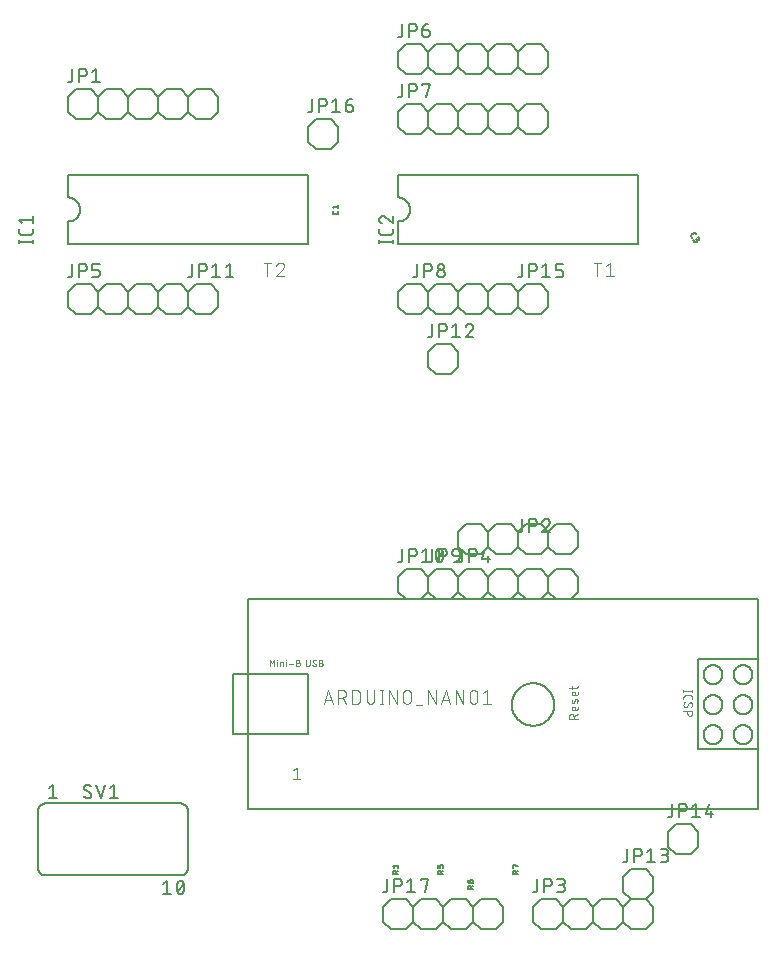
<source format=gbr>
G04 EAGLE Gerber RS-274X export*
G75*
%MOMM*%
%FSLAX34Y34*%
%LPD*%
%INSilkscreen Top*%
%IPPOS*%
%AMOC8*
5,1,8,0,0,1.08239X$1,22.5*%
G01*
%ADD10C,0.127000*%
%ADD11C,0.076200*%
%ADD12C,0.050800*%
%ADD13C,0.101600*%
%ADD14C,0.152400*%


D10*
X203200Y304800D02*
X635000Y304800D01*
X635000Y254000D01*
X635000Y177800D01*
X635000Y127000D01*
X203200Y127000D01*
X203200Y241300D01*
X203200Y304800D01*
X203200Y241300D02*
X190500Y241300D01*
X190500Y190500D01*
X254000Y190500D02*
X254000Y241300D01*
X203200Y241300D01*
X190500Y190500D02*
X254000Y190500D01*
X426539Y215900D02*
X426544Y216341D01*
X426561Y216781D01*
X426588Y217221D01*
X426625Y217660D01*
X426674Y218099D01*
X426733Y218535D01*
X426803Y218971D01*
X426884Y219404D01*
X426975Y219835D01*
X427077Y220264D01*
X427190Y220690D01*
X427312Y221114D01*
X427446Y221534D01*
X427589Y221951D01*
X427743Y222364D01*
X427906Y222773D01*
X428080Y223179D01*
X428263Y223579D01*
X428457Y223975D01*
X428660Y224367D01*
X428872Y224753D01*
X429094Y225134D01*
X429326Y225509D01*
X429566Y225879D01*
X429815Y226242D01*
X430074Y226599D01*
X430341Y226950D01*
X430616Y227294D01*
X430900Y227632D01*
X431192Y227962D01*
X431492Y228285D01*
X431800Y228600D01*
X432115Y228908D01*
X432438Y229208D01*
X432768Y229500D01*
X433106Y229784D01*
X433450Y230059D01*
X433801Y230326D01*
X434158Y230585D01*
X434521Y230834D01*
X434891Y231074D01*
X435266Y231306D01*
X435647Y231528D01*
X436033Y231740D01*
X436425Y231943D01*
X436821Y232137D01*
X437221Y232320D01*
X437627Y232494D01*
X438036Y232657D01*
X438449Y232811D01*
X438866Y232954D01*
X439286Y233088D01*
X439710Y233210D01*
X440136Y233323D01*
X440565Y233425D01*
X440996Y233516D01*
X441429Y233597D01*
X441865Y233667D01*
X442301Y233726D01*
X442740Y233775D01*
X443179Y233812D01*
X443619Y233839D01*
X444059Y233856D01*
X444500Y233861D01*
X444941Y233856D01*
X445381Y233839D01*
X445821Y233812D01*
X446260Y233775D01*
X446699Y233726D01*
X447135Y233667D01*
X447571Y233597D01*
X448004Y233516D01*
X448435Y233425D01*
X448864Y233323D01*
X449290Y233210D01*
X449714Y233088D01*
X450134Y232954D01*
X450551Y232811D01*
X450964Y232657D01*
X451373Y232494D01*
X451779Y232320D01*
X452179Y232137D01*
X452575Y231943D01*
X452967Y231740D01*
X453353Y231528D01*
X453734Y231306D01*
X454109Y231074D01*
X454479Y230834D01*
X454842Y230585D01*
X455199Y230326D01*
X455550Y230059D01*
X455894Y229784D01*
X456232Y229500D01*
X456562Y229208D01*
X456885Y228908D01*
X457200Y228600D01*
X457508Y228285D01*
X457808Y227962D01*
X458100Y227632D01*
X458384Y227294D01*
X458659Y226950D01*
X458926Y226599D01*
X459185Y226242D01*
X459434Y225879D01*
X459674Y225509D01*
X459906Y225134D01*
X460128Y224753D01*
X460340Y224367D01*
X460543Y223975D01*
X460737Y223579D01*
X460920Y223179D01*
X461094Y222773D01*
X461257Y222364D01*
X461411Y221951D01*
X461554Y221534D01*
X461688Y221114D01*
X461810Y220690D01*
X461923Y220264D01*
X462025Y219835D01*
X462116Y219404D01*
X462197Y218971D01*
X462267Y218535D01*
X462326Y218099D01*
X462375Y217660D01*
X462412Y217221D01*
X462439Y216781D01*
X462456Y216341D01*
X462461Y215900D01*
X462456Y215459D01*
X462439Y215019D01*
X462412Y214579D01*
X462375Y214140D01*
X462326Y213701D01*
X462267Y213265D01*
X462197Y212829D01*
X462116Y212396D01*
X462025Y211965D01*
X461923Y211536D01*
X461810Y211110D01*
X461688Y210686D01*
X461554Y210266D01*
X461411Y209849D01*
X461257Y209436D01*
X461094Y209027D01*
X460920Y208621D01*
X460737Y208221D01*
X460543Y207825D01*
X460340Y207433D01*
X460128Y207047D01*
X459906Y206666D01*
X459674Y206291D01*
X459434Y205921D01*
X459185Y205558D01*
X458926Y205201D01*
X458659Y204850D01*
X458384Y204506D01*
X458100Y204168D01*
X457808Y203838D01*
X457508Y203515D01*
X457200Y203200D01*
X456885Y202892D01*
X456562Y202592D01*
X456232Y202300D01*
X455894Y202016D01*
X455550Y201741D01*
X455199Y201474D01*
X454842Y201215D01*
X454479Y200966D01*
X454109Y200726D01*
X453734Y200494D01*
X453353Y200272D01*
X452967Y200060D01*
X452575Y199857D01*
X452179Y199663D01*
X451779Y199480D01*
X451373Y199306D01*
X450964Y199143D01*
X450551Y198989D01*
X450134Y198846D01*
X449714Y198712D01*
X449290Y198590D01*
X448864Y198477D01*
X448435Y198375D01*
X448004Y198284D01*
X447571Y198203D01*
X447135Y198133D01*
X446699Y198074D01*
X446260Y198025D01*
X445821Y197988D01*
X445381Y197961D01*
X444941Y197944D01*
X444500Y197939D01*
X444059Y197944D01*
X443619Y197961D01*
X443179Y197988D01*
X442740Y198025D01*
X442301Y198074D01*
X441865Y198133D01*
X441429Y198203D01*
X440996Y198284D01*
X440565Y198375D01*
X440136Y198477D01*
X439710Y198590D01*
X439286Y198712D01*
X438866Y198846D01*
X438449Y198989D01*
X438036Y199143D01*
X437627Y199306D01*
X437221Y199480D01*
X436821Y199663D01*
X436425Y199857D01*
X436033Y200060D01*
X435647Y200272D01*
X435266Y200494D01*
X434891Y200726D01*
X434521Y200966D01*
X434158Y201215D01*
X433801Y201474D01*
X433450Y201741D01*
X433106Y202016D01*
X432768Y202300D01*
X432438Y202592D01*
X432115Y202892D01*
X431800Y203200D01*
X431492Y203515D01*
X431192Y203838D01*
X430900Y204168D01*
X430616Y204506D01*
X430341Y204850D01*
X430074Y205201D01*
X429815Y205558D01*
X429566Y205921D01*
X429326Y206291D01*
X429094Y206666D01*
X428872Y207047D01*
X428660Y207433D01*
X428457Y207825D01*
X428263Y208221D01*
X428080Y208621D01*
X427906Y209027D01*
X427743Y209436D01*
X427589Y209849D01*
X427446Y210266D01*
X427312Y210686D01*
X427190Y211110D01*
X427077Y211536D01*
X426975Y211965D01*
X426884Y212396D01*
X426803Y212829D01*
X426733Y213265D01*
X426674Y213701D01*
X426625Y214140D01*
X426588Y214579D01*
X426561Y215019D01*
X426544Y215459D01*
X426539Y215900D01*
D11*
X474853Y203581D02*
X482219Y203581D01*
X474853Y203581D02*
X474853Y205627D01*
X474855Y205716D01*
X474861Y205805D01*
X474871Y205894D01*
X474884Y205982D01*
X474901Y206070D01*
X474923Y206157D01*
X474948Y206242D01*
X474976Y206327D01*
X475009Y206410D01*
X475045Y206492D01*
X475084Y206572D01*
X475127Y206650D01*
X475173Y206726D01*
X475223Y206801D01*
X475276Y206873D01*
X475332Y206942D01*
X475391Y207009D01*
X475452Y207074D01*
X475517Y207135D01*
X475584Y207194D01*
X475653Y207250D01*
X475725Y207303D01*
X475800Y207353D01*
X475876Y207399D01*
X475954Y207442D01*
X476034Y207481D01*
X476116Y207517D01*
X476199Y207550D01*
X476284Y207578D01*
X476369Y207603D01*
X476456Y207625D01*
X476544Y207642D01*
X476632Y207655D01*
X476721Y207665D01*
X476810Y207671D01*
X476899Y207673D01*
X476988Y207671D01*
X477077Y207665D01*
X477166Y207655D01*
X477254Y207642D01*
X477342Y207625D01*
X477429Y207603D01*
X477514Y207578D01*
X477599Y207550D01*
X477682Y207517D01*
X477764Y207481D01*
X477844Y207442D01*
X477922Y207399D01*
X477998Y207353D01*
X478073Y207303D01*
X478145Y207250D01*
X478214Y207194D01*
X478281Y207135D01*
X478346Y207074D01*
X478407Y207009D01*
X478466Y206942D01*
X478522Y206873D01*
X478575Y206801D01*
X478625Y206726D01*
X478671Y206650D01*
X478714Y206572D01*
X478753Y206492D01*
X478789Y206410D01*
X478822Y206327D01*
X478850Y206242D01*
X478875Y206157D01*
X478897Y206070D01*
X478914Y205982D01*
X478927Y205894D01*
X478937Y205805D01*
X478943Y205716D01*
X478945Y205627D01*
X478945Y203581D01*
X478945Y206036D02*
X482219Y207673D01*
X482219Y211994D02*
X482219Y214040D01*
X482219Y211994D02*
X482217Y211925D01*
X482211Y211857D01*
X482202Y211788D01*
X482188Y211721D01*
X482171Y211654D01*
X482150Y211588D01*
X482126Y211524D01*
X482097Y211461D01*
X482066Y211400D01*
X482031Y211341D01*
X481993Y211283D01*
X481951Y211228D01*
X481907Y211176D01*
X481859Y211126D01*
X481809Y211078D01*
X481757Y211034D01*
X481702Y210993D01*
X481644Y210954D01*
X481585Y210919D01*
X481524Y210888D01*
X481461Y210859D01*
X481397Y210835D01*
X481331Y210814D01*
X481264Y210797D01*
X481197Y210783D01*
X481129Y210774D01*
X481060Y210768D01*
X480991Y210766D01*
X480991Y210767D02*
X478945Y210767D01*
X478945Y210766D02*
X478866Y210768D01*
X478787Y210774D01*
X478708Y210783D01*
X478630Y210796D01*
X478553Y210814D01*
X478477Y210834D01*
X478402Y210859D01*
X478328Y210887D01*
X478255Y210918D01*
X478184Y210954D01*
X478115Y210992D01*
X478048Y211034D01*
X477983Y211079D01*
X477920Y211127D01*
X477859Y211178D01*
X477802Y211232D01*
X477746Y211288D01*
X477694Y211347D01*
X477644Y211409D01*
X477598Y211473D01*
X477554Y211539D01*
X477514Y211607D01*
X477478Y211677D01*
X477444Y211749D01*
X477414Y211823D01*
X477388Y211897D01*
X477365Y211973D01*
X477347Y212050D01*
X477331Y212127D01*
X477320Y212206D01*
X477312Y212284D01*
X477308Y212363D01*
X477308Y212443D01*
X477312Y212522D01*
X477320Y212600D01*
X477331Y212679D01*
X477347Y212756D01*
X477365Y212833D01*
X477388Y212909D01*
X477414Y212983D01*
X477444Y213057D01*
X477478Y213129D01*
X477514Y213199D01*
X477554Y213267D01*
X477598Y213333D01*
X477644Y213397D01*
X477694Y213459D01*
X477746Y213518D01*
X477802Y213574D01*
X477859Y213628D01*
X477920Y213679D01*
X477983Y213727D01*
X478048Y213772D01*
X478115Y213814D01*
X478184Y213852D01*
X478255Y213888D01*
X478328Y213919D01*
X478402Y213947D01*
X478477Y213972D01*
X478553Y213992D01*
X478630Y214010D01*
X478708Y214023D01*
X478787Y214032D01*
X478866Y214038D01*
X478945Y214040D01*
X479764Y214040D01*
X479764Y210767D01*
X479354Y217720D02*
X480173Y219766D01*
X479354Y217720D02*
X479329Y217661D01*
X479300Y217604D01*
X479267Y217549D01*
X479231Y217496D01*
X479193Y217445D01*
X479151Y217397D01*
X479106Y217351D01*
X479059Y217308D01*
X479009Y217268D01*
X478957Y217231D01*
X478902Y217197D01*
X478846Y217166D01*
X478788Y217139D01*
X478728Y217116D01*
X478668Y217096D01*
X478606Y217080D01*
X478543Y217067D01*
X478479Y217059D01*
X478416Y217054D01*
X478352Y217053D01*
X478288Y217056D01*
X478224Y217063D01*
X478161Y217074D01*
X478099Y217088D01*
X478037Y217106D01*
X477977Y217128D01*
X477918Y217153D01*
X477861Y217182D01*
X477806Y217215D01*
X477753Y217250D01*
X477702Y217289D01*
X477653Y217331D01*
X477607Y217375D01*
X477564Y217423D01*
X477524Y217472D01*
X477487Y217525D01*
X477453Y217579D01*
X477422Y217635D01*
X477395Y217693D01*
X477371Y217752D01*
X477352Y217813D01*
X477335Y217875D01*
X477323Y217938D01*
X477314Y218001D01*
X477309Y218065D01*
X477308Y218129D01*
X477312Y218265D01*
X477320Y218400D01*
X477332Y218536D01*
X477348Y218670D01*
X477368Y218805D01*
X477391Y218938D01*
X477419Y219071D01*
X477450Y219203D01*
X477485Y219334D01*
X477524Y219464D01*
X477567Y219593D01*
X477614Y219720D01*
X477664Y219846D01*
X477718Y219971D01*
X480173Y219766D02*
X480198Y219825D01*
X480227Y219882D01*
X480260Y219937D01*
X480296Y219990D01*
X480334Y220041D01*
X480376Y220089D01*
X480421Y220135D01*
X480468Y220178D01*
X480518Y220218D01*
X480570Y220255D01*
X480625Y220289D01*
X480681Y220320D01*
X480739Y220347D01*
X480799Y220370D01*
X480859Y220390D01*
X480921Y220406D01*
X480984Y220419D01*
X481048Y220427D01*
X481111Y220432D01*
X481175Y220433D01*
X481239Y220430D01*
X481303Y220423D01*
X481366Y220412D01*
X481428Y220398D01*
X481490Y220380D01*
X481550Y220358D01*
X481609Y220333D01*
X481666Y220304D01*
X481721Y220271D01*
X481774Y220236D01*
X481825Y220197D01*
X481874Y220155D01*
X481920Y220111D01*
X481963Y220063D01*
X482003Y220014D01*
X482040Y219961D01*
X482074Y219907D01*
X482105Y219851D01*
X482132Y219793D01*
X482156Y219734D01*
X482175Y219673D01*
X482192Y219611D01*
X482204Y219548D01*
X482213Y219485D01*
X482218Y219421D01*
X482219Y219357D01*
X482215Y219193D01*
X482207Y219029D01*
X482195Y218865D01*
X482179Y218702D01*
X482159Y218539D01*
X482136Y218376D01*
X482108Y218215D01*
X482077Y218053D01*
X482042Y217893D01*
X482003Y217734D01*
X481960Y217575D01*
X481914Y217418D01*
X481864Y217261D01*
X481810Y217106D01*
X482219Y224674D02*
X482219Y226720D01*
X482219Y224674D02*
X482217Y224605D01*
X482211Y224537D01*
X482202Y224468D01*
X482188Y224401D01*
X482171Y224334D01*
X482150Y224268D01*
X482126Y224204D01*
X482097Y224141D01*
X482066Y224080D01*
X482031Y224021D01*
X481993Y223963D01*
X481951Y223908D01*
X481907Y223856D01*
X481859Y223806D01*
X481809Y223758D01*
X481757Y223714D01*
X481702Y223673D01*
X481644Y223634D01*
X481585Y223599D01*
X481524Y223568D01*
X481461Y223539D01*
X481397Y223515D01*
X481331Y223494D01*
X481264Y223477D01*
X481197Y223463D01*
X481129Y223454D01*
X481060Y223448D01*
X480991Y223446D01*
X478945Y223446D01*
X478866Y223448D01*
X478787Y223454D01*
X478708Y223463D01*
X478630Y223476D01*
X478553Y223494D01*
X478477Y223514D01*
X478402Y223539D01*
X478328Y223567D01*
X478255Y223598D01*
X478184Y223634D01*
X478115Y223672D01*
X478048Y223714D01*
X477983Y223759D01*
X477920Y223807D01*
X477859Y223858D01*
X477802Y223912D01*
X477746Y223968D01*
X477694Y224027D01*
X477644Y224089D01*
X477598Y224153D01*
X477554Y224219D01*
X477514Y224287D01*
X477478Y224357D01*
X477444Y224429D01*
X477414Y224503D01*
X477388Y224577D01*
X477365Y224653D01*
X477347Y224730D01*
X477331Y224807D01*
X477320Y224886D01*
X477312Y224964D01*
X477308Y225043D01*
X477308Y225123D01*
X477312Y225202D01*
X477320Y225280D01*
X477331Y225359D01*
X477347Y225436D01*
X477365Y225513D01*
X477388Y225589D01*
X477414Y225663D01*
X477444Y225737D01*
X477478Y225809D01*
X477514Y225879D01*
X477554Y225947D01*
X477598Y226013D01*
X477644Y226077D01*
X477694Y226139D01*
X477746Y226198D01*
X477802Y226254D01*
X477859Y226308D01*
X477920Y226359D01*
X477983Y226407D01*
X478048Y226452D01*
X478115Y226494D01*
X478184Y226532D01*
X478255Y226568D01*
X478328Y226599D01*
X478402Y226627D01*
X478477Y226652D01*
X478553Y226672D01*
X478630Y226690D01*
X478708Y226703D01*
X478787Y226712D01*
X478866Y226718D01*
X478945Y226720D01*
X479764Y226720D01*
X479764Y223446D01*
X477308Y229156D02*
X477308Y231611D01*
X474853Y229974D02*
X480991Y229974D01*
X481060Y229976D01*
X481128Y229982D01*
X481197Y229991D01*
X481264Y230005D01*
X481331Y230022D01*
X481397Y230043D01*
X481461Y230067D01*
X481524Y230096D01*
X481585Y230127D01*
X481644Y230162D01*
X481702Y230200D01*
X481757Y230242D01*
X481809Y230286D01*
X481859Y230334D01*
X481907Y230384D01*
X481951Y230436D01*
X481993Y230491D01*
X482031Y230549D01*
X482066Y230608D01*
X482097Y230669D01*
X482126Y230732D01*
X482150Y230796D01*
X482171Y230862D01*
X482188Y230929D01*
X482202Y230996D01*
X482211Y231065D01*
X482217Y231133D01*
X482219Y231202D01*
X482219Y231611D01*
X244292Y162179D02*
X241681Y160091D01*
X244292Y162179D02*
X244292Y152781D01*
X246902Y152781D02*
X241681Y152781D01*
D12*
X221618Y248158D02*
X221618Y253746D01*
X223480Y250642D01*
X225343Y253746D01*
X225343Y248158D01*
X227869Y248158D02*
X227869Y251883D01*
X227714Y253436D02*
X227714Y253746D01*
X228025Y253746D01*
X228025Y253436D01*
X227714Y253436D01*
X230285Y251883D02*
X230285Y248158D01*
X230285Y251883D02*
X231837Y251883D01*
X231895Y251881D01*
X231954Y251876D01*
X232011Y251867D01*
X232069Y251854D01*
X232125Y251837D01*
X232180Y251818D01*
X232233Y251794D01*
X232286Y251768D01*
X232336Y251738D01*
X232384Y251705D01*
X232430Y251669D01*
X232474Y251631D01*
X232516Y251589D01*
X232554Y251545D01*
X232590Y251499D01*
X232623Y251451D01*
X232653Y251401D01*
X232679Y251348D01*
X232703Y251295D01*
X232722Y251240D01*
X232739Y251184D01*
X232752Y251126D01*
X232761Y251069D01*
X232766Y251010D01*
X232768Y250952D01*
X232769Y250952D02*
X232769Y248158D01*
X235185Y248158D02*
X235185Y251883D01*
X235029Y253436D02*
X235029Y253746D01*
X235340Y253746D01*
X235340Y253436D01*
X235029Y253436D01*
X237528Y250331D02*
X241253Y250331D01*
X243956Y251262D02*
X245509Y251262D01*
X245586Y251260D01*
X245664Y251254D01*
X245740Y251245D01*
X245817Y251231D01*
X245892Y251214D01*
X245966Y251193D01*
X246040Y251168D01*
X246112Y251140D01*
X246182Y251108D01*
X246251Y251073D01*
X246318Y251034D01*
X246383Y250992D01*
X246446Y250947D01*
X246507Y250899D01*
X246565Y250848D01*
X246620Y250794D01*
X246673Y250737D01*
X246722Y250678D01*
X246769Y250616D01*
X246813Y250552D01*
X246853Y250486D01*
X246890Y250418D01*
X246924Y250348D01*
X246954Y250277D01*
X246980Y250204D01*
X247003Y250130D01*
X247022Y250055D01*
X247037Y249980D01*
X247049Y249903D01*
X247057Y249826D01*
X247061Y249749D01*
X247061Y249671D01*
X247057Y249594D01*
X247049Y249517D01*
X247037Y249440D01*
X247022Y249365D01*
X247003Y249290D01*
X246980Y249216D01*
X246954Y249143D01*
X246924Y249072D01*
X246890Y249002D01*
X246853Y248934D01*
X246813Y248868D01*
X246769Y248804D01*
X246722Y248742D01*
X246673Y248683D01*
X246620Y248626D01*
X246565Y248572D01*
X246507Y248521D01*
X246446Y248473D01*
X246383Y248428D01*
X246318Y248386D01*
X246251Y248347D01*
X246182Y248312D01*
X246112Y248280D01*
X246040Y248252D01*
X245966Y248227D01*
X245892Y248206D01*
X245817Y248189D01*
X245740Y248175D01*
X245664Y248166D01*
X245586Y248160D01*
X245509Y248158D01*
X243956Y248158D01*
X243956Y253746D01*
X245509Y253746D01*
X245579Y253744D01*
X245648Y253738D01*
X245717Y253728D01*
X245785Y253715D01*
X245853Y253697D01*
X245919Y253676D01*
X245984Y253651D01*
X246048Y253623D01*
X246110Y253591D01*
X246170Y253556D01*
X246228Y253517D01*
X246283Y253475D01*
X246337Y253430D01*
X246387Y253382D01*
X246435Y253332D01*
X246480Y253278D01*
X246522Y253223D01*
X246561Y253165D01*
X246596Y253105D01*
X246628Y253043D01*
X246656Y252979D01*
X246681Y252914D01*
X246702Y252848D01*
X246720Y252780D01*
X246733Y252712D01*
X246743Y252643D01*
X246749Y252574D01*
X246751Y252504D01*
X246749Y252434D01*
X246743Y252365D01*
X246733Y252296D01*
X246720Y252228D01*
X246702Y252160D01*
X246681Y252094D01*
X246656Y252029D01*
X246628Y251965D01*
X246596Y251903D01*
X246561Y251843D01*
X246522Y251785D01*
X246480Y251730D01*
X246435Y251676D01*
X246387Y251626D01*
X246337Y251578D01*
X246283Y251533D01*
X246228Y251491D01*
X246170Y251452D01*
X246110Y251417D01*
X246048Y251385D01*
X245984Y251357D01*
X245919Y251332D01*
X245853Y251311D01*
X245785Y251293D01*
X245717Y251280D01*
X245648Y251270D01*
X245579Y251264D01*
X245509Y251262D01*
X252286Y249710D02*
X252286Y253746D01*
X252286Y249710D02*
X252288Y249633D01*
X252294Y249555D01*
X252303Y249479D01*
X252317Y249402D01*
X252334Y249327D01*
X252355Y249253D01*
X252380Y249179D01*
X252408Y249107D01*
X252440Y249037D01*
X252475Y248968D01*
X252514Y248901D01*
X252556Y248836D01*
X252601Y248773D01*
X252649Y248712D01*
X252700Y248654D01*
X252754Y248599D01*
X252811Y248546D01*
X252870Y248497D01*
X252932Y248450D01*
X252996Y248406D01*
X253062Y248366D01*
X253130Y248329D01*
X253200Y248295D01*
X253271Y248265D01*
X253344Y248239D01*
X253418Y248216D01*
X253493Y248197D01*
X253568Y248182D01*
X253645Y248170D01*
X253722Y248162D01*
X253799Y248158D01*
X253877Y248158D01*
X253954Y248162D01*
X254031Y248170D01*
X254108Y248182D01*
X254183Y248197D01*
X254258Y248216D01*
X254332Y248239D01*
X254405Y248265D01*
X254476Y248295D01*
X254546Y248329D01*
X254614Y248366D01*
X254680Y248406D01*
X254744Y248450D01*
X254806Y248497D01*
X254865Y248546D01*
X254922Y248599D01*
X254976Y248654D01*
X255027Y248712D01*
X255075Y248773D01*
X255120Y248836D01*
X255162Y248901D01*
X255201Y248968D01*
X255236Y249037D01*
X255268Y249107D01*
X255296Y249179D01*
X255321Y249253D01*
X255342Y249327D01*
X255359Y249402D01*
X255373Y249479D01*
X255382Y249555D01*
X255388Y249633D01*
X255390Y249710D01*
X255390Y253746D01*
X260877Y249400D02*
X260875Y249330D01*
X260869Y249261D01*
X260859Y249192D01*
X260846Y249124D01*
X260828Y249056D01*
X260807Y248990D01*
X260782Y248925D01*
X260754Y248861D01*
X260722Y248799D01*
X260687Y248739D01*
X260648Y248681D01*
X260606Y248626D01*
X260561Y248572D01*
X260513Y248522D01*
X260463Y248474D01*
X260409Y248429D01*
X260354Y248387D01*
X260296Y248348D01*
X260236Y248313D01*
X260174Y248281D01*
X260110Y248253D01*
X260045Y248228D01*
X259979Y248207D01*
X259911Y248189D01*
X259843Y248176D01*
X259774Y248166D01*
X259705Y248160D01*
X259635Y248158D01*
X259536Y248160D01*
X259438Y248165D01*
X259340Y248175D01*
X259242Y248188D01*
X259145Y248204D01*
X259048Y248224D01*
X258953Y248248D01*
X258858Y248276D01*
X258764Y248307D01*
X258672Y248341D01*
X258581Y248379D01*
X258491Y248420D01*
X258403Y248465D01*
X258317Y248513D01*
X258233Y248564D01*
X258151Y248618D01*
X258070Y248676D01*
X257992Y248736D01*
X257917Y248799D01*
X257843Y248865D01*
X257773Y248934D01*
X257927Y252504D02*
X257929Y252574D01*
X257935Y252643D01*
X257945Y252712D01*
X257958Y252780D01*
X257976Y252848D01*
X257997Y252914D01*
X258022Y252979D01*
X258050Y253043D01*
X258082Y253105D01*
X258117Y253165D01*
X258156Y253223D01*
X258198Y253278D01*
X258243Y253332D01*
X258291Y253382D01*
X258341Y253430D01*
X258395Y253475D01*
X258450Y253517D01*
X258508Y253556D01*
X258568Y253591D01*
X258630Y253623D01*
X258694Y253651D01*
X258759Y253676D01*
X258825Y253697D01*
X258893Y253715D01*
X258961Y253728D01*
X259030Y253738D01*
X259099Y253744D01*
X259169Y253746D01*
X259263Y253744D01*
X259356Y253738D01*
X259449Y253729D01*
X259542Y253716D01*
X259634Y253699D01*
X259725Y253679D01*
X259816Y253654D01*
X259905Y253627D01*
X259993Y253595D01*
X260080Y253560D01*
X260166Y253522D01*
X260249Y253480D01*
X260331Y253435D01*
X260412Y253387D01*
X260490Y253335D01*
X260566Y253280D01*
X258549Y251418D02*
X258490Y251454D01*
X258434Y251494D01*
X258380Y251537D01*
X258328Y251582D01*
X258279Y251631D01*
X258233Y251682D01*
X258190Y251735D01*
X258149Y251791D01*
X258112Y251849D01*
X258077Y251909D01*
X258047Y251970D01*
X258019Y252033D01*
X257995Y252098D01*
X257975Y252164D01*
X257958Y252231D01*
X257945Y252298D01*
X257936Y252366D01*
X257930Y252435D01*
X257928Y252504D01*
X260255Y250486D02*
X260314Y250450D01*
X260370Y250410D01*
X260424Y250367D01*
X260476Y250322D01*
X260525Y250273D01*
X260571Y250222D01*
X260614Y250169D01*
X260655Y250113D01*
X260692Y250055D01*
X260727Y249995D01*
X260757Y249934D01*
X260785Y249871D01*
X260809Y249806D01*
X260829Y249740D01*
X260846Y249673D01*
X260859Y249606D01*
X260868Y249538D01*
X260874Y249469D01*
X260876Y249400D01*
X260256Y250486D02*
X258548Y251418D01*
X263342Y251262D02*
X264894Y251262D01*
X264971Y251260D01*
X265049Y251254D01*
X265125Y251245D01*
X265202Y251231D01*
X265277Y251214D01*
X265351Y251193D01*
X265425Y251168D01*
X265497Y251140D01*
X265567Y251108D01*
X265636Y251073D01*
X265703Y251034D01*
X265768Y250992D01*
X265831Y250947D01*
X265892Y250899D01*
X265950Y250848D01*
X266005Y250794D01*
X266058Y250737D01*
X266107Y250678D01*
X266154Y250616D01*
X266198Y250552D01*
X266238Y250486D01*
X266275Y250418D01*
X266309Y250348D01*
X266339Y250277D01*
X266365Y250204D01*
X266388Y250130D01*
X266407Y250055D01*
X266422Y249980D01*
X266434Y249903D01*
X266442Y249826D01*
X266446Y249749D01*
X266446Y249671D01*
X266442Y249594D01*
X266434Y249517D01*
X266422Y249440D01*
X266407Y249365D01*
X266388Y249290D01*
X266365Y249216D01*
X266339Y249143D01*
X266309Y249072D01*
X266275Y249002D01*
X266238Y248934D01*
X266198Y248868D01*
X266154Y248804D01*
X266107Y248742D01*
X266058Y248683D01*
X266005Y248626D01*
X265950Y248572D01*
X265892Y248521D01*
X265831Y248473D01*
X265768Y248428D01*
X265703Y248386D01*
X265636Y248347D01*
X265567Y248312D01*
X265497Y248280D01*
X265425Y248252D01*
X265351Y248227D01*
X265277Y248206D01*
X265202Y248189D01*
X265125Y248175D01*
X265049Y248166D01*
X264971Y248160D01*
X264894Y248158D01*
X263342Y248158D01*
X263342Y253746D01*
X264894Y253746D01*
X264964Y253744D01*
X265033Y253738D01*
X265102Y253728D01*
X265170Y253715D01*
X265238Y253697D01*
X265304Y253676D01*
X265369Y253651D01*
X265433Y253623D01*
X265495Y253591D01*
X265555Y253556D01*
X265613Y253517D01*
X265668Y253475D01*
X265722Y253430D01*
X265772Y253382D01*
X265820Y253332D01*
X265865Y253278D01*
X265907Y253223D01*
X265946Y253165D01*
X265981Y253105D01*
X266013Y253043D01*
X266041Y252979D01*
X266066Y252914D01*
X266087Y252848D01*
X266105Y252780D01*
X266118Y252712D01*
X266128Y252643D01*
X266134Y252574D01*
X266136Y252504D01*
X266134Y252434D01*
X266128Y252365D01*
X266118Y252296D01*
X266105Y252228D01*
X266087Y252160D01*
X266066Y252094D01*
X266041Y252029D01*
X266013Y251965D01*
X265981Y251903D01*
X265946Y251843D01*
X265907Y251785D01*
X265865Y251730D01*
X265820Y251676D01*
X265772Y251626D01*
X265722Y251578D01*
X265668Y251533D01*
X265613Y251491D01*
X265555Y251452D01*
X265495Y251417D01*
X265433Y251385D01*
X265369Y251357D01*
X265304Y251332D01*
X265238Y251311D01*
X265170Y251293D01*
X265102Y251280D01*
X265033Y251270D01*
X264964Y251264D01*
X264894Y251262D01*
D10*
X584200Y254000D02*
X635000Y254000D01*
X584200Y254000D02*
X584200Y177800D01*
X635000Y177800D01*
X614300Y190500D02*
X614302Y190696D01*
X614310Y190893D01*
X614322Y191089D01*
X614339Y191284D01*
X614360Y191479D01*
X614387Y191674D01*
X614418Y191868D01*
X614454Y192061D01*
X614494Y192253D01*
X614540Y192444D01*
X614590Y192634D01*
X614644Y192822D01*
X614704Y193009D01*
X614768Y193195D01*
X614836Y193379D01*
X614909Y193561D01*
X614986Y193742D01*
X615068Y193920D01*
X615154Y194097D01*
X615245Y194271D01*
X615339Y194443D01*
X615438Y194613D01*
X615541Y194780D01*
X615648Y194945D01*
X615759Y195106D01*
X615874Y195266D01*
X615993Y195422D01*
X616116Y195575D01*
X616242Y195725D01*
X616372Y195872D01*
X616506Y196016D01*
X616643Y196157D01*
X616784Y196294D01*
X616928Y196428D01*
X617075Y196558D01*
X617225Y196684D01*
X617378Y196807D01*
X617534Y196926D01*
X617694Y197041D01*
X617855Y197152D01*
X618020Y197259D01*
X618187Y197362D01*
X618357Y197461D01*
X618529Y197555D01*
X618703Y197646D01*
X618880Y197732D01*
X619058Y197814D01*
X619239Y197891D01*
X619421Y197964D01*
X619605Y198032D01*
X619791Y198096D01*
X619978Y198156D01*
X620166Y198210D01*
X620356Y198260D01*
X620547Y198306D01*
X620739Y198346D01*
X620932Y198382D01*
X621126Y198413D01*
X621321Y198440D01*
X621516Y198461D01*
X621711Y198478D01*
X621907Y198490D01*
X622104Y198498D01*
X622300Y198500D01*
X622496Y198498D01*
X622693Y198490D01*
X622889Y198478D01*
X623084Y198461D01*
X623279Y198440D01*
X623474Y198413D01*
X623668Y198382D01*
X623861Y198346D01*
X624053Y198306D01*
X624244Y198260D01*
X624434Y198210D01*
X624622Y198156D01*
X624809Y198096D01*
X624995Y198032D01*
X625179Y197964D01*
X625361Y197891D01*
X625542Y197814D01*
X625720Y197732D01*
X625897Y197646D01*
X626071Y197555D01*
X626243Y197461D01*
X626413Y197362D01*
X626580Y197259D01*
X626745Y197152D01*
X626906Y197041D01*
X627066Y196926D01*
X627222Y196807D01*
X627375Y196684D01*
X627525Y196558D01*
X627672Y196428D01*
X627816Y196294D01*
X627957Y196157D01*
X628094Y196016D01*
X628228Y195872D01*
X628358Y195725D01*
X628484Y195575D01*
X628607Y195422D01*
X628726Y195266D01*
X628841Y195106D01*
X628952Y194945D01*
X629059Y194780D01*
X629162Y194613D01*
X629261Y194443D01*
X629355Y194271D01*
X629446Y194097D01*
X629532Y193920D01*
X629614Y193742D01*
X629691Y193561D01*
X629764Y193379D01*
X629832Y193195D01*
X629896Y193009D01*
X629956Y192822D01*
X630010Y192634D01*
X630060Y192444D01*
X630106Y192253D01*
X630146Y192061D01*
X630182Y191868D01*
X630213Y191674D01*
X630240Y191479D01*
X630261Y191284D01*
X630278Y191089D01*
X630290Y190893D01*
X630298Y190696D01*
X630300Y190500D01*
X630298Y190304D01*
X630290Y190107D01*
X630278Y189911D01*
X630261Y189716D01*
X630240Y189521D01*
X630213Y189326D01*
X630182Y189132D01*
X630146Y188939D01*
X630106Y188747D01*
X630060Y188556D01*
X630010Y188366D01*
X629956Y188178D01*
X629896Y187991D01*
X629832Y187805D01*
X629764Y187621D01*
X629691Y187439D01*
X629614Y187258D01*
X629532Y187080D01*
X629446Y186903D01*
X629355Y186729D01*
X629261Y186557D01*
X629162Y186387D01*
X629059Y186220D01*
X628952Y186055D01*
X628841Y185894D01*
X628726Y185734D01*
X628607Y185578D01*
X628484Y185425D01*
X628358Y185275D01*
X628228Y185128D01*
X628094Y184984D01*
X627957Y184843D01*
X627816Y184706D01*
X627672Y184572D01*
X627525Y184442D01*
X627375Y184316D01*
X627222Y184193D01*
X627066Y184074D01*
X626906Y183959D01*
X626745Y183848D01*
X626580Y183741D01*
X626413Y183638D01*
X626243Y183539D01*
X626071Y183445D01*
X625897Y183354D01*
X625720Y183268D01*
X625542Y183186D01*
X625361Y183109D01*
X625179Y183036D01*
X624995Y182968D01*
X624809Y182904D01*
X624622Y182844D01*
X624434Y182790D01*
X624244Y182740D01*
X624053Y182694D01*
X623861Y182654D01*
X623668Y182618D01*
X623474Y182587D01*
X623279Y182560D01*
X623084Y182539D01*
X622889Y182522D01*
X622693Y182510D01*
X622496Y182502D01*
X622300Y182500D01*
X622104Y182502D01*
X621907Y182510D01*
X621711Y182522D01*
X621516Y182539D01*
X621321Y182560D01*
X621126Y182587D01*
X620932Y182618D01*
X620739Y182654D01*
X620547Y182694D01*
X620356Y182740D01*
X620166Y182790D01*
X619978Y182844D01*
X619791Y182904D01*
X619605Y182968D01*
X619421Y183036D01*
X619239Y183109D01*
X619058Y183186D01*
X618880Y183268D01*
X618703Y183354D01*
X618529Y183445D01*
X618357Y183539D01*
X618187Y183638D01*
X618020Y183741D01*
X617855Y183848D01*
X617694Y183959D01*
X617534Y184074D01*
X617378Y184193D01*
X617225Y184316D01*
X617075Y184442D01*
X616928Y184572D01*
X616784Y184706D01*
X616643Y184843D01*
X616506Y184984D01*
X616372Y185128D01*
X616242Y185275D01*
X616116Y185425D01*
X615993Y185578D01*
X615874Y185734D01*
X615759Y185894D01*
X615648Y186055D01*
X615541Y186220D01*
X615438Y186387D01*
X615339Y186557D01*
X615245Y186729D01*
X615154Y186903D01*
X615068Y187080D01*
X614986Y187258D01*
X614909Y187439D01*
X614836Y187621D01*
X614768Y187805D01*
X614704Y187991D01*
X614644Y188178D01*
X614590Y188366D01*
X614540Y188556D01*
X614494Y188747D01*
X614454Y188939D01*
X614418Y189132D01*
X614387Y189326D01*
X614360Y189521D01*
X614339Y189716D01*
X614322Y189911D01*
X614310Y190107D01*
X614302Y190304D01*
X614300Y190500D01*
X614300Y215900D02*
X614302Y216096D01*
X614310Y216293D01*
X614322Y216489D01*
X614339Y216684D01*
X614360Y216879D01*
X614387Y217074D01*
X614418Y217268D01*
X614454Y217461D01*
X614494Y217653D01*
X614540Y217844D01*
X614590Y218034D01*
X614644Y218222D01*
X614704Y218409D01*
X614768Y218595D01*
X614836Y218779D01*
X614909Y218961D01*
X614986Y219142D01*
X615068Y219320D01*
X615154Y219497D01*
X615245Y219671D01*
X615339Y219843D01*
X615438Y220013D01*
X615541Y220180D01*
X615648Y220345D01*
X615759Y220506D01*
X615874Y220666D01*
X615993Y220822D01*
X616116Y220975D01*
X616242Y221125D01*
X616372Y221272D01*
X616506Y221416D01*
X616643Y221557D01*
X616784Y221694D01*
X616928Y221828D01*
X617075Y221958D01*
X617225Y222084D01*
X617378Y222207D01*
X617534Y222326D01*
X617694Y222441D01*
X617855Y222552D01*
X618020Y222659D01*
X618187Y222762D01*
X618357Y222861D01*
X618529Y222955D01*
X618703Y223046D01*
X618880Y223132D01*
X619058Y223214D01*
X619239Y223291D01*
X619421Y223364D01*
X619605Y223432D01*
X619791Y223496D01*
X619978Y223556D01*
X620166Y223610D01*
X620356Y223660D01*
X620547Y223706D01*
X620739Y223746D01*
X620932Y223782D01*
X621126Y223813D01*
X621321Y223840D01*
X621516Y223861D01*
X621711Y223878D01*
X621907Y223890D01*
X622104Y223898D01*
X622300Y223900D01*
X622496Y223898D01*
X622693Y223890D01*
X622889Y223878D01*
X623084Y223861D01*
X623279Y223840D01*
X623474Y223813D01*
X623668Y223782D01*
X623861Y223746D01*
X624053Y223706D01*
X624244Y223660D01*
X624434Y223610D01*
X624622Y223556D01*
X624809Y223496D01*
X624995Y223432D01*
X625179Y223364D01*
X625361Y223291D01*
X625542Y223214D01*
X625720Y223132D01*
X625897Y223046D01*
X626071Y222955D01*
X626243Y222861D01*
X626413Y222762D01*
X626580Y222659D01*
X626745Y222552D01*
X626906Y222441D01*
X627066Y222326D01*
X627222Y222207D01*
X627375Y222084D01*
X627525Y221958D01*
X627672Y221828D01*
X627816Y221694D01*
X627957Y221557D01*
X628094Y221416D01*
X628228Y221272D01*
X628358Y221125D01*
X628484Y220975D01*
X628607Y220822D01*
X628726Y220666D01*
X628841Y220506D01*
X628952Y220345D01*
X629059Y220180D01*
X629162Y220013D01*
X629261Y219843D01*
X629355Y219671D01*
X629446Y219497D01*
X629532Y219320D01*
X629614Y219142D01*
X629691Y218961D01*
X629764Y218779D01*
X629832Y218595D01*
X629896Y218409D01*
X629956Y218222D01*
X630010Y218034D01*
X630060Y217844D01*
X630106Y217653D01*
X630146Y217461D01*
X630182Y217268D01*
X630213Y217074D01*
X630240Y216879D01*
X630261Y216684D01*
X630278Y216489D01*
X630290Y216293D01*
X630298Y216096D01*
X630300Y215900D01*
X630298Y215704D01*
X630290Y215507D01*
X630278Y215311D01*
X630261Y215116D01*
X630240Y214921D01*
X630213Y214726D01*
X630182Y214532D01*
X630146Y214339D01*
X630106Y214147D01*
X630060Y213956D01*
X630010Y213766D01*
X629956Y213578D01*
X629896Y213391D01*
X629832Y213205D01*
X629764Y213021D01*
X629691Y212839D01*
X629614Y212658D01*
X629532Y212480D01*
X629446Y212303D01*
X629355Y212129D01*
X629261Y211957D01*
X629162Y211787D01*
X629059Y211620D01*
X628952Y211455D01*
X628841Y211294D01*
X628726Y211134D01*
X628607Y210978D01*
X628484Y210825D01*
X628358Y210675D01*
X628228Y210528D01*
X628094Y210384D01*
X627957Y210243D01*
X627816Y210106D01*
X627672Y209972D01*
X627525Y209842D01*
X627375Y209716D01*
X627222Y209593D01*
X627066Y209474D01*
X626906Y209359D01*
X626745Y209248D01*
X626580Y209141D01*
X626413Y209038D01*
X626243Y208939D01*
X626071Y208845D01*
X625897Y208754D01*
X625720Y208668D01*
X625542Y208586D01*
X625361Y208509D01*
X625179Y208436D01*
X624995Y208368D01*
X624809Y208304D01*
X624622Y208244D01*
X624434Y208190D01*
X624244Y208140D01*
X624053Y208094D01*
X623861Y208054D01*
X623668Y208018D01*
X623474Y207987D01*
X623279Y207960D01*
X623084Y207939D01*
X622889Y207922D01*
X622693Y207910D01*
X622496Y207902D01*
X622300Y207900D01*
X622104Y207902D01*
X621907Y207910D01*
X621711Y207922D01*
X621516Y207939D01*
X621321Y207960D01*
X621126Y207987D01*
X620932Y208018D01*
X620739Y208054D01*
X620547Y208094D01*
X620356Y208140D01*
X620166Y208190D01*
X619978Y208244D01*
X619791Y208304D01*
X619605Y208368D01*
X619421Y208436D01*
X619239Y208509D01*
X619058Y208586D01*
X618880Y208668D01*
X618703Y208754D01*
X618529Y208845D01*
X618357Y208939D01*
X618187Y209038D01*
X618020Y209141D01*
X617855Y209248D01*
X617694Y209359D01*
X617534Y209474D01*
X617378Y209593D01*
X617225Y209716D01*
X617075Y209842D01*
X616928Y209972D01*
X616784Y210106D01*
X616643Y210243D01*
X616506Y210384D01*
X616372Y210528D01*
X616242Y210675D01*
X616116Y210825D01*
X615993Y210978D01*
X615874Y211134D01*
X615759Y211294D01*
X615648Y211455D01*
X615541Y211620D01*
X615438Y211787D01*
X615339Y211957D01*
X615245Y212129D01*
X615154Y212303D01*
X615068Y212480D01*
X614986Y212658D01*
X614909Y212839D01*
X614836Y213021D01*
X614768Y213205D01*
X614704Y213391D01*
X614644Y213578D01*
X614590Y213766D01*
X614540Y213956D01*
X614494Y214147D01*
X614454Y214339D01*
X614418Y214532D01*
X614387Y214726D01*
X614360Y214921D01*
X614339Y215116D01*
X614322Y215311D01*
X614310Y215507D01*
X614302Y215704D01*
X614300Y215900D01*
X614300Y241300D02*
X614302Y241496D01*
X614310Y241693D01*
X614322Y241889D01*
X614339Y242084D01*
X614360Y242279D01*
X614387Y242474D01*
X614418Y242668D01*
X614454Y242861D01*
X614494Y243053D01*
X614540Y243244D01*
X614590Y243434D01*
X614644Y243622D01*
X614704Y243809D01*
X614768Y243995D01*
X614836Y244179D01*
X614909Y244361D01*
X614986Y244542D01*
X615068Y244720D01*
X615154Y244897D01*
X615245Y245071D01*
X615339Y245243D01*
X615438Y245413D01*
X615541Y245580D01*
X615648Y245745D01*
X615759Y245906D01*
X615874Y246066D01*
X615993Y246222D01*
X616116Y246375D01*
X616242Y246525D01*
X616372Y246672D01*
X616506Y246816D01*
X616643Y246957D01*
X616784Y247094D01*
X616928Y247228D01*
X617075Y247358D01*
X617225Y247484D01*
X617378Y247607D01*
X617534Y247726D01*
X617694Y247841D01*
X617855Y247952D01*
X618020Y248059D01*
X618187Y248162D01*
X618357Y248261D01*
X618529Y248355D01*
X618703Y248446D01*
X618880Y248532D01*
X619058Y248614D01*
X619239Y248691D01*
X619421Y248764D01*
X619605Y248832D01*
X619791Y248896D01*
X619978Y248956D01*
X620166Y249010D01*
X620356Y249060D01*
X620547Y249106D01*
X620739Y249146D01*
X620932Y249182D01*
X621126Y249213D01*
X621321Y249240D01*
X621516Y249261D01*
X621711Y249278D01*
X621907Y249290D01*
X622104Y249298D01*
X622300Y249300D01*
X622496Y249298D01*
X622693Y249290D01*
X622889Y249278D01*
X623084Y249261D01*
X623279Y249240D01*
X623474Y249213D01*
X623668Y249182D01*
X623861Y249146D01*
X624053Y249106D01*
X624244Y249060D01*
X624434Y249010D01*
X624622Y248956D01*
X624809Y248896D01*
X624995Y248832D01*
X625179Y248764D01*
X625361Y248691D01*
X625542Y248614D01*
X625720Y248532D01*
X625897Y248446D01*
X626071Y248355D01*
X626243Y248261D01*
X626413Y248162D01*
X626580Y248059D01*
X626745Y247952D01*
X626906Y247841D01*
X627066Y247726D01*
X627222Y247607D01*
X627375Y247484D01*
X627525Y247358D01*
X627672Y247228D01*
X627816Y247094D01*
X627957Y246957D01*
X628094Y246816D01*
X628228Y246672D01*
X628358Y246525D01*
X628484Y246375D01*
X628607Y246222D01*
X628726Y246066D01*
X628841Y245906D01*
X628952Y245745D01*
X629059Y245580D01*
X629162Y245413D01*
X629261Y245243D01*
X629355Y245071D01*
X629446Y244897D01*
X629532Y244720D01*
X629614Y244542D01*
X629691Y244361D01*
X629764Y244179D01*
X629832Y243995D01*
X629896Y243809D01*
X629956Y243622D01*
X630010Y243434D01*
X630060Y243244D01*
X630106Y243053D01*
X630146Y242861D01*
X630182Y242668D01*
X630213Y242474D01*
X630240Y242279D01*
X630261Y242084D01*
X630278Y241889D01*
X630290Y241693D01*
X630298Y241496D01*
X630300Y241300D01*
X630298Y241104D01*
X630290Y240907D01*
X630278Y240711D01*
X630261Y240516D01*
X630240Y240321D01*
X630213Y240126D01*
X630182Y239932D01*
X630146Y239739D01*
X630106Y239547D01*
X630060Y239356D01*
X630010Y239166D01*
X629956Y238978D01*
X629896Y238791D01*
X629832Y238605D01*
X629764Y238421D01*
X629691Y238239D01*
X629614Y238058D01*
X629532Y237880D01*
X629446Y237703D01*
X629355Y237529D01*
X629261Y237357D01*
X629162Y237187D01*
X629059Y237020D01*
X628952Y236855D01*
X628841Y236694D01*
X628726Y236534D01*
X628607Y236378D01*
X628484Y236225D01*
X628358Y236075D01*
X628228Y235928D01*
X628094Y235784D01*
X627957Y235643D01*
X627816Y235506D01*
X627672Y235372D01*
X627525Y235242D01*
X627375Y235116D01*
X627222Y234993D01*
X627066Y234874D01*
X626906Y234759D01*
X626745Y234648D01*
X626580Y234541D01*
X626413Y234438D01*
X626243Y234339D01*
X626071Y234245D01*
X625897Y234154D01*
X625720Y234068D01*
X625542Y233986D01*
X625361Y233909D01*
X625179Y233836D01*
X624995Y233768D01*
X624809Y233704D01*
X624622Y233644D01*
X624434Y233590D01*
X624244Y233540D01*
X624053Y233494D01*
X623861Y233454D01*
X623668Y233418D01*
X623474Y233387D01*
X623279Y233360D01*
X623084Y233339D01*
X622889Y233322D01*
X622693Y233310D01*
X622496Y233302D01*
X622300Y233300D01*
X622104Y233302D01*
X621907Y233310D01*
X621711Y233322D01*
X621516Y233339D01*
X621321Y233360D01*
X621126Y233387D01*
X620932Y233418D01*
X620739Y233454D01*
X620547Y233494D01*
X620356Y233540D01*
X620166Y233590D01*
X619978Y233644D01*
X619791Y233704D01*
X619605Y233768D01*
X619421Y233836D01*
X619239Y233909D01*
X619058Y233986D01*
X618880Y234068D01*
X618703Y234154D01*
X618529Y234245D01*
X618357Y234339D01*
X618187Y234438D01*
X618020Y234541D01*
X617855Y234648D01*
X617694Y234759D01*
X617534Y234874D01*
X617378Y234993D01*
X617225Y235116D01*
X617075Y235242D01*
X616928Y235372D01*
X616784Y235506D01*
X616643Y235643D01*
X616506Y235784D01*
X616372Y235928D01*
X616242Y236075D01*
X616116Y236225D01*
X615993Y236378D01*
X615874Y236534D01*
X615759Y236694D01*
X615648Y236855D01*
X615541Y237020D01*
X615438Y237187D01*
X615339Y237357D01*
X615245Y237529D01*
X615154Y237703D01*
X615068Y237880D01*
X614986Y238058D01*
X614909Y238239D01*
X614836Y238421D01*
X614768Y238605D01*
X614704Y238791D01*
X614644Y238978D01*
X614590Y239166D01*
X614540Y239356D01*
X614494Y239547D01*
X614454Y239739D01*
X614418Y239932D01*
X614387Y240126D01*
X614360Y240321D01*
X614339Y240516D01*
X614322Y240711D01*
X614310Y240907D01*
X614302Y241104D01*
X614300Y241300D01*
X588900Y241300D02*
X588902Y241496D01*
X588910Y241693D01*
X588922Y241889D01*
X588939Y242084D01*
X588960Y242279D01*
X588987Y242474D01*
X589018Y242668D01*
X589054Y242861D01*
X589094Y243053D01*
X589140Y243244D01*
X589190Y243434D01*
X589244Y243622D01*
X589304Y243809D01*
X589368Y243995D01*
X589436Y244179D01*
X589509Y244361D01*
X589586Y244542D01*
X589668Y244720D01*
X589754Y244897D01*
X589845Y245071D01*
X589939Y245243D01*
X590038Y245413D01*
X590141Y245580D01*
X590248Y245745D01*
X590359Y245906D01*
X590474Y246066D01*
X590593Y246222D01*
X590716Y246375D01*
X590842Y246525D01*
X590972Y246672D01*
X591106Y246816D01*
X591243Y246957D01*
X591384Y247094D01*
X591528Y247228D01*
X591675Y247358D01*
X591825Y247484D01*
X591978Y247607D01*
X592134Y247726D01*
X592294Y247841D01*
X592455Y247952D01*
X592620Y248059D01*
X592787Y248162D01*
X592957Y248261D01*
X593129Y248355D01*
X593303Y248446D01*
X593480Y248532D01*
X593658Y248614D01*
X593839Y248691D01*
X594021Y248764D01*
X594205Y248832D01*
X594391Y248896D01*
X594578Y248956D01*
X594766Y249010D01*
X594956Y249060D01*
X595147Y249106D01*
X595339Y249146D01*
X595532Y249182D01*
X595726Y249213D01*
X595921Y249240D01*
X596116Y249261D01*
X596311Y249278D01*
X596507Y249290D01*
X596704Y249298D01*
X596900Y249300D01*
X597096Y249298D01*
X597293Y249290D01*
X597489Y249278D01*
X597684Y249261D01*
X597879Y249240D01*
X598074Y249213D01*
X598268Y249182D01*
X598461Y249146D01*
X598653Y249106D01*
X598844Y249060D01*
X599034Y249010D01*
X599222Y248956D01*
X599409Y248896D01*
X599595Y248832D01*
X599779Y248764D01*
X599961Y248691D01*
X600142Y248614D01*
X600320Y248532D01*
X600497Y248446D01*
X600671Y248355D01*
X600843Y248261D01*
X601013Y248162D01*
X601180Y248059D01*
X601345Y247952D01*
X601506Y247841D01*
X601666Y247726D01*
X601822Y247607D01*
X601975Y247484D01*
X602125Y247358D01*
X602272Y247228D01*
X602416Y247094D01*
X602557Y246957D01*
X602694Y246816D01*
X602828Y246672D01*
X602958Y246525D01*
X603084Y246375D01*
X603207Y246222D01*
X603326Y246066D01*
X603441Y245906D01*
X603552Y245745D01*
X603659Y245580D01*
X603762Y245413D01*
X603861Y245243D01*
X603955Y245071D01*
X604046Y244897D01*
X604132Y244720D01*
X604214Y244542D01*
X604291Y244361D01*
X604364Y244179D01*
X604432Y243995D01*
X604496Y243809D01*
X604556Y243622D01*
X604610Y243434D01*
X604660Y243244D01*
X604706Y243053D01*
X604746Y242861D01*
X604782Y242668D01*
X604813Y242474D01*
X604840Y242279D01*
X604861Y242084D01*
X604878Y241889D01*
X604890Y241693D01*
X604898Y241496D01*
X604900Y241300D01*
X604898Y241104D01*
X604890Y240907D01*
X604878Y240711D01*
X604861Y240516D01*
X604840Y240321D01*
X604813Y240126D01*
X604782Y239932D01*
X604746Y239739D01*
X604706Y239547D01*
X604660Y239356D01*
X604610Y239166D01*
X604556Y238978D01*
X604496Y238791D01*
X604432Y238605D01*
X604364Y238421D01*
X604291Y238239D01*
X604214Y238058D01*
X604132Y237880D01*
X604046Y237703D01*
X603955Y237529D01*
X603861Y237357D01*
X603762Y237187D01*
X603659Y237020D01*
X603552Y236855D01*
X603441Y236694D01*
X603326Y236534D01*
X603207Y236378D01*
X603084Y236225D01*
X602958Y236075D01*
X602828Y235928D01*
X602694Y235784D01*
X602557Y235643D01*
X602416Y235506D01*
X602272Y235372D01*
X602125Y235242D01*
X601975Y235116D01*
X601822Y234993D01*
X601666Y234874D01*
X601506Y234759D01*
X601345Y234648D01*
X601180Y234541D01*
X601013Y234438D01*
X600843Y234339D01*
X600671Y234245D01*
X600497Y234154D01*
X600320Y234068D01*
X600142Y233986D01*
X599961Y233909D01*
X599779Y233836D01*
X599595Y233768D01*
X599409Y233704D01*
X599222Y233644D01*
X599034Y233590D01*
X598844Y233540D01*
X598653Y233494D01*
X598461Y233454D01*
X598268Y233418D01*
X598074Y233387D01*
X597879Y233360D01*
X597684Y233339D01*
X597489Y233322D01*
X597293Y233310D01*
X597096Y233302D01*
X596900Y233300D01*
X596704Y233302D01*
X596507Y233310D01*
X596311Y233322D01*
X596116Y233339D01*
X595921Y233360D01*
X595726Y233387D01*
X595532Y233418D01*
X595339Y233454D01*
X595147Y233494D01*
X594956Y233540D01*
X594766Y233590D01*
X594578Y233644D01*
X594391Y233704D01*
X594205Y233768D01*
X594021Y233836D01*
X593839Y233909D01*
X593658Y233986D01*
X593480Y234068D01*
X593303Y234154D01*
X593129Y234245D01*
X592957Y234339D01*
X592787Y234438D01*
X592620Y234541D01*
X592455Y234648D01*
X592294Y234759D01*
X592134Y234874D01*
X591978Y234993D01*
X591825Y235116D01*
X591675Y235242D01*
X591528Y235372D01*
X591384Y235506D01*
X591243Y235643D01*
X591106Y235784D01*
X590972Y235928D01*
X590842Y236075D01*
X590716Y236225D01*
X590593Y236378D01*
X590474Y236534D01*
X590359Y236694D01*
X590248Y236855D01*
X590141Y237020D01*
X590038Y237187D01*
X589939Y237357D01*
X589845Y237529D01*
X589754Y237703D01*
X589668Y237880D01*
X589586Y238058D01*
X589509Y238239D01*
X589436Y238421D01*
X589368Y238605D01*
X589304Y238791D01*
X589244Y238978D01*
X589190Y239166D01*
X589140Y239356D01*
X589094Y239547D01*
X589054Y239739D01*
X589018Y239932D01*
X588987Y240126D01*
X588960Y240321D01*
X588939Y240516D01*
X588922Y240711D01*
X588910Y240907D01*
X588902Y241104D01*
X588900Y241300D01*
X614300Y215900D02*
X614302Y216096D01*
X614310Y216293D01*
X614322Y216489D01*
X614339Y216684D01*
X614360Y216879D01*
X614387Y217074D01*
X614418Y217268D01*
X614454Y217461D01*
X614494Y217653D01*
X614540Y217844D01*
X614590Y218034D01*
X614644Y218222D01*
X614704Y218409D01*
X614768Y218595D01*
X614836Y218779D01*
X614909Y218961D01*
X614986Y219142D01*
X615068Y219320D01*
X615154Y219497D01*
X615245Y219671D01*
X615339Y219843D01*
X615438Y220013D01*
X615541Y220180D01*
X615648Y220345D01*
X615759Y220506D01*
X615874Y220666D01*
X615993Y220822D01*
X616116Y220975D01*
X616242Y221125D01*
X616372Y221272D01*
X616506Y221416D01*
X616643Y221557D01*
X616784Y221694D01*
X616928Y221828D01*
X617075Y221958D01*
X617225Y222084D01*
X617378Y222207D01*
X617534Y222326D01*
X617694Y222441D01*
X617855Y222552D01*
X618020Y222659D01*
X618187Y222762D01*
X618357Y222861D01*
X618529Y222955D01*
X618703Y223046D01*
X618880Y223132D01*
X619058Y223214D01*
X619239Y223291D01*
X619421Y223364D01*
X619605Y223432D01*
X619791Y223496D01*
X619978Y223556D01*
X620166Y223610D01*
X620356Y223660D01*
X620547Y223706D01*
X620739Y223746D01*
X620932Y223782D01*
X621126Y223813D01*
X621321Y223840D01*
X621516Y223861D01*
X621711Y223878D01*
X621907Y223890D01*
X622104Y223898D01*
X622300Y223900D01*
X622496Y223898D01*
X622693Y223890D01*
X622889Y223878D01*
X623084Y223861D01*
X623279Y223840D01*
X623474Y223813D01*
X623668Y223782D01*
X623861Y223746D01*
X624053Y223706D01*
X624244Y223660D01*
X624434Y223610D01*
X624622Y223556D01*
X624809Y223496D01*
X624995Y223432D01*
X625179Y223364D01*
X625361Y223291D01*
X625542Y223214D01*
X625720Y223132D01*
X625897Y223046D01*
X626071Y222955D01*
X626243Y222861D01*
X626413Y222762D01*
X626580Y222659D01*
X626745Y222552D01*
X626906Y222441D01*
X627066Y222326D01*
X627222Y222207D01*
X627375Y222084D01*
X627525Y221958D01*
X627672Y221828D01*
X627816Y221694D01*
X627957Y221557D01*
X628094Y221416D01*
X628228Y221272D01*
X628358Y221125D01*
X628484Y220975D01*
X628607Y220822D01*
X628726Y220666D01*
X628841Y220506D01*
X628952Y220345D01*
X629059Y220180D01*
X629162Y220013D01*
X629261Y219843D01*
X629355Y219671D01*
X629446Y219497D01*
X629532Y219320D01*
X629614Y219142D01*
X629691Y218961D01*
X629764Y218779D01*
X629832Y218595D01*
X629896Y218409D01*
X629956Y218222D01*
X630010Y218034D01*
X630060Y217844D01*
X630106Y217653D01*
X630146Y217461D01*
X630182Y217268D01*
X630213Y217074D01*
X630240Y216879D01*
X630261Y216684D01*
X630278Y216489D01*
X630290Y216293D01*
X630298Y216096D01*
X630300Y215900D01*
X630298Y215704D01*
X630290Y215507D01*
X630278Y215311D01*
X630261Y215116D01*
X630240Y214921D01*
X630213Y214726D01*
X630182Y214532D01*
X630146Y214339D01*
X630106Y214147D01*
X630060Y213956D01*
X630010Y213766D01*
X629956Y213578D01*
X629896Y213391D01*
X629832Y213205D01*
X629764Y213021D01*
X629691Y212839D01*
X629614Y212658D01*
X629532Y212480D01*
X629446Y212303D01*
X629355Y212129D01*
X629261Y211957D01*
X629162Y211787D01*
X629059Y211620D01*
X628952Y211455D01*
X628841Y211294D01*
X628726Y211134D01*
X628607Y210978D01*
X628484Y210825D01*
X628358Y210675D01*
X628228Y210528D01*
X628094Y210384D01*
X627957Y210243D01*
X627816Y210106D01*
X627672Y209972D01*
X627525Y209842D01*
X627375Y209716D01*
X627222Y209593D01*
X627066Y209474D01*
X626906Y209359D01*
X626745Y209248D01*
X626580Y209141D01*
X626413Y209038D01*
X626243Y208939D01*
X626071Y208845D01*
X625897Y208754D01*
X625720Y208668D01*
X625542Y208586D01*
X625361Y208509D01*
X625179Y208436D01*
X624995Y208368D01*
X624809Y208304D01*
X624622Y208244D01*
X624434Y208190D01*
X624244Y208140D01*
X624053Y208094D01*
X623861Y208054D01*
X623668Y208018D01*
X623474Y207987D01*
X623279Y207960D01*
X623084Y207939D01*
X622889Y207922D01*
X622693Y207910D01*
X622496Y207902D01*
X622300Y207900D01*
X622104Y207902D01*
X621907Y207910D01*
X621711Y207922D01*
X621516Y207939D01*
X621321Y207960D01*
X621126Y207987D01*
X620932Y208018D01*
X620739Y208054D01*
X620547Y208094D01*
X620356Y208140D01*
X620166Y208190D01*
X619978Y208244D01*
X619791Y208304D01*
X619605Y208368D01*
X619421Y208436D01*
X619239Y208509D01*
X619058Y208586D01*
X618880Y208668D01*
X618703Y208754D01*
X618529Y208845D01*
X618357Y208939D01*
X618187Y209038D01*
X618020Y209141D01*
X617855Y209248D01*
X617694Y209359D01*
X617534Y209474D01*
X617378Y209593D01*
X617225Y209716D01*
X617075Y209842D01*
X616928Y209972D01*
X616784Y210106D01*
X616643Y210243D01*
X616506Y210384D01*
X616372Y210528D01*
X616242Y210675D01*
X616116Y210825D01*
X615993Y210978D01*
X615874Y211134D01*
X615759Y211294D01*
X615648Y211455D01*
X615541Y211620D01*
X615438Y211787D01*
X615339Y211957D01*
X615245Y212129D01*
X615154Y212303D01*
X615068Y212480D01*
X614986Y212658D01*
X614909Y212839D01*
X614836Y213021D01*
X614768Y213205D01*
X614704Y213391D01*
X614644Y213578D01*
X614590Y213766D01*
X614540Y213956D01*
X614494Y214147D01*
X614454Y214339D01*
X614418Y214532D01*
X614387Y214726D01*
X614360Y214921D01*
X614339Y215116D01*
X614322Y215311D01*
X614310Y215507D01*
X614302Y215704D01*
X614300Y215900D01*
X588900Y215900D02*
X588902Y216096D01*
X588910Y216293D01*
X588922Y216489D01*
X588939Y216684D01*
X588960Y216879D01*
X588987Y217074D01*
X589018Y217268D01*
X589054Y217461D01*
X589094Y217653D01*
X589140Y217844D01*
X589190Y218034D01*
X589244Y218222D01*
X589304Y218409D01*
X589368Y218595D01*
X589436Y218779D01*
X589509Y218961D01*
X589586Y219142D01*
X589668Y219320D01*
X589754Y219497D01*
X589845Y219671D01*
X589939Y219843D01*
X590038Y220013D01*
X590141Y220180D01*
X590248Y220345D01*
X590359Y220506D01*
X590474Y220666D01*
X590593Y220822D01*
X590716Y220975D01*
X590842Y221125D01*
X590972Y221272D01*
X591106Y221416D01*
X591243Y221557D01*
X591384Y221694D01*
X591528Y221828D01*
X591675Y221958D01*
X591825Y222084D01*
X591978Y222207D01*
X592134Y222326D01*
X592294Y222441D01*
X592455Y222552D01*
X592620Y222659D01*
X592787Y222762D01*
X592957Y222861D01*
X593129Y222955D01*
X593303Y223046D01*
X593480Y223132D01*
X593658Y223214D01*
X593839Y223291D01*
X594021Y223364D01*
X594205Y223432D01*
X594391Y223496D01*
X594578Y223556D01*
X594766Y223610D01*
X594956Y223660D01*
X595147Y223706D01*
X595339Y223746D01*
X595532Y223782D01*
X595726Y223813D01*
X595921Y223840D01*
X596116Y223861D01*
X596311Y223878D01*
X596507Y223890D01*
X596704Y223898D01*
X596900Y223900D01*
X597096Y223898D01*
X597293Y223890D01*
X597489Y223878D01*
X597684Y223861D01*
X597879Y223840D01*
X598074Y223813D01*
X598268Y223782D01*
X598461Y223746D01*
X598653Y223706D01*
X598844Y223660D01*
X599034Y223610D01*
X599222Y223556D01*
X599409Y223496D01*
X599595Y223432D01*
X599779Y223364D01*
X599961Y223291D01*
X600142Y223214D01*
X600320Y223132D01*
X600497Y223046D01*
X600671Y222955D01*
X600843Y222861D01*
X601013Y222762D01*
X601180Y222659D01*
X601345Y222552D01*
X601506Y222441D01*
X601666Y222326D01*
X601822Y222207D01*
X601975Y222084D01*
X602125Y221958D01*
X602272Y221828D01*
X602416Y221694D01*
X602557Y221557D01*
X602694Y221416D01*
X602828Y221272D01*
X602958Y221125D01*
X603084Y220975D01*
X603207Y220822D01*
X603326Y220666D01*
X603441Y220506D01*
X603552Y220345D01*
X603659Y220180D01*
X603762Y220013D01*
X603861Y219843D01*
X603955Y219671D01*
X604046Y219497D01*
X604132Y219320D01*
X604214Y219142D01*
X604291Y218961D01*
X604364Y218779D01*
X604432Y218595D01*
X604496Y218409D01*
X604556Y218222D01*
X604610Y218034D01*
X604660Y217844D01*
X604706Y217653D01*
X604746Y217461D01*
X604782Y217268D01*
X604813Y217074D01*
X604840Y216879D01*
X604861Y216684D01*
X604878Y216489D01*
X604890Y216293D01*
X604898Y216096D01*
X604900Y215900D01*
X604898Y215704D01*
X604890Y215507D01*
X604878Y215311D01*
X604861Y215116D01*
X604840Y214921D01*
X604813Y214726D01*
X604782Y214532D01*
X604746Y214339D01*
X604706Y214147D01*
X604660Y213956D01*
X604610Y213766D01*
X604556Y213578D01*
X604496Y213391D01*
X604432Y213205D01*
X604364Y213021D01*
X604291Y212839D01*
X604214Y212658D01*
X604132Y212480D01*
X604046Y212303D01*
X603955Y212129D01*
X603861Y211957D01*
X603762Y211787D01*
X603659Y211620D01*
X603552Y211455D01*
X603441Y211294D01*
X603326Y211134D01*
X603207Y210978D01*
X603084Y210825D01*
X602958Y210675D01*
X602828Y210528D01*
X602694Y210384D01*
X602557Y210243D01*
X602416Y210106D01*
X602272Y209972D01*
X602125Y209842D01*
X601975Y209716D01*
X601822Y209593D01*
X601666Y209474D01*
X601506Y209359D01*
X601345Y209248D01*
X601180Y209141D01*
X601013Y209038D01*
X600843Y208939D01*
X600671Y208845D01*
X600497Y208754D01*
X600320Y208668D01*
X600142Y208586D01*
X599961Y208509D01*
X599779Y208436D01*
X599595Y208368D01*
X599409Y208304D01*
X599222Y208244D01*
X599034Y208190D01*
X598844Y208140D01*
X598653Y208094D01*
X598461Y208054D01*
X598268Y208018D01*
X598074Y207987D01*
X597879Y207960D01*
X597684Y207939D01*
X597489Y207922D01*
X597293Y207910D01*
X597096Y207902D01*
X596900Y207900D01*
X596704Y207902D01*
X596507Y207910D01*
X596311Y207922D01*
X596116Y207939D01*
X595921Y207960D01*
X595726Y207987D01*
X595532Y208018D01*
X595339Y208054D01*
X595147Y208094D01*
X594956Y208140D01*
X594766Y208190D01*
X594578Y208244D01*
X594391Y208304D01*
X594205Y208368D01*
X594021Y208436D01*
X593839Y208509D01*
X593658Y208586D01*
X593480Y208668D01*
X593303Y208754D01*
X593129Y208845D01*
X592957Y208939D01*
X592787Y209038D01*
X592620Y209141D01*
X592455Y209248D01*
X592294Y209359D01*
X592134Y209474D01*
X591978Y209593D01*
X591825Y209716D01*
X591675Y209842D01*
X591528Y209972D01*
X591384Y210106D01*
X591243Y210243D01*
X591106Y210384D01*
X590972Y210528D01*
X590842Y210675D01*
X590716Y210825D01*
X590593Y210978D01*
X590474Y211134D01*
X590359Y211294D01*
X590248Y211455D01*
X590141Y211620D01*
X590038Y211787D01*
X589939Y211957D01*
X589845Y212129D01*
X589754Y212303D01*
X589668Y212480D01*
X589586Y212658D01*
X589509Y212839D01*
X589436Y213021D01*
X589368Y213205D01*
X589304Y213391D01*
X589244Y213578D01*
X589190Y213766D01*
X589140Y213956D01*
X589094Y214147D01*
X589054Y214339D01*
X589018Y214532D01*
X588987Y214726D01*
X588960Y214921D01*
X588939Y215116D01*
X588922Y215311D01*
X588910Y215507D01*
X588902Y215704D01*
X588900Y215900D01*
X588900Y190500D02*
X588902Y190696D01*
X588910Y190893D01*
X588922Y191089D01*
X588939Y191284D01*
X588960Y191479D01*
X588987Y191674D01*
X589018Y191868D01*
X589054Y192061D01*
X589094Y192253D01*
X589140Y192444D01*
X589190Y192634D01*
X589244Y192822D01*
X589304Y193009D01*
X589368Y193195D01*
X589436Y193379D01*
X589509Y193561D01*
X589586Y193742D01*
X589668Y193920D01*
X589754Y194097D01*
X589845Y194271D01*
X589939Y194443D01*
X590038Y194613D01*
X590141Y194780D01*
X590248Y194945D01*
X590359Y195106D01*
X590474Y195266D01*
X590593Y195422D01*
X590716Y195575D01*
X590842Y195725D01*
X590972Y195872D01*
X591106Y196016D01*
X591243Y196157D01*
X591384Y196294D01*
X591528Y196428D01*
X591675Y196558D01*
X591825Y196684D01*
X591978Y196807D01*
X592134Y196926D01*
X592294Y197041D01*
X592455Y197152D01*
X592620Y197259D01*
X592787Y197362D01*
X592957Y197461D01*
X593129Y197555D01*
X593303Y197646D01*
X593480Y197732D01*
X593658Y197814D01*
X593839Y197891D01*
X594021Y197964D01*
X594205Y198032D01*
X594391Y198096D01*
X594578Y198156D01*
X594766Y198210D01*
X594956Y198260D01*
X595147Y198306D01*
X595339Y198346D01*
X595532Y198382D01*
X595726Y198413D01*
X595921Y198440D01*
X596116Y198461D01*
X596311Y198478D01*
X596507Y198490D01*
X596704Y198498D01*
X596900Y198500D01*
X597096Y198498D01*
X597293Y198490D01*
X597489Y198478D01*
X597684Y198461D01*
X597879Y198440D01*
X598074Y198413D01*
X598268Y198382D01*
X598461Y198346D01*
X598653Y198306D01*
X598844Y198260D01*
X599034Y198210D01*
X599222Y198156D01*
X599409Y198096D01*
X599595Y198032D01*
X599779Y197964D01*
X599961Y197891D01*
X600142Y197814D01*
X600320Y197732D01*
X600497Y197646D01*
X600671Y197555D01*
X600843Y197461D01*
X601013Y197362D01*
X601180Y197259D01*
X601345Y197152D01*
X601506Y197041D01*
X601666Y196926D01*
X601822Y196807D01*
X601975Y196684D01*
X602125Y196558D01*
X602272Y196428D01*
X602416Y196294D01*
X602557Y196157D01*
X602694Y196016D01*
X602828Y195872D01*
X602958Y195725D01*
X603084Y195575D01*
X603207Y195422D01*
X603326Y195266D01*
X603441Y195106D01*
X603552Y194945D01*
X603659Y194780D01*
X603762Y194613D01*
X603861Y194443D01*
X603955Y194271D01*
X604046Y194097D01*
X604132Y193920D01*
X604214Y193742D01*
X604291Y193561D01*
X604364Y193379D01*
X604432Y193195D01*
X604496Y193009D01*
X604556Y192822D01*
X604610Y192634D01*
X604660Y192444D01*
X604706Y192253D01*
X604746Y192061D01*
X604782Y191868D01*
X604813Y191674D01*
X604840Y191479D01*
X604861Y191284D01*
X604878Y191089D01*
X604890Y190893D01*
X604898Y190696D01*
X604900Y190500D01*
X604898Y190304D01*
X604890Y190107D01*
X604878Y189911D01*
X604861Y189716D01*
X604840Y189521D01*
X604813Y189326D01*
X604782Y189132D01*
X604746Y188939D01*
X604706Y188747D01*
X604660Y188556D01*
X604610Y188366D01*
X604556Y188178D01*
X604496Y187991D01*
X604432Y187805D01*
X604364Y187621D01*
X604291Y187439D01*
X604214Y187258D01*
X604132Y187080D01*
X604046Y186903D01*
X603955Y186729D01*
X603861Y186557D01*
X603762Y186387D01*
X603659Y186220D01*
X603552Y186055D01*
X603441Y185894D01*
X603326Y185734D01*
X603207Y185578D01*
X603084Y185425D01*
X602958Y185275D01*
X602828Y185128D01*
X602694Y184984D01*
X602557Y184843D01*
X602416Y184706D01*
X602272Y184572D01*
X602125Y184442D01*
X601975Y184316D01*
X601822Y184193D01*
X601666Y184074D01*
X601506Y183959D01*
X601345Y183848D01*
X601180Y183741D01*
X601013Y183638D01*
X600843Y183539D01*
X600671Y183445D01*
X600497Y183354D01*
X600320Y183268D01*
X600142Y183186D01*
X599961Y183109D01*
X599779Y183036D01*
X599595Y182968D01*
X599409Y182904D01*
X599222Y182844D01*
X599034Y182790D01*
X598844Y182740D01*
X598653Y182694D01*
X598461Y182654D01*
X598268Y182618D01*
X598074Y182587D01*
X597879Y182560D01*
X597684Y182539D01*
X597489Y182522D01*
X597293Y182510D01*
X597096Y182502D01*
X596900Y182500D01*
X596704Y182502D01*
X596507Y182510D01*
X596311Y182522D01*
X596116Y182539D01*
X595921Y182560D01*
X595726Y182587D01*
X595532Y182618D01*
X595339Y182654D01*
X595147Y182694D01*
X594956Y182740D01*
X594766Y182790D01*
X594578Y182844D01*
X594391Y182904D01*
X594205Y182968D01*
X594021Y183036D01*
X593839Y183109D01*
X593658Y183186D01*
X593480Y183268D01*
X593303Y183354D01*
X593129Y183445D01*
X592957Y183539D01*
X592787Y183638D01*
X592620Y183741D01*
X592455Y183848D01*
X592294Y183959D01*
X592134Y184074D01*
X591978Y184193D01*
X591825Y184316D01*
X591675Y184442D01*
X591528Y184572D01*
X591384Y184706D01*
X591243Y184843D01*
X591106Y184984D01*
X590972Y185128D01*
X590842Y185275D01*
X590716Y185425D01*
X590593Y185578D01*
X590474Y185734D01*
X590359Y185894D01*
X590248Y186055D01*
X590141Y186220D01*
X590038Y186387D01*
X589939Y186557D01*
X589845Y186729D01*
X589754Y186903D01*
X589668Y187080D01*
X589586Y187258D01*
X589509Y187439D01*
X589436Y187621D01*
X589368Y187805D01*
X589304Y187991D01*
X589244Y188178D01*
X589190Y188366D01*
X589140Y188556D01*
X589094Y188747D01*
X589054Y188939D01*
X589018Y189132D01*
X588987Y189326D01*
X588960Y189521D01*
X588939Y189716D01*
X588922Y189911D01*
X588910Y190107D01*
X588902Y190304D01*
X588900Y190500D01*
D11*
X579247Y227401D02*
X571881Y227401D01*
X571881Y228219D02*
X571881Y226582D01*
X579247Y226582D02*
X579247Y228219D01*
X571881Y221981D02*
X571881Y220344D01*
X571881Y221981D02*
X571883Y222059D01*
X571888Y222137D01*
X571898Y222214D01*
X571911Y222291D01*
X571927Y222367D01*
X571947Y222442D01*
X571971Y222516D01*
X571998Y222589D01*
X572029Y222661D01*
X572063Y222731D01*
X572100Y222800D01*
X572141Y222866D01*
X572185Y222931D01*
X572231Y222993D01*
X572281Y223053D01*
X572333Y223111D01*
X572388Y223166D01*
X572446Y223218D01*
X572506Y223268D01*
X572568Y223314D01*
X572633Y223358D01*
X572700Y223399D01*
X572768Y223436D01*
X572838Y223470D01*
X572910Y223501D01*
X572983Y223528D01*
X573057Y223552D01*
X573132Y223572D01*
X573208Y223588D01*
X573285Y223601D01*
X573362Y223611D01*
X573440Y223616D01*
X573518Y223618D01*
X577610Y223618D01*
X577688Y223616D01*
X577766Y223611D01*
X577843Y223601D01*
X577920Y223588D01*
X577996Y223572D01*
X578071Y223552D01*
X578145Y223528D01*
X578218Y223501D01*
X578290Y223470D01*
X578360Y223436D01*
X578429Y223399D01*
X578495Y223358D01*
X578560Y223314D01*
X578622Y223268D01*
X578682Y223218D01*
X578740Y223166D01*
X578795Y223111D01*
X578847Y223053D01*
X578897Y222993D01*
X578943Y222931D01*
X578987Y222866D01*
X579028Y222800D01*
X579065Y222731D01*
X579099Y222661D01*
X579130Y222589D01*
X579157Y222516D01*
X579181Y222442D01*
X579201Y222367D01*
X579217Y222291D01*
X579230Y222214D01*
X579240Y222137D01*
X579245Y222059D01*
X579247Y221981D01*
X579247Y220344D01*
X573518Y213650D02*
X573440Y213652D01*
X573362Y213657D01*
X573285Y213667D01*
X573208Y213680D01*
X573132Y213696D01*
X573057Y213716D01*
X572983Y213740D01*
X572910Y213767D01*
X572838Y213798D01*
X572768Y213832D01*
X572699Y213869D01*
X572633Y213910D01*
X572568Y213954D01*
X572506Y214000D01*
X572446Y214050D01*
X572388Y214102D01*
X572333Y214157D01*
X572281Y214215D01*
X572231Y214275D01*
X572185Y214337D01*
X572141Y214402D01*
X572100Y214469D01*
X572063Y214537D01*
X572029Y214607D01*
X571998Y214679D01*
X571971Y214752D01*
X571947Y214826D01*
X571927Y214901D01*
X571911Y214977D01*
X571898Y215054D01*
X571888Y215131D01*
X571883Y215209D01*
X571881Y215287D01*
X571883Y215401D01*
X571888Y215514D01*
X571898Y215628D01*
X571911Y215741D01*
X571928Y215853D01*
X571948Y215965D01*
X571972Y216076D01*
X572000Y216187D01*
X572031Y216296D01*
X572066Y216404D01*
X572105Y216511D01*
X572147Y216617D01*
X572192Y216721D01*
X572241Y216824D01*
X572294Y216925D01*
X572349Y217024D01*
X572408Y217122D01*
X572470Y217217D01*
X572535Y217310D01*
X572603Y217402D01*
X572674Y217490D01*
X572748Y217577D01*
X572825Y217661D01*
X572904Y217742D01*
X577610Y217538D02*
X577688Y217536D01*
X577766Y217531D01*
X577843Y217521D01*
X577920Y217508D01*
X577996Y217492D01*
X578071Y217472D01*
X578145Y217448D01*
X578218Y217421D01*
X578290Y217390D01*
X578360Y217356D01*
X578429Y217319D01*
X578495Y217278D01*
X578560Y217234D01*
X578622Y217188D01*
X578682Y217138D01*
X578740Y217086D01*
X578795Y217031D01*
X578847Y216973D01*
X578897Y216913D01*
X578943Y216851D01*
X578987Y216786D01*
X579028Y216720D01*
X579065Y216651D01*
X579099Y216581D01*
X579130Y216509D01*
X579157Y216436D01*
X579181Y216362D01*
X579201Y216287D01*
X579217Y216211D01*
X579230Y216134D01*
X579240Y216057D01*
X579245Y215979D01*
X579247Y215901D01*
X579245Y215791D01*
X579239Y215682D01*
X579229Y215572D01*
X579216Y215464D01*
X579198Y215355D01*
X579177Y215248D01*
X579151Y215141D01*
X579122Y215035D01*
X579090Y214930D01*
X579053Y214827D01*
X579013Y214725D01*
X578969Y214624D01*
X578921Y214525D01*
X578871Y214428D01*
X578816Y214333D01*
X578758Y214240D01*
X578697Y214149D01*
X578633Y214060D01*
X576177Y216719D02*
X576219Y216786D01*
X576263Y216851D01*
X576311Y216913D01*
X576361Y216973D01*
X576414Y217031D01*
X576470Y217086D01*
X576529Y217138D01*
X576589Y217188D01*
X576653Y217235D01*
X576718Y217278D01*
X576785Y217319D01*
X576854Y217356D01*
X576925Y217390D01*
X576997Y217421D01*
X577071Y217448D01*
X577145Y217472D01*
X577221Y217492D01*
X577298Y217508D01*
X577375Y217521D01*
X577453Y217531D01*
X577532Y217536D01*
X577610Y217538D01*
X574950Y214469D02*
X574909Y214403D01*
X574864Y214338D01*
X574817Y214276D01*
X574766Y214216D01*
X574713Y214158D01*
X574657Y214103D01*
X574599Y214050D01*
X574538Y214001D01*
X574475Y213954D01*
X574410Y213911D01*
X574343Y213870D01*
X574274Y213833D01*
X574203Y213799D01*
X574131Y213768D01*
X574057Y213741D01*
X573982Y213717D01*
X573907Y213697D01*
X573830Y213681D01*
X573753Y213668D01*
X573675Y213658D01*
X573596Y213653D01*
X573518Y213651D01*
X574950Y214469D02*
X576178Y216719D01*
X579247Y210310D02*
X571881Y210310D01*
X579247Y210310D02*
X579247Y208263D01*
X579245Y208174D01*
X579239Y208085D01*
X579229Y207996D01*
X579216Y207908D01*
X579199Y207820D01*
X579177Y207733D01*
X579152Y207648D01*
X579124Y207563D01*
X579091Y207480D01*
X579055Y207398D01*
X579016Y207318D01*
X578973Y207240D01*
X578927Y207164D01*
X578877Y207089D01*
X578824Y207017D01*
X578768Y206948D01*
X578709Y206881D01*
X578648Y206816D01*
X578583Y206755D01*
X578516Y206696D01*
X578447Y206640D01*
X578375Y206587D01*
X578300Y206537D01*
X578224Y206491D01*
X578146Y206448D01*
X578066Y206409D01*
X577984Y206373D01*
X577901Y206340D01*
X577816Y206312D01*
X577731Y206287D01*
X577644Y206265D01*
X577556Y206248D01*
X577468Y206235D01*
X577379Y206225D01*
X577290Y206219D01*
X577201Y206217D01*
X577112Y206219D01*
X577023Y206225D01*
X576934Y206235D01*
X576846Y206248D01*
X576758Y206265D01*
X576671Y206287D01*
X576586Y206312D01*
X576501Y206340D01*
X576418Y206373D01*
X576336Y206409D01*
X576256Y206448D01*
X576178Y206491D01*
X576102Y206537D01*
X576027Y206587D01*
X575955Y206640D01*
X575886Y206696D01*
X575819Y206755D01*
X575754Y206816D01*
X575693Y206881D01*
X575634Y206948D01*
X575578Y207017D01*
X575525Y207089D01*
X575475Y207164D01*
X575429Y207240D01*
X575386Y207318D01*
X575347Y207398D01*
X575311Y207480D01*
X575278Y207563D01*
X575250Y207648D01*
X575225Y207733D01*
X575203Y207820D01*
X575186Y207908D01*
X575173Y207996D01*
X575163Y208085D01*
X575157Y208174D01*
X575155Y208263D01*
X575155Y210310D01*
D13*
X271103Y228092D02*
X267208Y216408D01*
X274997Y216408D02*
X271103Y228092D01*
X274024Y219329D02*
X268182Y219329D01*
X279742Y216408D02*
X279742Y228092D01*
X282987Y228092D01*
X283100Y228090D01*
X283213Y228084D01*
X283326Y228074D01*
X283439Y228060D01*
X283551Y228043D01*
X283662Y228021D01*
X283772Y227996D01*
X283882Y227966D01*
X283990Y227933D01*
X284097Y227896D01*
X284203Y227856D01*
X284307Y227811D01*
X284410Y227763D01*
X284511Y227712D01*
X284610Y227657D01*
X284707Y227599D01*
X284802Y227537D01*
X284895Y227472D01*
X284985Y227404D01*
X285073Y227333D01*
X285159Y227258D01*
X285242Y227181D01*
X285322Y227101D01*
X285399Y227018D01*
X285474Y226932D01*
X285545Y226844D01*
X285613Y226754D01*
X285678Y226661D01*
X285740Y226566D01*
X285798Y226469D01*
X285853Y226370D01*
X285904Y226269D01*
X285952Y226166D01*
X285997Y226062D01*
X286037Y225956D01*
X286074Y225849D01*
X286107Y225741D01*
X286137Y225631D01*
X286162Y225521D01*
X286184Y225410D01*
X286201Y225298D01*
X286215Y225185D01*
X286225Y225072D01*
X286231Y224959D01*
X286233Y224846D01*
X286231Y224733D01*
X286225Y224620D01*
X286215Y224507D01*
X286201Y224394D01*
X286184Y224282D01*
X286162Y224171D01*
X286137Y224061D01*
X286107Y223951D01*
X286074Y223843D01*
X286037Y223736D01*
X285997Y223630D01*
X285952Y223526D01*
X285904Y223423D01*
X285853Y223322D01*
X285798Y223223D01*
X285740Y223126D01*
X285678Y223031D01*
X285613Y222938D01*
X285545Y222848D01*
X285474Y222760D01*
X285399Y222674D01*
X285322Y222591D01*
X285242Y222511D01*
X285159Y222434D01*
X285073Y222359D01*
X284985Y222288D01*
X284895Y222220D01*
X284802Y222155D01*
X284707Y222093D01*
X284610Y222035D01*
X284511Y221980D01*
X284410Y221929D01*
X284307Y221881D01*
X284203Y221836D01*
X284097Y221796D01*
X283990Y221759D01*
X283882Y221726D01*
X283772Y221696D01*
X283662Y221671D01*
X283551Y221649D01*
X283439Y221632D01*
X283326Y221618D01*
X283213Y221608D01*
X283100Y221602D01*
X282987Y221600D01*
X282987Y221601D02*
X279742Y221601D01*
X283636Y221601D02*
X286233Y216408D01*
X291479Y216408D02*
X291479Y228092D01*
X294725Y228092D01*
X294838Y228090D01*
X294951Y228084D01*
X295064Y228074D01*
X295177Y228060D01*
X295289Y228043D01*
X295400Y228021D01*
X295510Y227996D01*
X295620Y227966D01*
X295728Y227933D01*
X295835Y227896D01*
X295941Y227856D01*
X296045Y227811D01*
X296148Y227763D01*
X296249Y227712D01*
X296348Y227657D01*
X296445Y227599D01*
X296540Y227537D01*
X296633Y227472D01*
X296723Y227404D01*
X296811Y227333D01*
X296897Y227258D01*
X296980Y227181D01*
X297060Y227101D01*
X297137Y227018D01*
X297212Y226932D01*
X297283Y226844D01*
X297351Y226754D01*
X297416Y226661D01*
X297478Y226566D01*
X297536Y226469D01*
X297591Y226370D01*
X297642Y226269D01*
X297690Y226166D01*
X297735Y226062D01*
X297775Y225956D01*
X297812Y225849D01*
X297845Y225741D01*
X297875Y225631D01*
X297900Y225521D01*
X297922Y225410D01*
X297939Y225298D01*
X297953Y225185D01*
X297963Y225072D01*
X297969Y224959D01*
X297971Y224846D01*
X297970Y224846D02*
X297970Y219654D01*
X297971Y219654D02*
X297969Y219541D01*
X297963Y219428D01*
X297953Y219315D01*
X297939Y219202D01*
X297922Y219090D01*
X297900Y218979D01*
X297875Y218869D01*
X297845Y218759D01*
X297812Y218651D01*
X297775Y218544D01*
X297735Y218438D01*
X297690Y218334D01*
X297642Y218231D01*
X297591Y218130D01*
X297536Y218031D01*
X297478Y217934D01*
X297416Y217839D01*
X297351Y217746D01*
X297283Y217656D01*
X297212Y217568D01*
X297137Y217482D01*
X297060Y217399D01*
X296980Y217319D01*
X296897Y217242D01*
X296811Y217167D01*
X296723Y217096D01*
X296633Y217028D01*
X296540Y216963D01*
X296445Y216901D01*
X296348Y216843D01*
X296249Y216788D01*
X296148Y216737D01*
X296045Y216689D01*
X295941Y216644D01*
X295835Y216604D01*
X295728Y216567D01*
X295620Y216534D01*
X295510Y216504D01*
X295400Y216479D01*
X295289Y216457D01*
X295177Y216440D01*
X295064Y216426D01*
X294951Y216416D01*
X294838Y216410D01*
X294725Y216408D01*
X291479Y216408D01*
X303671Y219654D02*
X303671Y228092D01*
X303671Y219654D02*
X303673Y219541D01*
X303679Y219428D01*
X303689Y219315D01*
X303703Y219202D01*
X303720Y219090D01*
X303742Y218979D01*
X303767Y218869D01*
X303797Y218759D01*
X303830Y218651D01*
X303867Y218544D01*
X303907Y218438D01*
X303952Y218334D01*
X304000Y218231D01*
X304051Y218130D01*
X304106Y218031D01*
X304164Y217934D01*
X304226Y217839D01*
X304291Y217746D01*
X304359Y217656D01*
X304430Y217568D01*
X304505Y217482D01*
X304582Y217399D01*
X304662Y217319D01*
X304745Y217242D01*
X304831Y217167D01*
X304919Y217096D01*
X305009Y217028D01*
X305102Y216963D01*
X305197Y216901D01*
X305294Y216843D01*
X305393Y216788D01*
X305494Y216737D01*
X305597Y216689D01*
X305701Y216644D01*
X305807Y216604D01*
X305914Y216567D01*
X306022Y216534D01*
X306132Y216504D01*
X306242Y216479D01*
X306353Y216457D01*
X306465Y216440D01*
X306578Y216426D01*
X306691Y216416D01*
X306804Y216410D01*
X306917Y216408D01*
X307030Y216410D01*
X307143Y216416D01*
X307256Y216426D01*
X307369Y216440D01*
X307481Y216457D01*
X307592Y216479D01*
X307702Y216504D01*
X307812Y216534D01*
X307920Y216567D01*
X308027Y216604D01*
X308133Y216644D01*
X308237Y216689D01*
X308340Y216737D01*
X308441Y216788D01*
X308540Y216843D01*
X308637Y216901D01*
X308732Y216963D01*
X308825Y217028D01*
X308915Y217096D01*
X309003Y217167D01*
X309089Y217242D01*
X309172Y217319D01*
X309252Y217399D01*
X309329Y217482D01*
X309404Y217568D01*
X309475Y217656D01*
X309543Y217746D01*
X309608Y217839D01*
X309670Y217934D01*
X309728Y218031D01*
X309783Y218130D01*
X309834Y218231D01*
X309882Y218334D01*
X309927Y218438D01*
X309967Y218544D01*
X310004Y218651D01*
X310037Y218759D01*
X310067Y218869D01*
X310092Y218979D01*
X310114Y219090D01*
X310131Y219202D01*
X310145Y219315D01*
X310155Y219428D01*
X310161Y219541D01*
X310163Y219654D01*
X310162Y219654D02*
X310162Y228092D01*
X316442Y228092D02*
X316442Y216408D01*
X317740Y216408D02*
X315143Y216408D01*
X315143Y228092D02*
X317740Y228092D01*
X322721Y228092D02*
X322721Y216408D01*
X329212Y216408D02*
X322721Y228092D01*
X329212Y228092D02*
X329212Y216408D01*
X334532Y219654D02*
X334532Y224846D01*
X334534Y224959D01*
X334540Y225072D01*
X334550Y225185D01*
X334564Y225298D01*
X334581Y225410D01*
X334603Y225521D01*
X334628Y225631D01*
X334658Y225741D01*
X334691Y225849D01*
X334728Y225956D01*
X334768Y226062D01*
X334813Y226166D01*
X334861Y226269D01*
X334912Y226370D01*
X334967Y226469D01*
X335025Y226566D01*
X335087Y226661D01*
X335152Y226754D01*
X335220Y226844D01*
X335291Y226932D01*
X335366Y227018D01*
X335443Y227101D01*
X335523Y227181D01*
X335606Y227258D01*
X335692Y227333D01*
X335780Y227404D01*
X335870Y227472D01*
X335963Y227537D01*
X336058Y227599D01*
X336155Y227657D01*
X336254Y227712D01*
X336355Y227763D01*
X336458Y227811D01*
X336562Y227856D01*
X336668Y227896D01*
X336775Y227933D01*
X336883Y227966D01*
X336993Y227996D01*
X337103Y228021D01*
X337214Y228043D01*
X337326Y228060D01*
X337439Y228074D01*
X337552Y228084D01*
X337665Y228090D01*
X337778Y228092D01*
X337891Y228090D01*
X338004Y228084D01*
X338117Y228074D01*
X338230Y228060D01*
X338342Y228043D01*
X338453Y228021D01*
X338563Y227996D01*
X338673Y227966D01*
X338781Y227933D01*
X338888Y227896D01*
X338994Y227856D01*
X339098Y227811D01*
X339201Y227763D01*
X339302Y227712D01*
X339401Y227657D01*
X339498Y227599D01*
X339593Y227537D01*
X339686Y227472D01*
X339776Y227404D01*
X339864Y227333D01*
X339950Y227258D01*
X340033Y227181D01*
X340113Y227101D01*
X340190Y227018D01*
X340265Y226932D01*
X340336Y226844D01*
X340404Y226754D01*
X340469Y226661D01*
X340531Y226566D01*
X340589Y226469D01*
X340644Y226370D01*
X340695Y226269D01*
X340743Y226166D01*
X340788Y226062D01*
X340828Y225956D01*
X340865Y225849D01*
X340898Y225741D01*
X340928Y225631D01*
X340953Y225521D01*
X340975Y225410D01*
X340992Y225298D01*
X341006Y225185D01*
X341016Y225072D01*
X341022Y224959D01*
X341024Y224846D01*
X341023Y224846D02*
X341023Y219654D01*
X341024Y219654D02*
X341022Y219541D01*
X341016Y219428D01*
X341006Y219315D01*
X340992Y219202D01*
X340975Y219090D01*
X340953Y218979D01*
X340928Y218869D01*
X340898Y218759D01*
X340865Y218651D01*
X340828Y218544D01*
X340788Y218438D01*
X340743Y218334D01*
X340695Y218231D01*
X340644Y218130D01*
X340589Y218031D01*
X340531Y217934D01*
X340469Y217839D01*
X340404Y217746D01*
X340336Y217656D01*
X340265Y217568D01*
X340190Y217482D01*
X340113Y217399D01*
X340033Y217319D01*
X339950Y217242D01*
X339864Y217167D01*
X339776Y217096D01*
X339686Y217028D01*
X339593Y216963D01*
X339498Y216901D01*
X339401Y216843D01*
X339302Y216788D01*
X339201Y216737D01*
X339098Y216689D01*
X338994Y216644D01*
X338888Y216604D01*
X338781Y216567D01*
X338673Y216534D01*
X338563Y216504D01*
X338453Y216479D01*
X338342Y216457D01*
X338230Y216440D01*
X338117Y216426D01*
X338004Y216416D01*
X337891Y216410D01*
X337778Y216408D01*
X337665Y216410D01*
X337552Y216416D01*
X337439Y216426D01*
X337326Y216440D01*
X337214Y216457D01*
X337103Y216479D01*
X336993Y216504D01*
X336883Y216534D01*
X336775Y216567D01*
X336668Y216604D01*
X336562Y216644D01*
X336458Y216689D01*
X336355Y216737D01*
X336254Y216788D01*
X336155Y216843D01*
X336058Y216901D01*
X335963Y216963D01*
X335870Y217028D01*
X335780Y217096D01*
X335692Y217167D01*
X335606Y217242D01*
X335523Y217319D01*
X335443Y217399D01*
X335366Y217482D01*
X335291Y217568D01*
X335220Y217656D01*
X335152Y217746D01*
X335087Y217839D01*
X335025Y217934D01*
X334967Y218031D01*
X334912Y218130D01*
X334861Y218231D01*
X334813Y218334D01*
X334768Y218438D01*
X334728Y218544D01*
X334691Y218651D01*
X334658Y218759D01*
X334628Y218869D01*
X334603Y218979D01*
X334581Y219090D01*
X334564Y219202D01*
X334550Y219315D01*
X334540Y219428D01*
X334534Y219541D01*
X334532Y219654D01*
X345468Y215110D02*
X350661Y215110D01*
X355487Y216408D02*
X355487Y228092D01*
X361978Y216408D01*
X361978Y228092D01*
X370543Y228092D02*
X366649Y216408D01*
X374438Y216408D02*
X370543Y228092D01*
X373464Y219329D02*
X367622Y219329D01*
X379109Y216408D02*
X379109Y228092D01*
X385600Y216408D01*
X385600Y228092D01*
X390920Y224846D02*
X390920Y219654D01*
X390919Y224846D02*
X390921Y224959D01*
X390927Y225072D01*
X390937Y225185D01*
X390951Y225298D01*
X390968Y225410D01*
X390990Y225521D01*
X391015Y225631D01*
X391045Y225741D01*
X391078Y225849D01*
X391115Y225956D01*
X391155Y226062D01*
X391200Y226166D01*
X391248Y226269D01*
X391299Y226370D01*
X391354Y226469D01*
X391412Y226566D01*
X391474Y226661D01*
X391539Y226754D01*
X391607Y226844D01*
X391678Y226932D01*
X391753Y227018D01*
X391830Y227101D01*
X391910Y227181D01*
X391993Y227258D01*
X392079Y227333D01*
X392167Y227404D01*
X392257Y227472D01*
X392350Y227537D01*
X392445Y227599D01*
X392542Y227657D01*
X392641Y227712D01*
X392742Y227763D01*
X392845Y227811D01*
X392949Y227856D01*
X393055Y227896D01*
X393162Y227933D01*
X393270Y227966D01*
X393380Y227996D01*
X393490Y228021D01*
X393601Y228043D01*
X393713Y228060D01*
X393826Y228074D01*
X393939Y228084D01*
X394052Y228090D01*
X394165Y228092D01*
X394278Y228090D01*
X394391Y228084D01*
X394504Y228074D01*
X394617Y228060D01*
X394729Y228043D01*
X394840Y228021D01*
X394950Y227996D01*
X395060Y227966D01*
X395168Y227933D01*
X395275Y227896D01*
X395381Y227856D01*
X395485Y227811D01*
X395588Y227763D01*
X395689Y227712D01*
X395788Y227657D01*
X395885Y227599D01*
X395980Y227537D01*
X396073Y227472D01*
X396163Y227404D01*
X396251Y227333D01*
X396337Y227258D01*
X396420Y227181D01*
X396500Y227101D01*
X396577Y227018D01*
X396652Y226932D01*
X396723Y226844D01*
X396791Y226754D01*
X396856Y226661D01*
X396918Y226566D01*
X396976Y226469D01*
X397031Y226370D01*
X397082Y226269D01*
X397130Y226166D01*
X397175Y226062D01*
X397215Y225956D01*
X397252Y225849D01*
X397285Y225741D01*
X397315Y225631D01*
X397340Y225521D01*
X397362Y225410D01*
X397379Y225298D01*
X397393Y225185D01*
X397403Y225072D01*
X397409Y224959D01*
X397411Y224846D01*
X397411Y219654D01*
X397409Y219541D01*
X397403Y219428D01*
X397393Y219315D01*
X397379Y219202D01*
X397362Y219090D01*
X397340Y218979D01*
X397315Y218869D01*
X397285Y218759D01*
X397252Y218651D01*
X397215Y218544D01*
X397175Y218438D01*
X397130Y218334D01*
X397082Y218231D01*
X397031Y218130D01*
X396976Y218031D01*
X396918Y217934D01*
X396856Y217839D01*
X396791Y217746D01*
X396723Y217656D01*
X396652Y217568D01*
X396577Y217482D01*
X396500Y217399D01*
X396420Y217319D01*
X396337Y217242D01*
X396251Y217167D01*
X396163Y217096D01*
X396073Y217028D01*
X395980Y216963D01*
X395885Y216901D01*
X395788Y216843D01*
X395689Y216788D01*
X395588Y216737D01*
X395485Y216689D01*
X395381Y216644D01*
X395275Y216604D01*
X395168Y216567D01*
X395060Y216534D01*
X394950Y216504D01*
X394840Y216479D01*
X394729Y216457D01*
X394617Y216440D01*
X394504Y216426D01*
X394391Y216416D01*
X394278Y216410D01*
X394165Y216408D01*
X394052Y216410D01*
X393939Y216416D01*
X393826Y216426D01*
X393713Y216440D01*
X393601Y216457D01*
X393490Y216479D01*
X393380Y216504D01*
X393270Y216534D01*
X393162Y216567D01*
X393055Y216604D01*
X392949Y216644D01*
X392845Y216689D01*
X392742Y216737D01*
X392641Y216788D01*
X392542Y216843D01*
X392445Y216901D01*
X392350Y216963D01*
X392257Y217028D01*
X392167Y217096D01*
X392079Y217167D01*
X391993Y217242D01*
X391910Y217319D01*
X391830Y217399D01*
X391753Y217482D01*
X391678Y217568D01*
X391607Y217656D01*
X391539Y217746D01*
X391474Y217839D01*
X391412Y217934D01*
X391354Y218031D01*
X391299Y218130D01*
X391248Y218231D01*
X391200Y218334D01*
X391155Y218438D01*
X391115Y218544D01*
X391078Y218651D01*
X391045Y218759D01*
X391015Y218869D01*
X390990Y218979D01*
X390968Y219090D01*
X390951Y219202D01*
X390937Y219315D01*
X390927Y219428D01*
X390921Y219541D01*
X390919Y219654D01*
X402350Y225496D02*
X405595Y228092D01*
X405595Y216408D01*
X402350Y216408D02*
X408841Y216408D01*
D10*
X279781Y632432D02*
X279781Y633504D01*
X279781Y632432D02*
X279779Y632367D01*
X279773Y632303D01*
X279763Y632239D01*
X279750Y632175D01*
X279732Y632113D01*
X279711Y632052D01*
X279687Y631992D01*
X279658Y631934D01*
X279626Y631877D01*
X279591Y631823D01*
X279553Y631771D01*
X279511Y631721D01*
X279467Y631674D01*
X279420Y631630D01*
X279370Y631588D01*
X279318Y631550D01*
X279264Y631515D01*
X279207Y631483D01*
X279149Y631454D01*
X279089Y631430D01*
X279028Y631409D01*
X278966Y631391D01*
X278902Y631378D01*
X278838Y631368D01*
X278774Y631362D01*
X278709Y631360D01*
X278709Y631359D02*
X276027Y631359D01*
X275962Y631361D01*
X275898Y631367D01*
X275834Y631377D01*
X275770Y631390D01*
X275708Y631408D01*
X275647Y631429D01*
X275587Y631454D01*
X275528Y631482D01*
X275472Y631514D01*
X275417Y631549D01*
X275365Y631587D01*
X275315Y631629D01*
X275268Y631673D01*
X275224Y631720D01*
X275182Y631770D01*
X275144Y631822D01*
X275109Y631877D01*
X275077Y631933D01*
X275049Y631992D01*
X275024Y632051D01*
X275003Y632113D01*
X274985Y632175D01*
X274972Y632239D01*
X274962Y632303D01*
X274956Y632367D01*
X274954Y632432D01*
X274955Y632432D02*
X274955Y633504D01*
X276027Y635960D02*
X274955Y637300D01*
X279781Y637300D01*
X279781Y635960D02*
X279781Y638641D01*
X578249Y612098D02*
X578835Y611200D01*
X578250Y612099D02*
X578216Y612154D01*
X578186Y612211D01*
X578159Y612270D01*
X578136Y612331D01*
X578116Y612392D01*
X578101Y612455D01*
X578089Y612519D01*
X578081Y612583D01*
X578077Y612648D01*
X578076Y612712D01*
X578080Y612777D01*
X578088Y612841D01*
X578099Y612905D01*
X578114Y612968D01*
X578133Y613030D01*
X578156Y613091D01*
X578182Y613150D01*
X578212Y613207D01*
X578246Y613263D01*
X578282Y613316D01*
X578322Y613367D01*
X578365Y613416D01*
X578410Y613462D01*
X578459Y613505D01*
X578509Y613545D01*
X578563Y613582D01*
X578562Y613582D02*
X580808Y615047D01*
X580809Y615046D02*
X580864Y615080D01*
X580921Y615110D01*
X580980Y615137D01*
X581041Y615160D01*
X581102Y615180D01*
X581165Y615195D01*
X581229Y615207D01*
X581293Y615215D01*
X581358Y615219D01*
X581422Y615220D01*
X581487Y615216D01*
X581551Y615208D01*
X581615Y615197D01*
X581678Y615182D01*
X581740Y615163D01*
X581801Y615140D01*
X581860Y615114D01*
X581917Y615084D01*
X581973Y615050D01*
X582026Y615014D01*
X582077Y614974D01*
X582126Y614931D01*
X582172Y614886D01*
X582215Y614837D01*
X582255Y614787D01*
X582292Y614733D01*
X582292Y614734D02*
X582878Y613835D01*
X580176Y609143D02*
X580908Y608020D01*
X580948Y607961D01*
X580992Y607904D01*
X581038Y607850D01*
X581088Y607799D01*
X581140Y607750D01*
X581194Y607704D01*
X581251Y607661D01*
X581311Y607621D01*
X581372Y607584D01*
X581435Y607551D01*
X581500Y607521D01*
X581566Y607494D01*
X581634Y607471D01*
X581702Y607452D01*
X581772Y607436D01*
X581842Y607424D01*
X581913Y607416D01*
X581985Y607412D01*
X582056Y607411D01*
X582127Y607414D01*
X582198Y607421D01*
X582269Y607432D01*
X582339Y607447D01*
X582408Y607465D01*
X582476Y607487D01*
X582542Y607512D01*
X582608Y607541D01*
X582671Y607574D01*
X582733Y607610D01*
X582793Y607649D01*
X582851Y607691D01*
X582906Y607736D01*
X582959Y607784D01*
X583009Y607835D01*
X583056Y607888D01*
X583101Y607944D01*
X583142Y608002D01*
X583181Y608062D01*
X583216Y608124D01*
X583248Y608188D01*
X583276Y608254D01*
X583301Y608321D01*
X583322Y608389D01*
X583339Y608458D01*
X583353Y608528D01*
X583363Y608599D01*
X583369Y608670D01*
X583372Y608741D01*
X583371Y608813D01*
X583366Y608884D01*
X583357Y608955D01*
X583344Y609025D01*
X583328Y609094D01*
X583307Y609163D01*
X583284Y609230D01*
X583257Y609296D01*
X583226Y609361D01*
X583192Y609424D01*
X583154Y609484D01*
X585097Y610431D02*
X584219Y611778D01*
X585097Y610430D02*
X585131Y610375D01*
X585161Y610318D01*
X585188Y610259D01*
X585211Y610198D01*
X585231Y610137D01*
X585246Y610074D01*
X585258Y610010D01*
X585266Y609946D01*
X585270Y609881D01*
X585271Y609817D01*
X585267Y609752D01*
X585259Y609688D01*
X585248Y609624D01*
X585233Y609561D01*
X585214Y609499D01*
X585191Y609438D01*
X585165Y609379D01*
X585135Y609322D01*
X585101Y609266D01*
X585065Y609213D01*
X585025Y609162D01*
X584982Y609113D01*
X584937Y609067D01*
X584888Y609024D01*
X584838Y608984D01*
X584784Y608947D01*
X584729Y608913D01*
X584672Y608883D01*
X584613Y608856D01*
X584552Y608833D01*
X584491Y608813D01*
X584428Y608798D01*
X584364Y608786D01*
X584300Y608778D01*
X584235Y608774D01*
X584171Y608773D01*
X584106Y608777D01*
X584042Y608785D01*
X583978Y608796D01*
X583915Y608811D01*
X583853Y608830D01*
X583792Y608853D01*
X583733Y608879D01*
X583676Y608909D01*
X583620Y608943D01*
X583567Y608979D01*
X583516Y609019D01*
X583467Y609062D01*
X583421Y609107D01*
X583378Y609156D01*
X583338Y609206D01*
X583301Y609260D01*
X583300Y609259D02*
X582715Y610158D01*
D14*
X254000Y664210D02*
X50800Y664210D01*
X50800Y605790D02*
X254000Y605790D01*
X254000Y664210D01*
X50800Y664210D02*
X50800Y645160D01*
X50800Y624840D02*
X50800Y605790D01*
X50800Y624840D02*
X51047Y624843D01*
X51295Y624852D01*
X51542Y624867D01*
X51788Y624888D01*
X52034Y624915D01*
X52279Y624948D01*
X52524Y624987D01*
X52767Y625032D01*
X53009Y625083D01*
X53250Y625140D01*
X53489Y625202D01*
X53727Y625271D01*
X53963Y625345D01*
X54197Y625425D01*
X54429Y625510D01*
X54659Y625602D01*
X54887Y625698D01*
X55112Y625801D01*
X55335Y625908D01*
X55555Y626022D01*
X55772Y626140D01*
X55987Y626264D01*
X56198Y626393D01*
X56406Y626527D01*
X56611Y626666D01*
X56812Y626810D01*
X57010Y626958D01*
X57204Y627112D01*
X57394Y627270D01*
X57580Y627433D01*
X57762Y627600D01*
X57940Y627772D01*
X58114Y627948D01*
X58284Y628128D01*
X58449Y628313D01*
X58609Y628501D01*
X58765Y628693D01*
X58917Y628889D01*
X59063Y629088D01*
X59205Y629291D01*
X59341Y629498D01*
X59473Y629707D01*
X59599Y629920D01*
X59720Y630136D01*
X59836Y630354D01*
X59946Y630576D01*
X60051Y630800D01*
X60151Y631026D01*
X60245Y631255D01*
X60333Y631486D01*
X60416Y631720D01*
X60493Y631955D01*
X60564Y632192D01*
X60630Y632430D01*
X60689Y632670D01*
X60743Y632912D01*
X60791Y633155D01*
X60833Y633398D01*
X60869Y633643D01*
X60899Y633889D01*
X60923Y634135D01*
X60941Y634382D01*
X60953Y634629D01*
X60959Y634876D01*
X60959Y635124D01*
X60953Y635371D01*
X60941Y635618D01*
X60923Y635865D01*
X60899Y636111D01*
X60869Y636357D01*
X60833Y636602D01*
X60791Y636845D01*
X60743Y637088D01*
X60689Y637330D01*
X60630Y637570D01*
X60564Y637808D01*
X60493Y638045D01*
X60416Y638280D01*
X60333Y638514D01*
X60245Y638745D01*
X60151Y638974D01*
X60051Y639200D01*
X59946Y639424D01*
X59836Y639646D01*
X59720Y639864D01*
X59599Y640080D01*
X59473Y640293D01*
X59341Y640502D01*
X59205Y640709D01*
X59063Y640912D01*
X58917Y641111D01*
X58765Y641307D01*
X58609Y641499D01*
X58449Y641687D01*
X58284Y641872D01*
X58114Y642052D01*
X57940Y642228D01*
X57762Y642400D01*
X57580Y642567D01*
X57394Y642730D01*
X57204Y642888D01*
X57010Y643042D01*
X56812Y643190D01*
X56611Y643334D01*
X56406Y643473D01*
X56198Y643607D01*
X55987Y643736D01*
X55772Y643860D01*
X55555Y643978D01*
X55335Y644092D01*
X55112Y644199D01*
X54887Y644302D01*
X54659Y644398D01*
X54429Y644490D01*
X54197Y644575D01*
X53963Y644655D01*
X53727Y644729D01*
X53489Y644798D01*
X53250Y644860D01*
X53009Y644917D01*
X52767Y644968D01*
X52524Y645013D01*
X52279Y645052D01*
X52034Y645085D01*
X51788Y645112D01*
X51542Y645133D01*
X51295Y645148D01*
X51047Y645157D01*
X50800Y645160D01*
D10*
X20955Y607695D02*
X9525Y607695D01*
X20955Y606425D02*
X20955Y608965D01*
X9525Y608965D02*
X9525Y606425D01*
X20955Y616167D02*
X20955Y618707D01*
X20955Y616167D02*
X20953Y616067D01*
X20947Y615968D01*
X20937Y615868D01*
X20924Y615770D01*
X20906Y615671D01*
X20885Y615574D01*
X20860Y615478D01*
X20831Y615382D01*
X20798Y615288D01*
X20762Y615195D01*
X20722Y615104D01*
X20678Y615014D01*
X20631Y614926D01*
X20581Y614840D01*
X20527Y614756D01*
X20470Y614674D01*
X20410Y614595D01*
X20346Y614517D01*
X20280Y614443D01*
X20211Y614371D01*
X20139Y614302D01*
X20065Y614236D01*
X19987Y614172D01*
X19908Y614112D01*
X19826Y614055D01*
X19742Y614001D01*
X19656Y613951D01*
X19568Y613904D01*
X19478Y613860D01*
X19387Y613820D01*
X19294Y613784D01*
X19200Y613751D01*
X19104Y613722D01*
X19008Y613697D01*
X18911Y613676D01*
X18812Y613658D01*
X18714Y613645D01*
X18614Y613635D01*
X18515Y613629D01*
X18415Y613627D01*
X12065Y613627D01*
X11965Y613629D01*
X11866Y613635D01*
X11766Y613645D01*
X11668Y613658D01*
X11569Y613676D01*
X11472Y613697D01*
X11376Y613722D01*
X11280Y613751D01*
X11186Y613784D01*
X11093Y613820D01*
X11002Y613860D01*
X10912Y613904D01*
X10824Y613951D01*
X10738Y614001D01*
X10654Y614055D01*
X10572Y614112D01*
X10493Y614172D01*
X10415Y614236D01*
X10341Y614302D01*
X10269Y614371D01*
X10200Y614443D01*
X10134Y614517D01*
X10070Y614595D01*
X10010Y614674D01*
X9953Y614756D01*
X9899Y614840D01*
X9849Y614926D01*
X9802Y615014D01*
X9758Y615104D01*
X9718Y615195D01*
X9682Y615288D01*
X9649Y615382D01*
X9620Y615478D01*
X9595Y615574D01*
X9574Y615671D01*
X9556Y615770D01*
X9543Y615868D01*
X9533Y615968D01*
X9527Y616067D01*
X9525Y616167D01*
X9525Y618707D01*
X12065Y623189D02*
X9525Y626364D01*
X20955Y626364D01*
X20955Y623189D02*
X20955Y629539D01*
D14*
X330200Y664210D02*
X533400Y664210D01*
X533400Y605790D02*
X330200Y605790D01*
X533400Y605790D02*
X533400Y664210D01*
X330200Y664210D02*
X330200Y645160D01*
X330200Y624840D02*
X330200Y605790D01*
X330200Y624840D02*
X330447Y624843D01*
X330695Y624852D01*
X330942Y624867D01*
X331188Y624888D01*
X331434Y624915D01*
X331679Y624948D01*
X331924Y624987D01*
X332167Y625032D01*
X332409Y625083D01*
X332650Y625140D01*
X332889Y625202D01*
X333127Y625271D01*
X333363Y625345D01*
X333597Y625425D01*
X333829Y625510D01*
X334059Y625602D01*
X334287Y625698D01*
X334512Y625801D01*
X334735Y625908D01*
X334955Y626022D01*
X335172Y626140D01*
X335387Y626264D01*
X335598Y626393D01*
X335806Y626527D01*
X336011Y626666D01*
X336212Y626810D01*
X336410Y626958D01*
X336604Y627112D01*
X336794Y627270D01*
X336980Y627433D01*
X337162Y627600D01*
X337340Y627772D01*
X337514Y627948D01*
X337684Y628128D01*
X337849Y628313D01*
X338009Y628501D01*
X338165Y628693D01*
X338317Y628889D01*
X338463Y629088D01*
X338605Y629291D01*
X338741Y629498D01*
X338873Y629707D01*
X338999Y629920D01*
X339120Y630136D01*
X339236Y630354D01*
X339346Y630576D01*
X339451Y630800D01*
X339551Y631026D01*
X339645Y631255D01*
X339733Y631486D01*
X339816Y631720D01*
X339893Y631955D01*
X339964Y632192D01*
X340030Y632430D01*
X340089Y632670D01*
X340143Y632912D01*
X340191Y633155D01*
X340233Y633398D01*
X340269Y633643D01*
X340299Y633889D01*
X340323Y634135D01*
X340341Y634382D01*
X340353Y634629D01*
X340359Y634876D01*
X340359Y635124D01*
X340353Y635371D01*
X340341Y635618D01*
X340323Y635865D01*
X340299Y636111D01*
X340269Y636357D01*
X340233Y636602D01*
X340191Y636845D01*
X340143Y637088D01*
X340089Y637330D01*
X340030Y637570D01*
X339964Y637808D01*
X339893Y638045D01*
X339816Y638280D01*
X339733Y638514D01*
X339645Y638745D01*
X339551Y638974D01*
X339451Y639200D01*
X339346Y639424D01*
X339236Y639646D01*
X339120Y639864D01*
X338999Y640080D01*
X338873Y640293D01*
X338741Y640502D01*
X338605Y640709D01*
X338463Y640912D01*
X338317Y641111D01*
X338165Y641307D01*
X338009Y641499D01*
X337849Y641687D01*
X337684Y641872D01*
X337514Y642052D01*
X337340Y642228D01*
X337162Y642400D01*
X336980Y642567D01*
X336794Y642730D01*
X336604Y642888D01*
X336410Y643042D01*
X336212Y643190D01*
X336011Y643334D01*
X335806Y643473D01*
X335598Y643607D01*
X335387Y643736D01*
X335172Y643860D01*
X334955Y643978D01*
X334735Y644092D01*
X334512Y644199D01*
X334287Y644302D01*
X334059Y644398D01*
X333829Y644490D01*
X333597Y644575D01*
X333363Y644655D01*
X333127Y644729D01*
X332889Y644798D01*
X332650Y644860D01*
X332409Y644917D01*
X332167Y644968D01*
X331924Y645013D01*
X331679Y645052D01*
X331434Y645085D01*
X331188Y645112D01*
X330942Y645133D01*
X330695Y645148D01*
X330447Y645157D01*
X330200Y645160D01*
D10*
X325755Y607695D02*
X314325Y607695D01*
X325755Y606425D02*
X325755Y608965D01*
X314325Y608965D02*
X314325Y606425D01*
X325755Y616167D02*
X325755Y618707D01*
X325755Y616167D02*
X325753Y616067D01*
X325747Y615968D01*
X325737Y615868D01*
X325724Y615770D01*
X325706Y615671D01*
X325685Y615574D01*
X325660Y615478D01*
X325631Y615382D01*
X325598Y615288D01*
X325562Y615195D01*
X325522Y615104D01*
X325478Y615014D01*
X325431Y614926D01*
X325381Y614840D01*
X325327Y614756D01*
X325270Y614674D01*
X325210Y614595D01*
X325146Y614517D01*
X325080Y614443D01*
X325011Y614371D01*
X324939Y614302D01*
X324865Y614236D01*
X324787Y614172D01*
X324708Y614112D01*
X324626Y614055D01*
X324542Y614001D01*
X324456Y613951D01*
X324368Y613904D01*
X324278Y613860D01*
X324187Y613820D01*
X324094Y613784D01*
X324000Y613751D01*
X323904Y613722D01*
X323808Y613697D01*
X323711Y613676D01*
X323612Y613658D01*
X323514Y613645D01*
X323414Y613635D01*
X323315Y613629D01*
X323215Y613627D01*
X316865Y613627D01*
X316765Y613629D01*
X316666Y613635D01*
X316566Y613645D01*
X316468Y613658D01*
X316369Y613676D01*
X316272Y613697D01*
X316176Y613722D01*
X316080Y613751D01*
X315986Y613784D01*
X315893Y613820D01*
X315802Y613860D01*
X315712Y613904D01*
X315624Y613951D01*
X315538Y614001D01*
X315454Y614055D01*
X315372Y614112D01*
X315293Y614172D01*
X315215Y614236D01*
X315141Y614302D01*
X315069Y614371D01*
X315000Y614443D01*
X314934Y614517D01*
X314870Y614595D01*
X314810Y614674D01*
X314753Y614756D01*
X314699Y614840D01*
X314649Y614926D01*
X314602Y615014D01*
X314558Y615104D01*
X314518Y615195D01*
X314482Y615288D01*
X314449Y615382D01*
X314420Y615478D01*
X314395Y615574D01*
X314374Y615671D01*
X314356Y615770D01*
X314343Y615868D01*
X314333Y615968D01*
X314327Y616067D01*
X314325Y616167D01*
X314325Y618707D01*
X314325Y626681D02*
X314327Y626785D01*
X314333Y626890D01*
X314342Y626994D01*
X314355Y627097D01*
X314373Y627200D01*
X314393Y627302D01*
X314418Y627404D01*
X314446Y627504D01*
X314478Y627604D01*
X314514Y627702D01*
X314553Y627799D01*
X314595Y627894D01*
X314641Y627988D01*
X314691Y628080D01*
X314743Y628170D01*
X314799Y628258D01*
X314859Y628344D01*
X314921Y628428D01*
X314986Y628509D01*
X315054Y628588D01*
X315126Y628665D01*
X315199Y628738D01*
X315276Y628810D01*
X315355Y628878D01*
X315436Y628943D01*
X315520Y629005D01*
X315606Y629065D01*
X315694Y629121D01*
X315784Y629173D01*
X315876Y629223D01*
X315970Y629269D01*
X316065Y629311D01*
X316162Y629350D01*
X316260Y629386D01*
X316360Y629418D01*
X316460Y629446D01*
X316562Y629471D01*
X316664Y629491D01*
X316767Y629509D01*
X316870Y629522D01*
X316974Y629531D01*
X317079Y629537D01*
X317183Y629539D01*
X314325Y626681D02*
X314327Y626563D01*
X314333Y626444D01*
X314342Y626326D01*
X314355Y626209D01*
X314373Y626092D01*
X314393Y625975D01*
X314418Y625859D01*
X314446Y625744D01*
X314479Y625631D01*
X314514Y625518D01*
X314554Y625406D01*
X314596Y625296D01*
X314643Y625187D01*
X314693Y625079D01*
X314746Y624974D01*
X314803Y624870D01*
X314863Y624768D01*
X314926Y624668D01*
X314993Y624570D01*
X315062Y624474D01*
X315135Y624381D01*
X315211Y624290D01*
X315289Y624201D01*
X315371Y624115D01*
X315455Y624032D01*
X315541Y623951D01*
X315631Y623874D01*
X315722Y623799D01*
X315816Y623727D01*
X315913Y623658D01*
X316011Y623593D01*
X316112Y623530D01*
X316215Y623471D01*
X316319Y623415D01*
X316425Y623363D01*
X316533Y623314D01*
X316642Y623269D01*
X316753Y623227D01*
X316865Y623189D01*
X319405Y628587D02*
X319330Y628663D01*
X319251Y628738D01*
X319170Y628809D01*
X319086Y628878D01*
X319000Y628943D01*
X318912Y629005D01*
X318822Y629065D01*
X318730Y629121D01*
X318635Y629174D01*
X318539Y629223D01*
X318441Y629269D01*
X318342Y629312D01*
X318241Y629351D01*
X318139Y629386D01*
X318036Y629418D01*
X317932Y629446D01*
X317827Y629471D01*
X317720Y629492D01*
X317614Y629509D01*
X317507Y629522D01*
X317399Y629531D01*
X317291Y629537D01*
X317183Y629539D01*
X319405Y628586D02*
X325755Y623189D01*
X325755Y629539D01*
D14*
X146050Y736600D02*
X133350Y736600D01*
X146050Y736600D02*
X152400Y730250D01*
X152400Y717550D01*
X146050Y711200D01*
X107950Y736600D02*
X101600Y730250D01*
X107950Y736600D02*
X120650Y736600D01*
X127000Y730250D01*
X127000Y717550D01*
X120650Y711200D01*
X107950Y711200D01*
X101600Y717550D01*
X127000Y730250D02*
X133350Y736600D01*
X127000Y717550D02*
X133350Y711200D01*
X146050Y711200D01*
X69850Y736600D02*
X57150Y736600D01*
X69850Y736600D02*
X76200Y730250D01*
X76200Y717550D01*
X69850Y711200D01*
X76200Y730250D02*
X82550Y736600D01*
X95250Y736600D01*
X101600Y730250D01*
X101600Y717550D01*
X95250Y711200D01*
X82550Y711200D01*
X76200Y717550D01*
X50800Y717550D02*
X50800Y730250D01*
X57150Y736600D01*
X50800Y717550D02*
X57150Y711200D01*
X69850Y711200D01*
X158750Y736600D02*
X171450Y736600D01*
X177800Y730250D01*
X177800Y717550D01*
X171450Y711200D01*
X152400Y730250D02*
X158750Y736600D01*
X152400Y717550D02*
X158750Y711200D01*
X171450Y711200D01*
D10*
X54483Y745363D02*
X54483Y754253D01*
X54483Y745363D02*
X54481Y745263D01*
X54475Y745164D01*
X54465Y745064D01*
X54452Y744966D01*
X54434Y744867D01*
X54413Y744770D01*
X54388Y744674D01*
X54359Y744578D01*
X54326Y744484D01*
X54290Y744391D01*
X54250Y744300D01*
X54206Y744210D01*
X54159Y744122D01*
X54109Y744036D01*
X54055Y743952D01*
X53998Y743870D01*
X53938Y743791D01*
X53874Y743713D01*
X53808Y743639D01*
X53739Y743567D01*
X53667Y743498D01*
X53593Y743432D01*
X53515Y743368D01*
X53436Y743308D01*
X53354Y743251D01*
X53270Y743197D01*
X53184Y743147D01*
X53096Y743100D01*
X53006Y743056D01*
X52915Y743016D01*
X52822Y742980D01*
X52728Y742947D01*
X52632Y742918D01*
X52536Y742893D01*
X52439Y742872D01*
X52340Y742854D01*
X52242Y742841D01*
X52142Y742831D01*
X52043Y742825D01*
X51943Y742823D01*
X50673Y742823D01*
X60463Y742823D02*
X60463Y754253D01*
X63638Y754253D01*
X63749Y754251D01*
X63859Y754245D01*
X63970Y754236D01*
X64080Y754222D01*
X64189Y754205D01*
X64298Y754184D01*
X64406Y754159D01*
X64513Y754130D01*
X64619Y754098D01*
X64724Y754062D01*
X64827Y754022D01*
X64929Y753979D01*
X65030Y753932D01*
X65129Y753881D01*
X65226Y753828D01*
X65320Y753771D01*
X65413Y753710D01*
X65504Y753647D01*
X65593Y753580D01*
X65679Y753510D01*
X65762Y753437D01*
X65844Y753362D01*
X65922Y753284D01*
X65997Y753202D01*
X66070Y753119D01*
X66140Y753033D01*
X66207Y752944D01*
X66270Y752853D01*
X66331Y752760D01*
X66388Y752665D01*
X66441Y752569D01*
X66492Y752470D01*
X66539Y752369D01*
X66582Y752267D01*
X66622Y752164D01*
X66658Y752059D01*
X66690Y751953D01*
X66719Y751846D01*
X66744Y751738D01*
X66765Y751629D01*
X66782Y751520D01*
X66796Y751410D01*
X66805Y751299D01*
X66811Y751189D01*
X66813Y751078D01*
X66811Y750967D01*
X66805Y750857D01*
X66796Y750746D01*
X66782Y750636D01*
X66765Y750527D01*
X66744Y750418D01*
X66719Y750310D01*
X66690Y750203D01*
X66658Y750097D01*
X66622Y749992D01*
X66582Y749889D01*
X66539Y749787D01*
X66492Y749686D01*
X66441Y749587D01*
X66388Y749491D01*
X66331Y749396D01*
X66270Y749303D01*
X66207Y749212D01*
X66140Y749123D01*
X66070Y749037D01*
X65997Y748954D01*
X65922Y748872D01*
X65844Y748794D01*
X65762Y748719D01*
X65679Y748646D01*
X65593Y748576D01*
X65504Y748509D01*
X65413Y748446D01*
X65320Y748385D01*
X65225Y748328D01*
X65129Y748275D01*
X65030Y748224D01*
X64929Y748177D01*
X64827Y748134D01*
X64724Y748094D01*
X64619Y748058D01*
X64513Y748026D01*
X64406Y747997D01*
X64298Y747972D01*
X64189Y747951D01*
X64080Y747934D01*
X63970Y747920D01*
X63859Y747911D01*
X63749Y747905D01*
X63638Y747903D01*
X60463Y747903D01*
X71322Y751713D02*
X74497Y754253D01*
X74497Y742823D01*
X71322Y742823D02*
X77672Y742823D01*
D14*
X412750Y774700D02*
X425450Y774700D01*
X431800Y768350D01*
X431800Y755650D01*
X425450Y749300D01*
X387350Y774700D02*
X381000Y768350D01*
X387350Y774700D02*
X400050Y774700D01*
X406400Y768350D01*
X406400Y755650D01*
X400050Y749300D01*
X387350Y749300D01*
X381000Y755650D01*
X406400Y768350D02*
X412750Y774700D01*
X406400Y755650D02*
X412750Y749300D01*
X425450Y749300D01*
X349250Y774700D02*
X336550Y774700D01*
X349250Y774700D02*
X355600Y768350D01*
X355600Y755650D01*
X349250Y749300D01*
X355600Y768350D02*
X361950Y774700D01*
X374650Y774700D01*
X381000Y768350D01*
X381000Y755650D01*
X374650Y749300D01*
X361950Y749300D01*
X355600Y755650D01*
X330200Y755650D02*
X330200Y768350D01*
X336550Y774700D01*
X330200Y755650D02*
X336550Y749300D01*
X349250Y749300D01*
X438150Y774700D02*
X450850Y774700D01*
X457200Y768350D01*
X457200Y755650D01*
X450850Y749300D01*
X431800Y768350D02*
X438150Y774700D01*
X431800Y755650D02*
X438150Y749300D01*
X450850Y749300D01*
D10*
X333883Y783463D02*
X333883Y792353D01*
X333883Y783463D02*
X333881Y783363D01*
X333875Y783264D01*
X333865Y783164D01*
X333852Y783066D01*
X333834Y782967D01*
X333813Y782870D01*
X333788Y782774D01*
X333759Y782678D01*
X333726Y782584D01*
X333690Y782491D01*
X333650Y782400D01*
X333606Y782310D01*
X333559Y782222D01*
X333509Y782136D01*
X333455Y782052D01*
X333398Y781970D01*
X333338Y781891D01*
X333274Y781813D01*
X333208Y781739D01*
X333139Y781667D01*
X333067Y781598D01*
X332993Y781532D01*
X332915Y781468D01*
X332836Y781408D01*
X332754Y781351D01*
X332670Y781297D01*
X332584Y781247D01*
X332496Y781200D01*
X332406Y781156D01*
X332315Y781116D01*
X332222Y781080D01*
X332128Y781047D01*
X332032Y781018D01*
X331936Y780993D01*
X331839Y780972D01*
X331740Y780954D01*
X331642Y780941D01*
X331542Y780931D01*
X331443Y780925D01*
X331343Y780923D01*
X330073Y780923D01*
X339863Y780923D02*
X339863Y792353D01*
X343038Y792353D01*
X343149Y792351D01*
X343259Y792345D01*
X343370Y792336D01*
X343480Y792322D01*
X343589Y792305D01*
X343698Y792284D01*
X343806Y792259D01*
X343913Y792230D01*
X344019Y792198D01*
X344124Y792162D01*
X344227Y792122D01*
X344329Y792079D01*
X344430Y792032D01*
X344529Y791981D01*
X344626Y791928D01*
X344720Y791871D01*
X344813Y791810D01*
X344904Y791747D01*
X344993Y791680D01*
X345079Y791610D01*
X345162Y791537D01*
X345244Y791462D01*
X345322Y791384D01*
X345397Y791302D01*
X345470Y791219D01*
X345540Y791133D01*
X345607Y791044D01*
X345670Y790953D01*
X345731Y790860D01*
X345788Y790765D01*
X345841Y790669D01*
X345892Y790570D01*
X345939Y790469D01*
X345982Y790367D01*
X346022Y790264D01*
X346058Y790159D01*
X346090Y790053D01*
X346119Y789946D01*
X346144Y789838D01*
X346165Y789729D01*
X346182Y789620D01*
X346196Y789510D01*
X346205Y789399D01*
X346211Y789289D01*
X346213Y789178D01*
X346211Y789067D01*
X346205Y788957D01*
X346196Y788846D01*
X346182Y788736D01*
X346165Y788627D01*
X346144Y788518D01*
X346119Y788410D01*
X346090Y788303D01*
X346058Y788197D01*
X346022Y788092D01*
X345982Y787989D01*
X345939Y787887D01*
X345892Y787786D01*
X345841Y787687D01*
X345788Y787591D01*
X345731Y787496D01*
X345670Y787403D01*
X345607Y787312D01*
X345540Y787223D01*
X345470Y787137D01*
X345397Y787054D01*
X345322Y786972D01*
X345244Y786894D01*
X345162Y786819D01*
X345079Y786746D01*
X344993Y786676D01*
X344904Y786609D01*
X344813Y786546D01*
X344720Y786485D01*
X344626Y786428D01*
X344529Y786375D01*
X344430Y786324D01*
X344329Y786277D01*
X344227Y786234D01*
X344124Y786194D01*
X344019Y786158D01*
X343913Y786126D01*
X343806Y786097D01*
X343698Y786072D01*
X343589Y786051D01*
X343480Y786034D01*
X343370Y786020D01*
X343259Y786011D01*
X343149Y786005D01*
X343038Y786003D01*
X339863Y786003D01*
X350722Y787273D02*
X354532Y787273D01*
X354632Y787271D01*
X354731Y787265D01*
X354831Y787255D01*
X354929Y787242D01*
X355028Y787224D01*
X355125Y787203D01*
X355221Y787178D01*
X355317Y787149D01*
X355411Y787116D01*
X355504Y787080D01*
X355595Y787040D01*
X355685Y786996D01*
X355773Y786949D01*
X355859Y786899D01*
X355943Y786845D01*
X356025Y786788D01*
X356104Y786728D01*
X356182Y786664D01*
X356256Y786598D01*
X356328Y786529D01*
X356397Y786457D01*
X356463Y786383D01*
X356527Y786305D01*
X356587Y786226D01*
X356644Y786144D01*
X356698Y786060D01*
X356748Y785974D01*
X356795Y785886D01*
X356839Y785796D01*
X356879Y785705D01*
X356915Y785612D01*
X356948Y785518D01*
X356977Y785422D01*
X357002Y785326D01*
X357023Y785229D01*
X357041Y785130D01*
X357054Y785032D01*
X357064Y784932D01*
X357070Y784833D01*
X357072Y784733D01*
X357072Y784098D01*
X357070Y783987D01*
X357064Y783877D01*
X357055Y783766D01*
X357041Y783656D01*
X357024Y783547D01*
X357003Y783438D01*
X356978Y783330D01*
X356949Y783223D01*
X356917Y783117D01*
X356881Y783012D01*
X356841Y782909D01*
X356798Y782807D01*
X356751Y782706D01*
X356700Y782607D01*
X356647Y782511D01*
X356590Y782416D01*
X356529Y782323D01*
X356466Y782232D01*
X356399Y782143D01*
X356329Y782057D01*
X356256Y781974D01*
X356181Y781892D01*
X356103Y781814D01*
X356021Y781739D01*
X355938Y781666D01*
X355852Y781596D01*
X355763Y781529D01*
X355672Y781466D01*
X355579Y781405D01*
X355484Y781348D01*
X355388Y781295D01*
X355289Y781244D01*
X355188Y781197D01*
X355086Y781154D01*
X354983Y781114D01*
X354878Y781078D01*
X354772Y781046D01*
X354665Y781017D01*
X354557Y780992D01*
X354448Y780971D01*
X354339Y780954D01*
X354229Y780940D01*
X354118Y780931D01*
X354008Y780925D01*
X353897Y780923D01*
X353786Y780925D01*
X353676Y780931D01*
X353565Y780940D01*
X353455Y780954D01*
X353346Y780971D01*
X353237Y780992D01*
X353129Y781017D01*
X353022Y781046D01*
X352916Y781078D01*
X352811Y781114D01*
X352708Y781154D01*
X352606Y781197D01*
X352505Y781244D01*
X352406Y781295D01*
X352310Y781348D01*
X352215Y781405D01*
X352122Y781466D01*
X352031Y781529D01*
X351942Y781596D01*
X351856Y781666D01*
X351773Y781739D01*
X351691Y781814D01*
X351613Y781892D01*
X351538Y781974D01*
X351465Y782057D01*
X351395Y782143D01*
X351328Y782232D01*
X351265Y782323D01*
X351204Y782416D01*
X351147Y782511D01*
X351094Y782607D01*
X351043Y782706D01*
X350996Y782807D01*
X350953Y782909D01*
X350913Y783012D01*
X350877Y783117D01*
X350845Y783223D01*
X350816Y783330D01*
X350791Y783438D01*
X350770Y783547D01*
X350753Y783656D01*
X350739Y783766D01*
X350730Y783877D01*
X350724Y783987D01*
X350722Y784098D01*
X350722Y787273D01*
X350724Y787413D01*
X350730Y787553D01*
X350739Y787693D01*
X350753Y787832D01*
X350770Y787971D01*
X350791Y788109D01*
X350816Y788247D01*
X350845Y788384D01*
X350877Y788520D01*
X350914Y788655D01*
X350954Y788789D01*
X350997Y788922D01*
X351045Y789054D01*
X351095Y789185D01*
X351150Y789314D01*
X351208Y789441D01*
X351269Y789567D01*
X351334Y789691D01*
X351403Y789813D01*
X351474Y789933D01*
X351549Y790051D01*
X351627Y790168D01*
X351709Y790282D01*
X351793Y790393D01*
X351881Y790502D01*
X351971Y790609D01*
X352065Y790714D01*
X352161Y790815D01*
X352260Y790914D01*
X352361Y791010D01*
X352466Y791104D01*
X352573Y791194D01*
X352682Y791282D01*
X352793Y791366D01*
X352907Y791448D01*
X353024Y791526D01*
X353142Y791601D01*
X353262Y791672D01*
X353384Y791741D01*
X353508Y791806D01*
X353634Y791867D01*
X353761Y791925D01*
X353890Y791980D01*
X354021Y792030D01*
X354153Y792078D01*
X354286Y792121D01*
X354420Y792161D01*
X354555Y792198D01*
X354691Y792230D01*
X354828Y792259D01*
X354966Y792284D01*
X355104Y792305D01*
X355243Y792322D01*
X355382Y792336D01*
X355522Y792345D01*
X355662Y792351D01*
X355802Y792353D01*
D14*
X412750Y723900D02*
X425450Y723900D01*
X431800Y717550D01*
X431800Y704850D01*
X425450Y698500D01*
X387350Y723900D02*
X381000Y717550D01*
X387350Y723900D02*
X400050Y723900D01*
X406400Y717550D01*
X406400Y704850D01*
X400050Y698500D01*
X387350Y698500D01*
X381000Y704850D01*
X406400Y717550D02*
X412750Y723900D01*
X406400Y704850D02*
X412750Y698500D01*
X425450Y698500D01*
X349250Y723900D02*
X336550Y723900D01*
X349250Y723900D02*
X355600Y717550D01*
X355600Y704850D01*
X349250Y698500D01*
X355600Y717550D02*
X361950Y723900D01*
X374650Y723900D01*
X381000Y717550D01*
X381000Y704850D01*
X374650Y698500D01*
X361950Y698500D01*
X355600Y704850D01*
X330200Y704850D02*
X330200Y717550D01*
X336550Y723900D01*
X330200Y704850D02*
X336550Y698500D01*
X349250Y698500D01*
X438150Y723900D02*
X450850Y723900D01*
X457200Y717550D01*
X457200Y704850D01*
X450850Y698500D01*
X431800Y717550D02*
X438150Y723900D01*
X431800Y704850D02*
X438150Y698500D01*
X450850Y698500D01*
D10*
X333883Y732663D02*
X333883Y741553D01*
X333883Y732663D02*
X333881Y732563D01*
X333875Y732464D01*
X333865Y732364D01*
X333852Y732266D01*
X333834Y732167D01*
X333813Y732070D01*
X333788Y731974D01*
X333759Y731878D01*
X333726Y731784D01*
X333690Y731691D01*
X333650Y731600D01*
X333606Y731510D01*
X333559Y731422D01*
X333509Y731336D01*
X333455Y731252D01*
X333398Y731170D01*
X333338Y731091D01*
X333274Y731013D01*
X333208Y730939D01*
X333139Y730867D01*
X333067Y730798D01*
X332993Y730732D01*
X332915Y730668D01*
X332836Y730608D01*
X332754Y730551D01*
X332670Y730497D01*
X332584Y730447D01*
X332496Y730400D01*
X332406Y730356D01*
X332315Y730316D01*
X332222Y730280D01*
X332128Y730247D01*
X332032Y730218D01*
X331936Y730193D01*
X331839Y730172D01*
X331740Y730154D01*
X331642Y730141D01*
X331542Y730131D01*
X331443Y730125D01*
X331343Y730123D01*
X330073Y730123D01*
X339863Y730123D02*
X339863Y741553D01*
X343038Y741553D01*
X343149Y741551D01*
X343259Y741545D01*
X343370Y741536D01*
X343480Y741522D01*
X343589Y741505D01*
X343698Y741484D01*
X343806Y741459D01*
X343913Y741430D01*
X344019Y741398D01*
X344124Y741362D01*
X344227Y741322D01*
X344329Y741279D01*
X344430Y741232D01*
X344529Y741181D01*
X344626Y741128D01*
X344720Y741071D01*
X344813Y741010D01*
X344904Y740947D01*
X344993Y740880D01*
X345079Y740810D01*
X345162Y740737D01*
X345244Y740662D01*
X345322Y740584D01*
X345397Y740502D01*
X345470Y740419D01*
X345540Y740333D01*
X345607Y740244D01*
X345670Y740153D01*
X345731Y740060D01*
X345788Y739965D01*
X345841Y739869D01*
X345892Y739770D01*
X345939Y739669D01*
X345982Y739567D01*
X346022Y739464D01*
X346058Y739359D01*
X346090Y739253D01*
X346119Y739146D01*
X346144Y739038D01*
X346165Y738929D01*
X346182Y738820D01*
X346196Y738710D01*
X346205Y738599D01*
X346211Y738489D01*
X346213Y738378D01*
X346211Y738267D01*
X346205Y738157D01*
X346196Y738046D01*
X346182Y737936D01*
X346165Y737827D01*
X346144Y737718D01*
X346119Y737610D01*
X346090Y737503D01*
X346058Y737397D01*
X346022Y737292D01*
X345982Y737189D01*
X345939Y737087D01*
X345892Y736986D01*
X345841Y736887D01*
X345788Y736791D01*
X345731Y736696D01*
X345670Y736603D01*
X345607Y736512D01*
X345540Y736423D01*
X345470Y736337D01*
X345397Y736254D01*
X345322Y736172D01*
X345244Y736094D01*
X345162Y736019D01*
X345079Y735946D01*
X344993Y735876D01*
X344904Y735809D01*
X344813Y735746D01*
X344720Y735685D01*
X344626Y735628D01*
X344529Y735575D01*
X344430Y735524D01*
X344329Y735477D01*
X344227Y735434D01*
X344124Y735394D01*
X344019Y735358D01*
X343913Y735326D01*
X343806Y735297D01*
X343698Y735272D01*
X343589Y735251D01*
X343480Y735234D01*
X343370Y735220D01*
X343259Y735211D01*
X343149Y735205D01*
X343038Y735203D01*
X339863Y735203D01*
X350722Y740283D02*
X350722Y741553D01*
X357072Y741553D01*
X353897Y730123D01*
X330581Y72148D02*
X325755Y72148D01*
X325755Y73489D01*
X325757Y73560D01*
X325763Y73632D01*
X325772Y73702D01*
X325785Y73772D01*
X325802Y73842D01*
X325823Y73910D01*
X325847Y73977D01*
X325875Y74043D01*
X325906Y74107D01*
X325941Y74170D01*
X325979Y74230D01*
X326020Y74289D01*
X326064Y74345D01*
X326111Y74399D01*
X326160Y74450D01*
X326213Y74498D01*
X326268Y74544D01*
X326325Y74586D01*
X326385Y74626D01*
X326446Y74662D01*
X326510Y74695D01*
X326575Y74724D01*
X326641Y74750D01*
X326709Y74773D01*
X326778Y74792D01*
X326848Y74807D01*
X326918Y74818D01*
X326989Y74826D01*
X327060Y74830D01*
X327132Y74830D01*
X327203Y74826D01*
X327274Y74818D01*
X327344Y74807D01*
X327414Y74792D01*
X327483Y74773D01*
X327551Y74750D01*
X327617Y74724D01*
X327682Y74695D01*
X327746Y74662D01*
X327807Y74626D01*
X327867Y74586D01*
X327924Y74544D01*
X327979Y74498D01*
X328032Y74450D01*
X328081Y74399D01*
X328128Y74345D01*
X328172Y74289D01*
X328213Y74230D01*
X328251Y74170D01*
X328286Y74107D01*
X328317Y74043D01*
X328345Y73977D01*
X328369Y73910D01*
X328390Y73842D01*
X328407Y73772D01*
X328420Y73702D01*
X328429Y73632D01*
X328435Y73560D01*
X328437Y73489D01*
X328436Y73489D02*
X328436Y72148D01*
X328436Y73757D02*
X330581Y74829D01*
X326827Y77571D02*
X325755Y78911D01*
X330581Y78911D01*
X330581Y77571D02*
X330581Y80252D01*
D13*
X499054Y578358D02*
X499054Y590042D01*
X502299Y590042D02*
X495808Y590042D01*
X506476Y587446D02*
X509722Y590042D01*
X509722Y578358D01*
X512967Y578358D02*
X506476Y578358D01*
X219654Y578358D02*
X219654Y590042D01*
X222899Y590042D02*
X216408Y590042D01*
X230646Y590042D02*
X230753Y590040D01*
X230859Y590034D01*
X230965Y590024D01*
X231071Y590011D01*
X231177Y589993D01*
X231281Y589972D01*
X231385Y589947D01*
X231488Y589918D01*
X231589Y589886D01*
X231689Y589849D01*
X231788Y589809D01*
X231886Y589766D01*
X231982Y589719D01*
X232076Y589668D01*
X232168Y589614D01*
X232258Y589557D01*
X232346Y589497D01*
X232431Y589433D01*
X232514Y589366D01*
X232595Y589296D01*
X232673Y589224D01*
X232749Y589148D01*
X232821Y589070D01*
X232891Y588989D01*
X232958Y588906D01*
X233022Y588821D01*
X233082Y588733D01*
X233139Y588643D01*
X233193Y588551D01*
X233244Y588457D01*
X233291Y588361D01*
X233334Y588263D01*
X233374Y588164D01*
X233411Y588064D01*
X233443Y587963D01*
X233472Y587860D01*
X233497Y587756D01*
X233518Y587652D01*
X233536Y587546D01*
X233549Y587440D01*
X233559Y587334D01*
X233565Y587228D01*
X233567Y587121D01*
X230646Y590042D02*
X230525Y590040D01*
X230404Y590034D01*
X230284Y590024D01*
X230163Y590011D01*
X230044Y589993D01*
X229924Y589972D01*
X229806Y589947D01*
X229689Y589918D01*
X229572Y589885D01*
X229457Y589849D01*
X229343Y589808D01*
X229230Y589765D01*
X229118Y589717D01*
X229009Y589666D01*
X228901Y589611D01*
X228794Y589553D01*
X228690Y589492D01*
X228588Y589427D01*
X228488Y589359D01*
X228390Y589288D01*
X228294Y589214D01*
X228201Y589137D01*
X228111Y589056D01*
X228023Y588973D01*
X227938Y588887D01*
X227855Y588798D01*
X227776Y588707D01*
X227699Y588613D01*
X227626Y588517D01*
X227556Y588419D01*
X227489Y588318D01*
X227425Y588215D01*
X227365Y588110D01*
X227308Y588003D01*
X227254Y587895D01*
X227204Y587785D01*
X227158Y587673D01*
X227115Y587560D01*
X227076Y587445D01*
X232594Y584849D02*
X232673Y584926D01*
X232749Y585007D01*
X232822Y585090D01*
X232892Y585175D01*
X232959Y585263D01*
X233023Y585353D01*
X233083Y585445D01*
X233140Y585540D01*
X233194Y585636D01*
X233245Y585734D01*
X233292Y585834D01*
X233336Y585936D01*
X233376Y586039D01*
X233412Y586143D01*
X233444Y586249D01*
X233473Y586355D01*
X233498Y586463D01*
X233520Y586571D01*
X233537Y586681D01*
X233551Y586790D01*
X233560Y586900D01*
X233566Y587011D01*
X233568Y587121D01*
X232593Y584849D02*
X227076Y578358D01*
X233567Y578358D01*
D14*
X146050Y132080D02*
X31750Y132080D01*
X152400Y125730D02*
X152400Y77470D01*
X25400Y77470D02*
X25400Y125730D01*
X31750Y71120D02*
X146050Y71120D01*
X31750Y132080D02*
X31592Y132078D01*
X31433Y132072D01*
X31275Y132062D01*
X31118Y132048D01*
X30960Y132031D01*
X30804Y132009D01*
X30647Y131984D01*
X30492Y131954D01*
X30337Y131921D01*
X30183Y131884D01*
X30030Y131843D01*
X29878Y131798D01*
X29728Y131749D01*
X29578Y131697D01*
X29430Y131641D01*
X29283Y131581D01*
X29138Y131518D01*
X28995Y131451D01*
X28853Y131381D01*
X28713Y131307D01*
X28575Y131229D01*
X28439Y131148D01*
X28305Y131064D01*
X28173Y130977D01*
X28043Y130886D01*
X27916Y130792D01*
X27791Y130695D01*
X27668Y130594D01*
X27548Y130491D01*
X27431Y130385D01*
X27316Y130276D01*
X27204Y130164D01*
X27095Y130049D01*
X26989Y129932D01*
X26886Y129812D01*
X26785Y129689D01*
X26688Y129564D01*
X26594Y129437D01*
X26503Y129307D01*
X26416Y129175D01*
X26332Y129041D01*
X26251Y128905D01*
X26173Y128767D01*
X26099Y128627D01*
X26029Y128485D01*
X25962Y128342D01*
X25899Y128197D01*
X25839Y128050D01*
X25783Y127902D01*
X25731Y127752D01*
X25682Y127602D01*
X25637Y127450D01*
X25596Y127297D01*
X25559Y127143D01*
X25526Y126988D01*
X25496Y126833D01*
X25471Y126676D01*
X25449Y126520D01*
X25432Y126362D01*
X25418Y126205D01*
X25408Y126047D01*
X25402Y125888D01*
X25400Y125730D01*
X146050Y132080D02*
X146208Y132078D01*
X146367Y132072D01*
X146525Y132062D01*
X146682Y132048D01*
X146840Y132031D01*
X146996Y132009D01*
X147153Y131984D01*
X147308Y131954D01*
X147463Y131921D01*
X147617Y131884D01*
X147770Y131843D01*
X147922Y131798D01*
X148072Y131749D01*
X148222Y131697D01*
X148370Y131641D01*
X148517Y131581D01*
X148662Y131518D01*
X148805Y131451D01*
X148947Y131381D01*
X149087Y131307D01*
X149225Y131229D01*
X149361Y131148D01*
X149495Y131064D01*
X149627Y130977D01*
X149757Y130886D01*
X149884Y130792D01*
X150009Y130695D01*
X150132Y130594D01*
X150252Y130491D01*
X150369Y130385D01*
X150484Y130276D01*
X150596Y130164D01*
X150705Y130049D01*
X150811Y129932D01*
X150914Y129812D01*
X151015Y129689D01*
X151112Y129564D01*
X151206Y129437D01*
X151297Y129307D01*
X151384Y129175D01*
X151468Y129041D01*
X151549Y128905D01*
X151627Y128767D01*
X151701Y128627D01*
X151771Y128485D01*
X151838Y128342D01*
X151901Y128197D01*
X151961Y128050D01*
X152017Y127902D01*
X152069Y127752D01*
X152118Y127602D01*
X152163Y127450D01*
X152204Y127297D01*
X152241Y127143D01*
X152274Y126988D01*
X152304Y126833D01*
X152329Y126676D01*
X152351Y126520D01*
X152368Y126362D01*
X152382Y126205D01*
X152392Y126047D01*
X152398Y125888D01*
X152400Y125730D01*
X152400Y77470D02*
X152398Y77312D01*
X152392Y77153D01*
X152382Y76995D01*
X152368Y76838D01*
X152351Y76680D01*
X152329Y76524D01*
X152304Y76367D01*
X152274Y76212D01*
X152241Y76057D01*
X152204Y75903D01*
X152163Y75750D01*
X152118Y75598D01*
X152069Y75448D01*
X152017Y75298D01*
X151961Y75150D01*
X151901Y75003D01*
X151838Y74858D01*
X151771Y74715D01*
X151701Y74573D01*
X151627Y74433D01*
X151549Y74295D01*
X151468Y74159D01*
X151384Y74025D01*
X151297Y73893D01*
X151206Y73763D01*
X151112Y73636D01*
X151015Y73511D01*
X150914Y73388D01*
X150811Y73268D01*
X150705Y73151D01*
X150596Y73036D01*
X150484Y72924D01*
X150369Y72815D01*
X150252Y72709D01*
X150132Y72606D01*
X150009Y72505D01*
X149884Y72408D01*
X149757Y72314D01*
X149627Y72223D01*
X149495Y72136D01*
X149361Y72052D01*
X149225Y71971D01*
X149087Y71893D01*
X148947Y71819D01*
X148805Y71749D01*
X148662Y71682D01*
X148517Y71619D01*
X148370Y71559D01*
X148222Y71503D01*
X148072Y71451D01*
X147922Y71402D01*
X147770Y71357D01*
X147617Y71316D01*
X147463Y71279D01*
X147308Y71246D01*
X147153Y71216D01*
X146996Y71191D01*
X146840Y71169D01*
X146682Y71152D01*
X146525Y71138D01*
X146367Y71128D01*
X146208Y71122D01*
X146050Y71120D01*
X31750Y71120D02*
X31592Y71122D01*
X31433Y71128D01*
X31275Y71138D01*
X31118Y71152D01*
X30960Y71169D01*
X30804Y71191D01*
X30647Y71216D01*
X30492Y71246D01*
X30337Y71279D01*
X30183Y71316D01*
X30030Y71357D01*
X29878Y71402D01*
X29728Y71451D01*
X29578Y71503D01*
X29430Y71559D01*
X29283Y71619D01*
X29138Y71682D01*
X28995Y71749D01*
X28853Y71819D01*
X28713Y71893D01*
X28575Y71971D01*
X28439Y72052D01*
X28305Y72136D01*
X28173Y72223D01*
X28043Y72314D01*
X27916Y72408D01*
X27791Y72505D01*
X27668Y72606D01*
X27548Y72709D01*
X27431Y72815D01*
X27316Y72924D01*
X27204Y73036D01*
X27095Y73151D01*
X26989Y73268D01*
X26886Y73388D01*
X26785Y73511D01*
X26688Y73636D01*
X26594Y73763D01*
X26503Y73893D01*
X26416Y74025D01*
X26332Y74159D01*
X26251Y74295D01*
X26173Y74433D01*
X26099Y74573D01*
X26029Y74715D01*
X25962Y74858D01*
X25899Y75003D01*
X25839Y75150D01*
X25783Y75298D01*
X25731Y75448D01*
X25682Y75598D01*
X25637Y75750D01*
X25596Y75903D01*
X25559Y76057D01*
X25526Y76212D01*
X25496Y76367D01*
X25471Y76524D01*
X25449Y76680D01*
X25432Y76838D01*
X25418Y76995D01*
X25408Y77153D01*
X25402Y77312D01*
X25400Y77470D01*
D10*
X34925Y145415D02*
X38100Y147955D01*
X38100Y136525D01*
X34925Y136525D02*
X41275Y136525D01*
X131445Y64135D02*
X134620Y66675D01*
X134620Y55245D01*
X131445Y55245D02*
X137795Y55245D01*
X142875Y60960D02*
X142878Y61185D01*
X142886Y61410D01*
X142899Y61634D01*
X142918Y61858D01*
X142942Y62082D01*
X142971Y62305D01*
X143006Y62527D01*
X143046Y62748D01*
X143092Y62968D01*
X143142Y63187D01*
X143198Y63405D01*
X143259Y63622D01*
X143325Y63837D01*
X143396Y64050D01*
X143473Y64261D01*
X143554Y64471D01*
X143640Y64679D01*
X143731Y64884D01*
X143827Y65087D01*
X143827Y65088D02*
X143859Y65176D01*
X143895Y65263D01*
X143934Y65349D01*
X143977Y65433D01*
X144023Y65515D01*
X144072Y65595D01*
X144124Y65673D01*
X144180Y65749D01*
X144238Y65823D01*
X144300Y65894D01*
X144364Y65963D01*
X144431Y66029D01*
X144500Y66092D01*
X144572Y66153D01*
X144646Y66211D01*
X144723Y66265D01*
X144801Y66317D01*
X144882Y66365D01*
X144964Y66410D01*
X145049Y66452D01*
X145135Y66490D01*
X145222Y66525D01*
X145310Y66557D01*
X145400Y66584D01*
X145491Y66609D01*
X145583Y66629D01*
X145675Y66646D01*
X145769Y66659D01*
X145862Y66668D01*
X145956Y66674D01*
X146050Y66676D01*
X146144Y66674D01*
X146238Y66668D01*
X146331Y66659D01*
X146425Y66646D01*
X146517Y66629D01*
X146609Y66609D01*
X146700Y66584D01*
X146790Y66557D01*
X146878Y66525D01*
X146965Y66490D01*
X147051Y66452D01*
X147136Y66410D01*
X147218Y66365D01*
X147299Y66317D01*
X147377Y66265D01*
X147454Y66211D01*
X147528Y66153D01*
X147600Y66092D01*
X147669Y66029D01*
X147736Y65963D01*
X147800Y65894D01*
X147862Y65823D01*
X147920Y65749D01*
X147976Y65673D01*
X148028Y65595D01*
X148077Y65515D01*
X148123Y65433D01*
X148166Y65349D01*
X148205Y65263D01*
X148241Y65176D01*
X148273Y65088D01*
X148273Y65087D02*
X148369Y64884D01*
X148460Y64679D01*
X148546Y64471D01*
X148627Y64261D01*
X148704Y64050D01*
X148775Y63837D01*
X148841Y63622D01*
X148902Y63405D01*
X148958Y63187D01*
X149008Y62968D01*
X149054Y62748D01*
X149094Y62527D01*
X149129Y62305D01*
X149158Y62082D01*
X149182Y61858D01*
X149201Y61634D01*
X149214Y61410D01*
X149222Y61185D01*
X149225Y60960D01*
X142875Y60960D02*
X142878Y60735D01*
X142886Y60510D01*
X142899Y60286D01*
X142918Y60062D01*
X142942Y59838D01*
X142971Y59615D01*
X143006Y59393D01*
X143046Y59172D01*
X143092Y58952D01*
X143142Y58733D01*
X143198Y58515D01*
X143259Y58298D01*
X143325Y58083D01*
X143396Y57870D01*
X143473Y57659D01*
X143554Y57449D01*
X143640Y57241D01*
X143731Y57036D01*
X143827Y56833D01*
X143859Y56745D01*
X143895Y56658D01*
X143934Y56572D01*
X143977Y56488D01*
X144023Y56406D01*
X144072Y56326D01*
X144124Y56248D01*
X144180Y56172D01*
X144238Y56098D01*
X144300Y56027D01*
X144364Y55958D01*
X144431Y55892D01*
X144500Y55829D01*
X144572Y55768D01*
X144646Y55710D01*
X144723Y55656D01*
X144801Y55604D01*
X144882Y55556D01*
X144964Y55511D01*
X145049Y55469D01*
X145135Y55431D01*
X145222Y55396D01*
X145310Y55364D01*
X145400Y55337D01*
X145491Y55312D01*
X145583Y55292D01*
X145675Y55275D01*
X145769Y55262D01*
X145862Y55253D01*
X145956Y55247D01*
X146050Y55245D01*
X148273Y56833D02*
X148369Y57036D01*
X148460Y57241D01*
X148546Y57449D01*
X148627Y57659D01*
X148704Y57870D01*
X148775Y58083D01*
X148841Y58298D01*
X148902Y58515D01*
X148958Y58733D01*
X149008Y58952D01*
X149054Y59172D01*
X149094Y59393D01*
X149129Y59615D01*
X149158Y59838D01*
X149182Y60062D01*
X149201Y60286D01*
X149214Y60510D01*
X149222Y60735D01*
X149225Y60960D01*
X148273Y56833D02*
X148241Y56745D01*
X148205Y56658D01*
X148166Y56572D01*
X148123Y56488D01*
X148077Y56406D01*
X148028Y56326D01*
X147976Y56248D01*
X147920Y56172D01*
X147862Y56098D01*
X147800Y56027D01*
X147736Y55958D01*
X147669Y55892D01*
X147600Y55829D01*
X147528Y55768D01*
X147454Y55710D01*
X147377Y55656D01*
X147299Y55604D01*
X147218Y55556D01*
X147136Y55511D01*
X147051Y55469D01*
X146965Y55431D01*
X146878Y55396D01*
X146790Y55364D01*
X146700Y55337D01*
X146609Y55312D01*
X146517Y55292D01*
X146425Y55275D01*
X146331Y55262D01*
X146238Y55253D01*
X146144Y55247D01*
X146050Y55245D01*
X143510Y57785D02*
X148590Y64135D01*
X70485Y139065D02*
X70483Y138965D01*
X70477Y138866D01*
X70467Y138766D01*
X70454Y138668D01*
X70436Y138569D01*
X70415Y138472D01*
X70390Y138376D01*
X70361Y138280D01*
X70328Y138186D01*
X70292Y138093D01*
X70252Y138002D01*
X70208Y137912D01*
X70161Y137824D01*
X70111Y137738D01*
X70057Y137654D01*
X70000Y137572D01*
X69940Y137493D01*
X69876Y137415D01*
X69810Y137341D01*
X69741Y137269D01*
X69669Y137200D01*
X69595Y137134D01*
X69517Y137070D01*
X69438Y137010D01*
X69356Y136953D01*
X69272Y136899D01*
X69186Y136849D01*
X69098Y136802D01*
X69008Y136758D01*
X68917Y136718D01*
X68824Y136682D01*
X68730Y136649D01*
X68634Y136620D01*
X68538Y136595D01*
X68441Y136574D01*
X68342Y136556D01*
X68244Y136543D01*
X68144Y136533D01*
X68045Y136527D01*
X67945Y136525D01*
X67804Y136527D01*
X67663Y136532D01*
X67522Y136542D01*
X67381Y136555D01*
X67241Y136571D01*
X67101Y136592D01*
X66962Y136616D01*
X66823Y136644D01*
X66686Y136675D01*
X66549Y136710D01*
X66413Y136748D01*
X66278Y136790D01*
X66145Y136836D01*
X66012Y136885D01*
X65881Y136938D01*
X65752Y136994D01*
X65623Y137053D01*
X65497Y137116D01*
X65372Y137182D01*
X65249Y137251D01*
X65128Y137324D01*
X65009Y137400D01*
X64891Y137479D01*
X64776Y137560D01*
X64664Y137645D01*
X64553Y137733D01*
X64445Y137824D01*
X64339Y137917D01*
X64236Y138014D01*
X64135Y138113D01*
X64453Y145415D02*
X64455Y145515D01*
X64461Y145614D01*
X64471Y145714D01*
X64484Y145812D01*
X64502Y145911D01*
X64523Y146008D01*
X64548Y146104D01*
X64577Y146200D01*
X64610Y146294D01*
X64646Y146387D01*
X64686Y146478D01*
X64730Y146568D01*
X64777Y146656D01*
X64827Y146742D01*
X64881Y146826D01*
X64938Y146908D01*
X64998Y146987D01*
X65062Y147065D01*
X65128Y147139D01*
X65197Y147211D01*
X65269Y147280D01*
X65343Y147346D01*
X65421Y147410D01*
X65500Y147470D01*
X65582Y147527D01*
X65666Y147581D01*
X65752Y147631D01*
X65840Y147678D01*
X65930Y147722D01*
X66021Y147762D01*
X66114Y147798D01*
X66208Y147831D01*
X66304Y147860D01*
X66400Y147885D01*
X66497Y147906D01*
X66596Y147924D01*
X66694Y147937D01*
X66794Y147947D01*
X66893Y147953D01*
X66993Y147955D01*
X66993Y147956D02*
X67126Y147954D01*
X67259Y147949D01*
X67392Y147939D01*
X67525Y147926D01*
X67657Y147909D01*
X67789Y147889D01*
X67920Y147865D01*
X68050Y147837D01*
X68180Y147806D01*
X68308Y147771D01*
X68436Y147732D01*
X68562Y147690D01*
X68687Y147644D01*
X68811Y147595D01*
X68934Y147543D01*
X69055Y147487D01*
X69174Y147427D01*
X69292Y147365D01*
X69407Y147299D01*
X69521Y147230D01*
X69633Y147157D01*
X69743Y147082D01*
X69851Y147003D01*
X65722Y143192D02*
X65638Y143244D01*
X65555Y143299D01*
X65475Y143358D01*
X65397Y143419D01*
X65322Y143483D01*
X65249Y143551D01*
X65178Y143621D01*
X65111Y143693D01*
X65046Y143768D01*
X64984Y143846D01*
X64925Y143926D01*
X64869Y144008D01*
X64817Y144092D01*
X64768Y144178D01*
X64722Y144266D01*
X64679Y144356D01*
X64640Y144447D01*
X64605Y144540D01*
X64573Y144634D01*
X64545Y144729D01*
X64520Y144825D01*
X64500Y144922D01*
X64482Y145020D01*
X64469Y145118D01*
X64460Y145217D01*
X64454Y145316D01*
X64452Y145415D01*
X69215Y141288D02*
X69299Y141236D01*
X69382Y141181D01*
X69462Y141122D01*
X69540Y141061D01*
X69615Y140997D01*
X69688Y140929D01*
X69759Y140859D01*
X69826Y140787D01*
X69891Y140712D01*
X69953Y140634D01*
X70012Y140554D01*
X70068Y140472D01*
X70120Y140388D01*
X70169Y140302D01*
X70215Y140214D01*
X70258Y140124D01*
X70297Y140033D01*
X70332Y139940D01*
X70364Y139846D01*
X70392Y139751D01*
X70417Y139655D01*
X70437Y139558D01*
X70455Y139460D01*
X70468Y139362D01*
X70477Y139263D01*
X70483Y139164D01*
X70485Y139065D01*
X69215Y141288D02*
X65723Y143193D01*
X74549Y147955D02*
X78359Y136525D01*
X82169Y147955D01*
X86614Y145415D02*
X89789Y147955D01*
X89789Y136525D01*
X86614Y136525D02*
X92964Y136525D01*
D14*
X431800Y361950D02*
X438150Y368300D01*
X450850Y368300D01*
X457200Y361950D01*
X457200Y349250D01*
X450850Y342900D01*
X438150Y342900D01*
X431800Y349250D01*
X400050Y368300D02*
X387350Y368300D01*
X400050Y368300D02*
X406400Y361950D01*
X406400Y349250D01*
X400050Y342900D01*
X406400Y361950D02*
X412750Y368300D01*
X425450Y368300D01*
X431800Y361950D01*
X431800Y349250D01*
X425450Y342900D01*
X412750Y342900D01*
X406400Y349250D01*
X381000Y349250D02*
X381000Y361950D01*
X387350Y368300D01*
X381000Y349250D02*
X387350Y342900D01*
X400050Y342900D01*
X463550Y368300D02*
X476250Y368300D01*
X482600Y361950D01*
X482600Y349250D01*
X476250Y342900D01*
X457200Y361950D02*
X463550Y368300D01*
X457200Y349250D02*
X463550Y342900D01*
X476250Y342900D01*
D10*
X435483Y364363D02*
X435483Y373253D01*
X435483Y364363D02*
X435481Y364263D01*
X435475Y364164D01*
X435465Y364064D01*
X435452Y363966D01*
X435434Y363867D01*
X435413Y363770D01*
X435388Y363674D01*
X435359Y363578D01*
X435326Y363484D01*
X435290Y363391D01*
X435250Y363300D01*
X435206Y363210D01*
X435159Y363122D01*
X435109Y363036D01*
X435055Y362952D01*
X434998Y362870D01*
X434938Y362791D01*
X434874Y362713D01*
X434808Y362639D01*
X434739Y362567D01*
X434667Y362498D01*
X434593Y362432D01*
X434515Y362368D01*
X434436Y362308D01*
X434354Y362251D01*
X434270Y362197D01*
X434184Y362147D01*
X434096Y362100D01*
X434006Y362056D01*
X433915Y362016D01*
X433822Y361980D01*
X433728Y361947D01*
X433632Y361918D01*
X433536Y361893D01*
X433439Y361872D01*
X433340Y361854D01*
X433242Y361841D01*
X433142Y361831D01*
X433043Y361825D01*
X432943Y361823D01*
X431673Y361823D01*
X441463Y361823D02*
X441463Y373253D01*
X444638Y373253D01*
X444749Y373251D01*
X444859Y373245D01*
X444970Y373236D01*
X445080Y373222D01*
X445189Y373205D01*
X445298Y373184D01*
X445406Y373159D01*
X445513Y373130D01*
X445619Y373098D01*
X445724Y373062D01*
X445827Y373022D01*
X445929Y372979D01*
X446030Y372932D01*
X446129Y372881D01*
X446226Y372828D01*
X446320Y372771D01*
X446413Y372710D01*
X446504Y372647D01*
X446593Y372580D01*
X446679Y372510D01*
X446762Y372437D01*
X446844Y372362D01*
X446922Y372284D01*
X446997Y372202D01*
X447070Y372119D01*
X447140Y372033D01*
X447207Y371944D01*
X447270Y371853D01*
X447331Y371760D01*
X447388Y371665D01*
X447441Y371569D01*
X447492Y371470D01*
X447539Y371369D01*
X447582Y371267D01*
X447622Y371164D01*
X447658Y371059D01*
X447690Y370953D01*
X447719Y370846D01*
X447744Y370738D01*
X447765Y370629D01*
X447782Y370520D01*
X447796Y370410D01*
X447805Y370299D01*
X447811Y370189D01*
X447813Y370078D01*
X447811Y369967D01*
X447805Y369857D01*
X447796Y369746D01*
X447782Y369636D01*
X447765Y369527D01*
X447744Y369418D01*
X447719Y369310D01*
X447690Y369203D01*
X447658Y369097D01*
X447622Y368992D01*
X447582Y368889D01*
X447539Y368787D01*
X447492Y368686D01*
X447441Y368587D01*
X447388Y368490D01*
X447331Y368396D01*
X447270Y368303D01*
X447207Y368212D01*
X447140Y368123D01*
X447070Y368037D01*
X446997Y367954D01*
X446922Y367872D01*
X446844Y367794D01*
X446762Y367719D01*
X446679Y367646D01*
X446593Y367576D01*
X446504Y367509D01*
X446413Y367446D01*
X446320Y367385D01*
X446226Y367328D01*
X446129Y367275D01*
X446030Y367224D01*
X445929Y367177D01*
X445827Y367134D01*
X445724Y367094D01*
X445619Y367058D01*
X445513Y367026D01*
X445406Y366997D01*
X445298Y366972D01*
X445189Y366951D01*
X445080Y366934D01*
X444970Y366920D01*
X444859Y366911D01*
X444749Y366905D01*
X444638Y366903D01*
X441463Y366903D01*
X455814Y373254D02*
X455918Y373252D01*
X456023Y373246D01*
X456127Y373237D01*
X456230Y373224D01*
X456333Y373206D01*
X456435Y373186D01*
X456537Y373161D01*
X456637Y373133D01*
X456737Y373101D01*
X456835Y373065D01*
X456932Y373026D01*
X457027Y372984D01*
X457121Y372938D01*
X457213Y372888D01*
X457303Y372836D01*
X457391Y372780D01*
X457477Y372720D01*
X457561Y372658D01*
X457642Y372593D01*
X457721Y372525D01*
X457798Y372453D01*
X457871Y372380D01*
X457943Y372303D01*
X458011Y372224D01*
X458076Y372143D01*
X458138Y372059D01*
X458198Y371973D01*
X458254Y371885D01*
X458306Y371795D01*
X458356Y371703D01*
X458402Y371609D01*
X458444Y371514D01*
X458483Y371417D01*
X458519Y371319D01*
X458551Y371219D01*
X458579Y371119D01*
X458604Y371017D01*
X458624Y370915D01*
X458642Y370812D01*
X458655Y370709D01*
X458664Y370605D01*
X458670Y370500D01*
X458672Y370396D01*
X455814Y373253D02*
X455696Y373251D01*
X455577Y373245D01*
X455459Y373236D01*
X455342Y373223D01*
X455225Y373205D01*
X455108Y373185D01*
X454992Y373160D01*
X454877Y373132D01*
X454764Y373099D01*
X454651Y373064D01*
X454539Y373024D01*
X454429Y372982D01*
X454320Y372935D01*
X454212Y372885D01*
X454107Y372832D01*
X454003Y372775D01*
X453901Y372715D01*
X453801Y372652D01*
X453703Y372585D01*
X453607Y372516D01*
X453514Y372443D01*
X453423Y372367D01*
X453334Y372289D01*
X453248Y372207D01*
X453165Y372123D01*
X453084Y372037D01*
X453007Y371947D01*
X452932Y371856D01*
X452860Y371762D01*
X452791Y371665D01*
X452726Y371567D01*
X452663Y371466D01*
X452604Y371363D01*
X452548Y371259D01*
X452496Y371153D01*
X452447Y371045D01*
X452402Y370936D01*
X452360Y370825D01*
X452322Y370713D01*
X457720Y368174D02*
X457796Y368249D01*
X457871Y368328D01*
X457942Y368409D01*
X458011Y368493D01*
X458076Y368579D01*
X458138Y368667D01*
X458198Y368757D01*
X458254Y368849D01*
X458307Y368944D01*
X458356Y369040D01*
X458402Y369138D01*
X458445Y369237D01*
X458484Y369338D01*
X458519Y369440D01*
X458551Y369543D01*
X458579Y369647D01*
X458604Y369752D01*
X458625Y369859D01*
X458642Y369965D01*
X458655Y370072D01*
X458664Y370180D01*
X458670Y370288D01*
X458672Y370396D01*
X457719Y368173D02*
X452322Y361823D01*
X458672Y361823D01*
D14*
X438150Y330200D02*
X431800Y323850D01*
X438150Y330200D02*
X450850Y330200D01*
X457200Y323850D01*
X457200Y311150D01*
X450850Y304800D01*
X438150Y304800D01*
X431800Y311150D01*
X400050Y330200D02*
X387350Y330200D01*
X400050Y330200D02*
X406400Y323850D01*
X406400Y311150D01*
X400050Y304800D01*
X406400Y323850D02*
X412750Y330200D01*
X425450Y330200D01*
X431800Y323850D01*
X431800Y311150D01*
X425450Y304800D01*
X412750Y304800D01*
X406400Y311150D01*
X381000Y311150D02*
X381000Y323850D01*
X387350Y330200D01*
X381000Y311150D02*
X387350Y304800D01*
X400050Y304800D01*
X463550Y330200D02*
X476250Y330200D01*
X482600Y323850D01*
X482600Y311150D01*
X476250Y304800D01*
X457200Y323850D02*
X463550Y330200D01*
X457200Y311150D02*
X463550Y304800D01*
X476250Y304800D01*
D10*
X384683Y338963D02*
X384683Y347853D01*
X384683Y338963D02*
X384681Y338863D01*
X384675Y338764D01*
X384665Y338664D01*
X384652Y338566D01*
X384634Y338467D01*
X384613Y338370D01*
X384588Y338274D01*
X384559Y338178D01*
X384526Y338084D01*
X384490Y337991D01*
X384450Y337900D01*
X384406Y337810D01*
X384359Y337722D01*
X384309Y337636D01*
X384255Y337552D01*
X384198Y337470D01*
X384138Y337391D01*
X384074Y337313D01*
X384008Y337239D01*
X383939Y337167D01*
X383867Y337098D01*
X383793Y337032D01*
X383715Y336968D01*
X383636Y336908D01*
X383554Y336851D01*
X383470Y336797D01*
X383384Y336747D01*
X383296Y336700D01*
X383206Y336656D01*
X383115Y336616D01*
X383022Y336580D01*
X382928Y336547D01*
X382832Y336518D01*
X382736Y336493D01*
X382639Y336472D01*
X382540Y336454D01*
X382442Y336441D01*
X382342Y336431D01*
X382243Y336425D01*
X382143Y336423D01*
X380873Y336423D01*
X390663Y336423D02*
X390663Y347853D01*
X393838Y347853D01*
X393949Y347851D01*
X394059Y347845D01*
X394170Y347836D01*
X394280Y347822D01*
X394389Y347805D01*
X394498Y347784D01*
X394606Y347759D01*
X394713Y347730D01*
X394819Y347698D01*
X394924Y347662D01*
X395027Y347622D01*
X395129Y347579D01*
X395230Y347532D01*
X395329Y347481D01*
X395426Y347428D01*
X395520Y347371D01*
X395613Y347310D01*
X395704Y347247D01*
X395793Y347180D01*
X395879Y347110D01*
X395962Y347037D01*
X396044Y346962D01*
X396122Y346884D01*
X396197Y346802D01*
X396270Y346719D01*
X396340Y346633D01*
X396407Y346544D01*
X396470Y346453D01*
X396531Y346360D01*
X396588Y346265D01*
X396641Y346169D01*
X396692Y346070D01*
X396739Y345969D01*
X396782Y345867D01*
X396822Y345764D01*
X396858Y345659D01*
X396890Y345553D01*
X396919Y345446D01*
X396944Y345338D01*
X396965Y345229D01*
X396982Y345120D01*
X396996Y345010D01*
X397005Y344899D01*
X397011Y344789D01*
X397013Y344678D01*
X397011Y344567D01*
X397005Y344457D01*
X396996Y344346D01*
X396982Y344236D01*
X396965Y344127D01*
X396944Y344018D01*
X396919Y343910D01*
X396890Y343803D01*
X396858Y343697D01*
X396822Y343592D01*
X396782Y343489D01*
X396739Y343387D01*
X396692Y343286D01*
X396641Y343187D01*
X396588Y343090D01*
X396531Y342996D01*
X396470Y342903D01*
X396407Y342812D01*
X396340Y342723D01*
X396270Y342637D01*
X396197Y342554D01*
X396122Y342472D01*
X396044Y342394D01*
X395962Y342319D01*
X395879Y342246D01*
X395793Y342176D01*
X395704Y342109D01*
X395613Y342046D01*
X395520Y341985D01*
X395426Y341928D01*
X395329Y341875D01*
X395230Y341824D01*
X395129Y341777D01*
X395027Y341734D01*
X394924Y341694D01*
X394819Y341658D01*
X394713Y341626D01*
X394606Y341597D01*
X394498Y341572D01*
X394389Y341551D01*
X394280Y341534D01*
X394170Y341520D01*
X394059Y341511D01*
X393949Y341505D01*
X393838Y341503D01*
X390663Y341503D01*
X401522Y338963D02*
X404062Y347853D01*
X401522Y338963D02*
X407872Y338963D01*
X405967Y341503D02*
X405967Y336423D01*
D14*
X107950Y571500D02*
X101600Y565150D01*
X107950Y571500D02*
X120650Y571500D01*
X127000Y565150D01*
X127000Y552450D01*
X120650Y546100D01*
X107950Y546100D01*
X101600Y552450D01*
X69850Y571500D02*
X57150Y571500D01*
X69850Y571500D02*
X76200Y565150D01*
X76200Y552450D01*
X69850Y546100D01*
X76200Y565150D02*
X82550Y571500D01*
X95250Y571500D01*
X101600Y565150D01*
X101600Y552450D01*
X95250Y546100D01*
X82550Y546100D01*
X76200Y552450D01*
X50800Y552450D02*
X50800Y565150D01*
X57150Y571500D01*
X50800Y552450D02*
X57150Y546100D01*
X69850Y546100D01*
X133350Y571500D02*
X146050Y571500D01*
X152400Y565150D01*
X152400Y552450D01*
X146050Y546100D01*
X127000Y565150D02*
X133350Y571500D01*
X127000Y552450D02*
X133350Y546100D01*
X146050Y546100D01*
D10*
X54483Y580263D02*
X54483Y589153D01*
X54483Y580263D02*
X54481Y580163D01*
X54475Y580064D01*
X54465Y579964D01*
X54452Y579866D01*
X54434Y579767D01*
X54413Y579670D01*
X54388Y579574D01*
X54359Y579478D01*
X54326Y579384D01*
X54290Y579291D01*
X54250Y579200D01*
X54206Y579110D01*
X54159Y579022D01*
X54109Y578936D01*
X54055Y578852D01*
X53998Y578770D01*
X53938Y578691D01*
X53874Y578613D01*
X53808Y578539D01*
X53739Y578467D01*
X53667Y578398D01*
X53593Y578332D01*
X53515Y578268D01*
X53436Y578208D01*
X53354Y578151D01*
X53270Y578097D01*
X53184Y578047D01*
X53096Y578000D01*
X53006Y577956D01*
X52915Y577916D01*
X52822Y577880D01*
X52728Y577847D01*
X52632Y577818D01*
X52536Y577793D01*
X52439Y577772D01*
X52340Y577754D01*
X52242Y577741D01*
X52142Y577731D01*
X52043Y577725D01*
X51943Y577723D01*
X50673Y577723D01*
X60463Y577723D02*
X60463Y589153D01*
X63638Y589153D01*
X63749Y589151D01*
X63859Y589145D01*
X63970Y589136D01*
X64080Y589122D01*
X64189Y589105D01*
X64298Y589084D01*
X64406Y589059D01*
X64513Y589030D01*
X64619Y588998D01*
X64724Y588962D01*
X64827Y588922D01*
X64929Y588879D01*
X65030Y588832D01*
X65129Y588781D01*
X65226Y588728D01*
X65320Y588671D01*
X65413Y588610D01*
X65504Y588547D01*
X65593Y588480D01*
X65679Y588410D01*
X65762Y588337D01*
X65844Y588262D01*
X65922Y588184D01*
X65997Y588102D01*
X66070Y588019D01*
X66140Y587933D01*
X66207Y587844D01*
X66270Y587753D01*
X66331Y587660D01*
X66388Y587565D01*
X66441Y587469D01*
X66492Y587370D01*
X66539Y587269D01*
X66582Y587167D01*
X66622Y587064D01*
X66658Y586959D01*
X66690Y586853D01*
X66719Y586746D01*
X66744Y586638D01*
X66765Y586529D01*
X66782Y586420D01*
X66796Y586310D01*
X66805Y586199D01*
X66811Y586089D01*
X66813Y585978D01*
X66811Y585867D01*
X66805Y585757D01*
X66796Y585646D01*
X66782Y585536D01*
X66765Y585427D01*
X66744Y585318D01*
X66719Y585210D01*
X66690Y585103D01*
X66658Y584997D01*
X66622Y584892D01*
X66582Y584789D01*
X66539Y584687D01*
X66492Y584586D01*
X66441Y584487D01*
X66388Y584391D01*
X66331Y584296D01*
X66270Y584203D01*
X66207Y584112D01*
X66140Y584023D01*
X66070Y583937D01*
X65997Y583854D01*
X65922Y583772D01*
X65844Y583694D01*
X65762Y583619D01*
X65679Y583546D01*
X65593Y583476D01*
X65504Y583409D01*
X65413Y583346D01*
X65320Y583285D01*
X65225Y583228D01*
X65129Y583175D01*
X65030Y583124D01*
X64929Y583077D01*
X64827Y583034D01*
X64724Y582994D01*
X64619Y582958D01*
X64513Y582926D01*
X64406Y582897D01*
X64298Y582872D01*
X64189Y582851D01*
X64080Y582834D01*
X63970Y582820D01*
X63859Y582811D01*
X63749Y582805D01*
X63638Y582803D01*
X60463Y582803D01*
X71322Y577723D02*
X75132Y577723D01*
X75232Y577725D01*
X75331Y577731D01*
X75431Y577741D01*
X75529Y577754D01*
X75628Y577772D01*
X75725Y577793D01*
X75821Y577818D01*
X75917Y577847D01*
X76011Y577880D01*
X76104Y577916D01*
X76195Y577956D01*
X76285Y578000D01*
X76373Y578047D01*
X76459Y578097D01*
X76543Y578151D01*
X76625Y578208D01*
X76704Y578268D01*
X76782Y578332D01*
X76856Y578398D01*
X76928Y578467D01*
X76997Y578539D01*
X77063Y578613D01*
X77127Y578691D01*
X77187Y578770D01*
X77244Y578852D01*
X77298Y578936D01*
X77348Y579022D01*
X77395Y579110D01*
X77439Y579200D01*
X77479Y579291D01*
X77515Y579384D01*
X77548Y579478D01*
X77577Y579574D01*
X77602Y579670D01*
X77623Y579767D01*
X77641Y579866D01*
X77654Y579964D01*
X77664Y580064D01*
X77670Y580163D01*
X77672Y580263D01*
X77672Y581533D01*
X77670Y581633D01*
X77664Y581732D01*
X77654Y581832D01*
X77641Y581930D01*
X77623Y582029D01*
X77602Y582126D01*
X77577Y582222D01*
X77548Y582318D01*
X77515Y582412D01*
X77479Y582505D01*
X77439Y582596D01*
X77395Y582686D01*
X77348Y582774D01*
X77298Y582860D01*
X77244Y582944D01*
X77187Y583026D01*
X77127Y583105D01*
X77063Y583183D01*
X76997Y583257D01*
X76928Y583329D01*
X76856Y583398D01*
X76782Y583464D01*
X76704Y583528D01*
X76625Y583588D01*
X76543Y583645D01*
X76459Y583699D01*
X76373Y583749D01*
X76285Y583796D01*
X76195Y583840D01*
X76104Y583880D01*
X76011Y583916D01*
X75917Y583949D01*
X75821Y583978D01*
X75725Y584003D01*
X75628Y584024D01*
X75529Y584042D01*
X75431Y584055D01*
X75331Y584065D01*
X75232Y584071D01*
X75132Y584073D01*
X71322Y584073D01*
X71322Y589153D01*
X77672Y589153D01*
D14*
X381000Y565150D02*
X387350Y571500D01*
X400050Y571500D01*
X406400Y565150D01*
X406400Y552450D01*
X400050Y546100D01*
X387350Y546100D01*
X381000Y552450D01*
X349250Y571500D02*
X336550Y571500D01*
X349250Y571500D02*
X355600Y565150D01*
X355600Y552450D01*
X349250Y546100D01*
X355600Y565150D02*
X361950Y571500D01*
X374650Y571500D01*
X381000Y565150D01*
X381000Y552450D01*
X374650Y546100D01*
X361950Y546100D01*
X355600Y552450D01*
X330200Y552450D02*
X330200Y565150D01*
X336550Y571500D01*
X330200Y552450D02*
X336550Y546100D01*
X349250Y546100D01*
X412750Y571500D02*
X425450Y571500D01*
X431800Y565150D01*
X431800Y552450D01*
X425450Y546100D01*
X406400Y565150D02*
X412750Y571500D01*
X406400Y552450D02*
X412750Y546100D01*
X425450Y546100D01*
D10*
X346583Y580263D02*
X346583Y589153D01*
X346583Y580263D02*
X346581Y580163D01*
X346575Y580064D01*
X346565Y579964D01*
X346552Y579866D01*
X346534Y579767D01*
X346513Y579670D01*
X346488Y579574D01*
X346459Y579478D01*
X346426Y579384D01*
X346390Y579291D01*
X346350Y579200D01*
X346306Y579110D01*
X346259Y579022D01*
X346209Y578936D01*
X346155Y578852D01*
X346098Y578770D01*
X346038Y578691D01*
X345974Y578613D01*
X345908Y578539D01*
X345839Y578467D01*
X345767Y578398D01*
X345693Y578332D01*
X345615Y578268D01*
X345536Y578208D01*
X345454Y578151D01*
X345370Y578097D01*
X345284Y578047D01*
X345196Y578000D01*
X345106Y577956D01*
X345015Y577916D01*
X344922Y577880D01*
X344828Y577847D01*
X344732Y577818D01*
X344636Y577793D01*
X344539Y577772D01*
X344440Y577754D01*
X344342Y577741D01*
X344242Y577731D01*
X344143Y577725D01*
X344043Y577723D01*
X342773Y577723D01*
X352563Y577723D02*
X352563Y589153D01*
X355738Y589153D01*
X355849Y589151D01*
X355959Y589145D01*
X356070Y589136D01*
X356180Y589122D01*
X356289Y589105D01*
X356398Y589084D01*
X356506Y589059D01*
X356613Y589030D01*
X356719Y588998D01*
X356824Y588962D01*
X356927Y588922D01*
X357029Y588879D01*
X357130Y588832D01*
X357229Y588781D01*
X357326Y588728D01*
X357420Y588671D01*
X357513Y588610D01*
X357604Y588547D01*
X357693Y588480D01*
X357779Y588410D01*
X357862Y588337D01*
X357944Y588262D01*
X358022Y588184D01*
X358097Y588102D01*
X358170Y588019D01*
X358240Y587933D01*
X358307Y587844D01*
X358370Y587753D01*
X358431Y587660D01*
X358488Y587565D01*
X358541Y587469D01*
X358592Y587370D01*
X358639Y587269D01*
X358682Y587167D01*
X358722Y587064D01*
X358758Y586959D01*
X358790Y586853D01*
X358819Y586746D01*
X358844Y586638D01*
X358865Y586529D01*
X358882Y586420D01*
X358896Y586310D01*
X358905Y586199D01*
X358911Y586089D01*
X358913Y585978D01*
X358911Y585867D01*
X358905Y585757D01*
X358896Y585646D01*
X358882Y585536D01*
X358865Y585427D01*
X358844Y585318D01*
X358819Y585210D01*
X358790Y585103D01*
X358758Y584997D01*
X358722Y584892D01*
X358682Y584789D01*
X358639Y584687D01*
X358592Y584586D01*
X358541Y584487D01*
X358488Y584391D01*
X358431Y584296D01*
X358370Y584203D01*
X358307Y584112D01*
X358240Y584023D01*
X358170Y583937D01*
X358097Y583854D01*
X358022Y583772D01*
X357944Y583694D01*
X357862Y583619D01*
X357779Y583546D01*
X357693Y583476D01*
X357604Y583409D01*
X357513Y583346D01*
X357420Y583285D01*
X357326Y583228D01*
X357229Y583175D01*
X357130Y583124D01*
X357029Y583077D01*
X356927Y583034D01*
X356824Y582994D01*
X356719Y582958D01*
X356613Y582926D01*
X356506Y582897D01*
X356398Y582872D01*
X356289Y582851D01*
X356180Y582834D01*
X356070Y582820D01*
X355959Y582811D01*
X355849Y582805D01*
X355738Y582803D01*
X352563Y582803D01*
X363422Y580898D02*
X363424Y581009D01*
X363430Y581119D01*
X363439Y581230D01*
X363453Y581340D01*
X363470Y581449D01*
X363491Y581558D01*
X363516Y581666D01*
X363545Y581773D01*
X363577Y581879D01*
X363613Y581984D01*
X363653Y582087D01*
X363696Y582189D01*
X363743Y582290D01*
X363794Y582389D01*
X363847Y582486D01*
X363904Y582580D01*
X363965Y582673D01*
X364028Y582764D01*
X364095Y582853D01*
X364165Y582939D01*
X364238Y583022D01*
X364313Y583104D01*
X364391Y583182D01*
X364473Y583257D01*
X364556Y583330D01*
X364642Y583400D01*
X364731Y583467D01*
X364822Y583530D01*
X364915Y583591D01*
X365010Y583648D01*
X365106Y583701D01*
X365205Y583752D01*
X365306Y583799D01*
X365408Y583842D01*
X365511Y583882D01*
X365616Y583918D01*
X365722Y583950D01*
X365829Y583979D01*
X365937Y584004D01*
X366046Y584025D01*
X366155Y584042D01*
X366265Y584056D01*
X366376Y584065D01*
X366486Y584071D01*
X366597Y584073D01*
X366708Y584071D01*
X366818Y584065D01*
X366929Y584056D01*
X367039Y584042D01*
X367148Y584025D01*
X367257Y584004D01*
X367365Y583979D01*
X367472Y583950D01*
X367578Y583918D01*
X367683Y583882D01*
X367786Y583842D01*
X367888Y583799D01*
X367989Y583752D01*
X368088Y583701D01*
X368185Y583648D01*
X368279Y583591D01*
X368372Y583530D01*
X368463Y583467D01*
X368552Y583400D01*
X368638Y583330D01*
X368721Y583257D01*
X368803Y583182D01*
X368881Y583104D01*
X368956Y583022D01*
X369029Y582939D01*
X369099Y582853D01*
X369166Y582764D01*
X369229Y582673D01*
X369290Y582580D01*
X369347Y582486D01*
X369400Y582389D01*
X369451Y582290D01*
X369498Y582189D01*
X369541Y582087D01*
X369581Y581984D01*
X369617Y581879D01*
X369649Y581773D01*
X369678Y581666D01*
X369703Y581558D01*
X369724Y581449D01*
X369741Y581340D01*
X369755Y581230D01*
X369764Y581119D01*
X369770Y581009D01*
X369772Y580898D01*
X369770Y580787D01*
X369764Y580677D01*
X369755Y580566D01*
X369741Y580456D01*
X369724Y580347D01*
X369703Y580238D01*
X369678Y580130D01*
X369649Y580023D01*
X369617Y579917D01*
X369581Y579812D01*
X369541Y579709D01*
X369498Y579607D01*
X369451Y579506D01*
X369400Y579407D01*
X369347Y579311D01*
X369290Y579216D01*
X369229Y579123D01*
X369166Y579032D01*
X369099Y578943D01*
X369029Y578857D01*
X368956Y578774D01*
X368881Y578692D01*
X368803Y578614D01*
X368721Y578539D01*
X368638Y578466D01*
X368552Y578396D01*
X368463Y578329D01*
X368372Y578266D01*
X368279Y578205D01*
X368184Y578148D01*
X368088Y578095D01*
X367989Y578044D01*
X367888Y577997D01*
X367786Y577954D01*
X367683Y577914D01*
X367578Y577878D01*
X367472Y577846D01*
X367365Y577817D01*
X367257Y577792D01*
X367148Y577771D01*
X367039Y577754D01*
X366929Y577740D01*
X366818Y577731D01*
X366708Y577725D01*
X366597Y577723D01*
X366486Y577725D01*
X366376Y577731D01*
X366265Y577740D01*
X366155Y577754D01*
X366046Y577771D01*
X365937Y577792D01*
X365829Y577817D01*
X365722Y577846D01*
X365616Y577878D01*
X365511Y577914D01*
X365408Y577954D01*
X365306Y577997D01*
X365205Y578044D01*
X365106Y578095D01*
X365010Y578148D01*
X364915Y578205D01*
X364822Y578266D01*
X364731Y578329D01*
X364642Y578396D01*
X364556Y578466D01*
X364473Y578539D01*
X364391Y578614D01*
X364313Y578692D01*
X364238Y578774D01*
X364165Y578857D01*
X364095Y578943D01*
X364028Y579032D01*
X363965Y579123D01*
X363904Y579216D01*
X363847Y579311D01*
X363794Y579407D01*
X363743Y579506D01*
X363696Y579607D01*
X363653Y579709D01*
X363613Y579812D01*
X363577Y579917D01*
X363545Y580023D01*
X363516Y580130D01*
X363491Y580238D01*
X363470Y580347D01*
X363453Y580456D01*
X363439Y580566D01*
X363430Y580677D01*
X363424Y580787D01*
X363422Y580898D01*
X364057Y586613D02*
X364059Y586713D01*
X364065Y586812D01*
X364075Y586912D01*
X364088Y587010D01*
X364106Y587109D01*
X364127Y587206D01*
X364152Y587302D01*
X364181Y587398D01*
X364214Y587492D01*
X364250Y587585D01*
X364290Y587676D01*
X364334Y587766D01*
X364381Y587854D01*
X364431Y587940D01*
X364485Y588024D01*
X364542Y588106D01*
X364602Y588185D01*
X364666Y588263D01*
X364732Y588337D01*
X364801Y588409D01*
X364873Y588478D01*
X364947Y588544D01*
X365025Y588608D01*
X365104Y588668D01*
X365186Y588725D01*
X365270Y588779D01*
X365356Y588829D01*
X365444Y588876D01*
X365534Y588920D01*
X365625Y588960D01*
X365718Y588996D01*
X365812Y589029D01*
X365908Y589058D01*
X366004Y589083D01*
X366101Y589104D01*
X366200Y589122D01*
X366298Y589135D01*
X366398Y589145D01*
X366497Y589151D01*
X366597Y589153D01*
X366697Y589151D01*
X366796Y589145D01*
X366896Y589135D01*
X366994Y589122D01*
X367093Y589104D01*
X367190Y589083D01*
X367286Y589058D01*
X367382Y589029D01*
X367476Y588996D01*
X367569Y588960D01*
X367660Y588920D01*
X367750Y588876D01*
X367838Y588829D01*
X367924Y588779D01*
X368008Y588725D01*
X368090Y588668D01*
X368169Y588608D01*
X368247Y588544D01*
X368321Y588478D01*
X368393Y588409D01*
X368462Y588337D01*
X368528Y588263D01*
X368592Y588185D01*
X368652Y588106D01*
X368709Y588024D01*
X368763Y587940D01*
X368813Y587854D01*
X368860Y587766D01*
X368904Y587676D01*
X368944Y587585D01*
X368980Y587492D01*
X369013Y587398D01*
X369042Y587302D01*
X369067Y587206D01*
X369088Y587109D01*
X369106Y587010D01*
X369119Y586912D01*
X369129Y586812D01*
X369135Y586713D01*
X369137Y586613D01*
X369135Y586513D01*
X369129Y586414D01*
X369119Y586314D01*
X369106Y586216D01*
X369088Y586117D01*
X369067Y586020D01*
X369042Y585924D01*
X369013Y585828D01*
X368980Y585734D01*
X368944Y585641D01*
X368904Y585550D01*
X368860Y585460D01*
X368813Y585372D01*
X368763Y585286D01*
X368709Y585202D01*
X368652Y585120D01*
X368592Y585041D01*
X368528Y584963D01*
X368462Y584889D01*
X368393Y584817D01*
X368321Y584748D01*
X368247Y584682D01*
X368169Y584618D01*
X368090Y584558D01*
X368008Y584501D01*
X367924Y584447D01*
X367838Y584397D01*
X367750Y584350D01*
X367660Y584306D01*
X367569Y584266D01*
X367476Y584230D01*
X367382Y584197D01*
X367286Y584168D01*
X367190Y584143D01*
X367093Y584122D01*
X366994Y584104D01*
X366896Y584091D01*
X366796Y584081D01*
X366697Y584075D01*
X366597Y584073D01*
X366497Y584075D01*
X366398Y584081D01*
X366298Y584091D01*
X366200Y584104D01*
X366101Y584122D01*
X366004Y584143D01*
X365908Y584168D01*
X365812Y584197D01*
X365718Y584230D01*
X365625Y584266D01*
X365534Y584306D01*
X365444Y584350D01*
X365356Y584397D01*
X365270Y584447D01*
X365186Y584501D01*
X365104Y584558D01*
X365025Y584618D01*
X364947Y584682D01*
X364873Y584748D01*
X364801Y584817D01*
X364732Y584889D01*
X364666Y584963D01*
X364602Y585041D01*
X364542Y585120D01*
X364485Y585202D01*
X364431Y585286D01*
X364381Y585372D01*
X364334Y585460D01*
X364290Y585550D01*
X364250Y585641D01*
X364214Y585734D01*
X364181Y585828D01*
X364152Y585924D01*
X364127Y586020D01*
X364106Y586117D01*
X364088Y586216D01*
X364075Y586314D01*
X364065Y586414D01*
X364059Y586513D01*
X364057Y586613D01*
D14*
X361950Y330200D02*
X374650Y330200D01*
X381000Y323850D01*
X381000Y311150D01*
X374650Y304800D01*
X355600Y311150D02*
X355600Y323850D01*
X361950Y330200D01*
X355600Y311150D02*
X361950Y304800D01*
X374650Y304800D01*
D10*
X359283Y338963D02*
X359283Y347853D01*
X359283Y338963D02*
X359281Y338863D01*
X359275Y338764D01*
X359265Y338664D01*
X359252Y338566D01*
X359234Y338467D01*
X359213Y338370D01*
X359188Y338274D01*
X359159Y338178D01*
X359126Y338084D01*
X359090Y337991D01*
X359050Y337900D01*
X359006Y337810D01*
X358959Y337722D01*
X358909Y337636D01*
X358855Y337552D01*
X358798Y337470D01*
X358738Y337391D01*
X358674Y337313D01*
X358608Y337239D01*
X358539Y337167D01*
X358467Y337098D01*
X358393Y337032D01*
X358315Y336968D01*
X358236Y336908D01*
X358154Y336851D01*
X358070Y336797D01*
X357984Y336747D01*
X357896Y336700D01*
X357806Y336656D01*
X357715Y336616D01*
X357622Y336580D01*
X357528Y336547D01*
X357432Y336518D01*
X357336Y336493D01*
X357239Y336472D01*
X357140Y336454D01*
X357042Y336441D01*
X356942Y336431D01*
X356843Y336425D01*
X356743Y336423D01*
X355473Y336423D01*
X365263Y336423D02*
X365263Y347853D01*
X368438Y347853D01*
X368549Y347851D01*
X368659Y347845D01*
X368770Y347836D01*
X368880Y347822D01*
X368989Y347805D01*
X369098Y347784D01*
X369206Y347759D01*
X369313Y347730D01*
X369419Y347698D01*
X369524Y347662D01*
X369627Y347622D01*
X369729Y347579D01*
X369830Y347532D01*
X369929Y347481D01*
X370026Y347428D01*
X370120Y347371D01*
X370213Y347310D01*
X370304Y347247D01*
X370393Y347180D01*
X370479Y347110D01*
X370562Y347037D01*
X370644Y346962D01*
X370722Y346884D01*
X370797Y346802D01*
X370870Y346719D01*
X370940Y346633D01*
X371007Y346544D01*
X371070Y346453D01*
X371131Y346360D01*
X371188Y346265D01*
X371241Y346169D01*
X371292Y346070D01*
X371339Y345969D01*
X371382Y345867D01*
X371422Y345764D01*
X371458Y345659D01*
X371490Y345553D01*
X371519Y345446D01*
X371544Y345338D01*
X371565Y345229D01*
X371582Y345120D01*
X371596Y345010D01*
X371605Y344899D01*
X371611Y344789D01*
X371613Y344678D01*
X371611Y344567D01*
X371605Y344457D01*
X371596Y344346D01*
X371582Y344236D01*
X371565Y344127D01*
X371544Y344018D01*
X371519Y343910D01*
X371490Y343803D01*
X371458Y343697D01*
X371422Y343592D01*
X371382Y343489D01*
X371339Y343387D01*
X371292Y343286D01*
X371241Y343187D01*
X371188Y343090D01*
X371131Y342996D01*
X371070Y342903D01*
X371007Y342812D01*
X370940Y342723D01*
X370870Y342637D01*
X370797Y342554D01*
X370722Y342472D01*
X370644Y342394D01*
X370562Y342319D01*
X370479Y342246D01*
X370393Y342176D01*
X370304Y342109D01*
X370213Y342046D01*
X370120Y341985D01*
X370026Y341928D01*
X369929Y341875D01*
X369830Y341824D01*
X369729Y341777D01*
X369627Y341734D01*
X369524Y341694D01*
X369419Y341658D01*
X369313Y341626D01*
X369206Y341597D01*
X369098Y341572D01*
X368989Y341551D01*
X368880Y341534D01*
X368770Y341520D01*
X368659Y341511D01*
X368549Y341505D01*
X368438Y341503D01*
X365263Y341503D01*
X378662Y341503D02*
X382472Y341503D01*
X378662Y341503D02*
X378562Y341505D01*
X378463Y341511D01*
X378363Y341521D01*
X378265Y341534D01*
X378166Y341552D01*
X378069Y341573D01*
X377973Y341598D01*
X377877Y341627D01*
X377783Y341660D01*
X377690Y341696D01*
X377599Y341736D01*
X377509Y341780D01*
X377421Y341827D01*
X377335Y341877D01*
X377251Y341931D01*
X377169Y341988D01*
X377090Y342048D01*
X377012Y342112D01*
X376938Y342178D01*
X376866Y342247D01*
X376797Y342319D01*
X376731Y342393D01*
X376667Y342471D01*
X376607Y342550D01*
X376550Y342632D01*
X376496Y342716D01*
X376446Y342802D01*
X376399Y342890D01*
X376355Y342980D01*
X376315Y343071D01*
X376279Y343164D01*
X376246Y343258D01*
X376217Y343354D01*
X376192Y343450D01*
X376171Y343547D01*
X376153Y343646D01*
X376140Y343744D01*
X376130Y343844D01*
X376124Y343943D01*
X376122Y344043D01*
X376122Y344678D01*
X376124Y344789D01*
X376130Y344899D01*
X376139Y345010D01*
X376153Y345120D01*
X376170Y345229D01*
X376191Y345338D01*
X376216Y345446D01*
X376245Y345553D01*
X376277Y345659D01*
X376313Y345764D01*
X376353Y345867D01*
X376396Y345969D01*
X376443Y346070D01*
X376494Y346169D01*
X376547Y346266D01*
X376604Y346360D01*
X376665Y346453D01*
X376728Y346544D01*
X376795Y346633D01*
X376865Y346719D01*
X376938Y346802D01*
X377013Y346884D01*
X377091Y346962D01*
X377173Y347037D01*
X377256Y347110D01*
X377342Y347180D01*
X377431Y347247D01*
X377522Y347310D01*
X377615Y347371D01*
X377710Y347428D01*
X377806Y347481D01*
X377905Y347532D01*
X378006Y347579D01*
X378108Y347622D01*
X378211Y347662D01*
X378316Y347698D01*
X378422Y347730D01*
X378529Y347759D01*
X378637Y347784D01*
X378746Y347805D01*
X378855Y347822D01*
X378965Y347836D01*
X379076Y347845D01*
X379186Y347851D01*
X379297Y347853D01*
X379408Y347851D01*
X379518Y347845D01*
X379629Y347836D01*
X379739Y347822D01*
X379848Y347805D01*
X379957Y347784D01*
X380065Y347759D01*
X380172Y347730D01*
X380278Y347698D01*
X380383Y347662D01*
X380486Y347622D01*
X380588Y347579D01*
X380689Y347532D01*
X380788Y347481D01*
X380885Y347428D01*
X380979Y347371D01*
X381072Y347310D01*
X381163Y347247D01*
X381252Y347180D01*
X381338Y347110D01*
X381421Y347037D01*
X381503Y346962D01*
X381581Y346884D01*
X381656Y346802D01*
X381729Y346719D01*
X381799Y346633D01*
X381866Y346544D01*
X381929Y346453D01*
X381990Y346360D01*
X382047Y346266D01*
X382100Y346169D01*
X382151Y346070D01*
X382198Y345969D01*
X382241Y345867D01*
X382281Y345764D01*
X382317Y345659D01*
X382349Y345553D01*
X382378Y345446D01*
X382403Y345338D01*
X382424Y345229D01*
X382441Y345120D01*
X382455Y345010D01*
X382464Y344899D01*
X382470Y344789D01*
X382472Y344678D01*
X382472Y341503D01*
X382470Y341363D01*
X382464Y341223D01*
X382455Y341083D01*
X382441Y340944D01*
X382424Y340805D01*
X382403Y340667D01*
X382378Y340529D01*
X382349Y340392D01*
X382317Y340256D01*
X382280Y340121D01*
X382240Y339987D01*
X382197Y339854D01*
X382149Y339722D01*
X382099Y339591D01*
X382044Y339462D01*
X381986Y339335D01*
X381925Y339209D01*
X381860Y339085D01*
X381791Y338963D01*
X381720Y338843D01*
X381645Y338725D01*
X381567Y338608D01*
X381485Y338494D01*
X381401Y338383D01*
X381313Y338274D01*
X381223Y338167D01*
X381129Y338062D01*
X381033Y337961D01*
X380934Y337862D01*
X380833Y337766D01*
X380728Y337672D01*
X380621Y337582D01*
X380512Y337494D01*
X380401Y337410D01*
X380287Y337328D01*
X380170Y337250D01*
X380052Y337175D01*
X379932Y337104D01*
X379810Y337035D01*
X379686Y336970D01*
X379560Y336909D01*
X379433Y336851D01*
X379304Y336796D01*
X379173Y336746D01*
X379041Y336698D01*
X378908Y336655D01*
X378774Y336615D01*
X378639Y336578D01*
X378503Y336546D01*
X378366Y336517D01*
X378228Y336492D01*
X378090Y336471D01*
X377951Y336454D01*
X377812Y336440D01*
X377672Y336431D01*
X377532Y336425D01*
X377392Y336423D01*
D14*
X349250Y330200D02*
X336550Y330200D01*
X349250Y330200D02*
X355600Y323850D01*
X355600Y311150D01*
X349250Y304800D01*
X330200Y311150D02*
X330200Y323850D01*
X336550Y330200D01*
X330200Y311150D02*
X336550Y304800D01*
X349250Y304800D01*
D10*
X333883Y338963D02*
X333883Y347853D01*
X333883Y338963D02*
X333881Y338863D01*
X333875Y338764D01*
X333865Y338664D01*
X333852Y338566D01*
X333834Y338467D01*
X333813Y338370D01*
X333788Y338274D01*
X333759Y338178D01*
X333726Y338084D01*
X333690Y337991D01*
X333650Y337900D01*
X333606Y337810D01*
X333559Y337722D01*
X333509Y337636D01*
X333455Y337552D01*
X333398Y337470D01*
X333338Y337391D01*
X333274Y337313D01*
X333208Y337239D01*
X333139Y337167D01*
X333067Y337098D01*
X332993Y337032D01*
X332915Y336968D01*
X332836Y336908D01*
X332754Y336851D01*
X332670Y336797D01*
X332584Y336747D01*
X332496Y336700D01*
X332406Y336656D01*
X332315Y336616D01*
X332222Y336580D01*
X332128Y336547D01*
X332032Y336518D01*
X331936Y336493D01*
X331839Y336472D01*
X331740Y336454D01*
X331642Y336441D01*
X331542Y336431D01*
X331443Y336425D01*
X331343Y336423D01*
X330073Y336423D01*
X339863Y336423D02*
X339863Y347853D01*
X343038Y347853D01*
X343149Y347851D01*
X343259Y347845D01*
X343370Y347836D01*
X343480Y347822D01*
X343589Y347805D01*
X343698Y347784D01*
X343806Y347759D01*
X343913Y347730D01*
X344019Y347698D01*
X344124Y347662D01*
X344227Y347622D01*
X344329Y347579D01*
X344430Y347532D01*
X344529Y347481D01*
X344626Y347428D01*
X344720Y347371D01*
X344813Y347310D01*
X344904Y347247D01*
X344993Y347180D01*
X345079Y347110D01*
X345162Y347037D01*
X345244Y346962D01*
X345322Y346884D01*
X345397Y346802D01*
X345470Y346719D01*
X345540Y346633D01*
X345607Y346544D01*
X345670Y346453D01*
X345731Y346360D01*
X345788Y346265D01*
X345841Y346169D01*
X345892Y346070D01*
X345939Y345969D01*
X345982Y345867D01*
X346022Y345764D01*
X346058Y345659D01*
X346090Y345553D01*
X346119Y345446D01*
X346144Y345338D01*
X346165Y345229D01*
X346182Y345120D01*
X346196Y345010D01*
X346205Y344899D01*
X346211Y344789D01*
X346213Y344678D01*
X346211Y344567D01*
X346205Y344457D01*
X346196Y344346D01*
X346182Y344236D01*
X346165Y344127D01*
X346144Y344018D01*
X346119Y343910D01*
X346090Y343803D01*
X346058Y343697D01*
X346022Y343592D01*
X345982Y343489D01*
X345939Y343387D01*
X345892Y343286D01*
X345841Y343187D01*
X345788Y343090D01*
X345731Y342996D01*
X345670Y342903D01*
X345607Y342812D01*
X345540Y342723D01*
X345470Y342637D01*
X345397Y342554D01*
X345322Y342472D01*
X345244Y342394D01*
X345162Y342319D01*
X345079Y342246D01*
X344993Y342176D01*
X344904Y342109D01*
X344813Y342046D01*
X344720Y341985D01*
X344626Y341928D01*
X344529Y341875D01*
X344430Y341824D01*
X344329Y341777D01*
X344227Y341734D01*
X344124Y341694D01*
X344019Y341658D01*
X343913Y341626D01*
X343806Y341597D01*
X343698Y341572D01*
X343589Y341551D01*
X343480Y341534D01*
X343370Y341520D01*
X343259Y341511D01*
X343149Y341505D01*
X343038Y341503D01*
X339863Y341503D01*
X350722Y345313D02*
X353897Y347853D01*
X353897Y336423D01*
X350722Y336423D02*
X357072Y336423D01*
X362152Y342138D02*
X362155Y342363D01*
X362163Y342588D01*
X362176Y342812D01*
X362195Y343036D01*
X362219Y343260D01*
X362248Y343483D01*
X362283Y343705D01*
X362323Y343926D01*
X362369Y344146D01*
X362419Y344365D01*
X362475Y344583D01*
X362536Y344800D01*
X362602Y345015D01*
X362673Y345228D01*
X362750Y345439D01*
X362831Y345649D01*
X362917Y345857D01*
X363008Y346062D01*
X363104Y346265D01*
X363104Y346266D02*
X363136Y346354D01*
X363172Y346441D01*
X363211Y346527D01*
X363254Y346611D01*
X363300Y346693D01*
X363349Y346773D01*
X363401Y346851D01*
X363457Y346927D01*
X363515Y347001D01*
X363577Y347072D01*
X363641Y347141D01*
X363708Y347207D01*
X363777Y347270D01*
X363849Y347331D01*
X363923Y347389D01*
X364000Y347443D01*
X364078Y347495D01*
X364159Y347543D01*
X364241Y347588D01*
X364326Y347630D01*
X364412Y347668D01*
X364499Y347703D01*
X364587Y347735D01*
X364677Y347762D01*
X364768Y347787D01*
X364860Y347807D01*
X364952Y347824D01*
X365046Y347837D01*
X365139Y347846D01*
X365233Y347852D01*
X365327Y347854D01*
X365421Y347852D01*
X365515Y347846D01*
X365608Y347837D01*
X365702Y347824D01*
X365794Y347807D01*
X365886Y347787D01*
X365977Y347762D01*
X366067Y347735D01*
X366155Y347703D01*
X366242Y347668D01*
X366328Y347630D01*
X366413Y347588D01*
X366495Y347543D01*
X366576Y347495D01*
X366654Y347443D01*
X366731Y347389D01*
X366805Y347331D01*
X366877Y347270D01*
X366946Y347207D01*
X367013Y347141D01*
X367077Y347072D01*
X367139Y347001D01*
X367197Y346927D01*
X367253Y346851D01*
X367305Y346773D01*
X367354Y346693D01*
X367400Y346611D01*
X367443Y346527D01*
X367482Y346441D01*
X367518Y346354D01*
X367550Y346266D01*
X367550Y346265D02*
X367646Y346062D01*
X367737Y345857D01*
X367823Y345649D01*
X367904Y345439D01*
X367981Y345228D01*
X368052Y345015D01*
X368118Y344800D01*
X368179Y344583D01*
X368235Y344365D01*
X368285Y344146D01*
X368331Y343926D01*
X368371Y343705D01*
X368406Y343483D01*
X368435Y343260D01*
X368459Y343036D01*
X368478Y342812D01*
X368491Y342588D01*
X368499Y342363D01*
X368502Y342138D01*
X362152Y342138D02*
X362155Y341913D01*
X362163Y341688D01*
X362176Y341464D01*
X362195Y341240D01*
X362219Y341016D01*
X362248Y340793D01*
X362283Y340571D01*
X362323Y340350D01*
X362369Y340130D01*
X362419Y339911D01*
X362475Y339693D01*
X362536Y339476D01*
X362602Y339261D01*
X362673Y339048D01*
X362750Y338837D01*
X362831Y338627D01*
X362917Y338419D01*
X363008Y338214D01*
X363104Y338011D01*
X363136Y337923D01*
X363172Y337836D01*
X363211Y337750D01*
X363254Y337666D01*
X363300Y337584D01*
X363349Y337504D01*
X363401Y337426D01*
X363457Y337350D01*
X363515Y337276D01*
X363577Y337205D01*
X363641Y337136D01*
X363708Y337070D01*
X363777Y337007D01*
X363849Y336946D01*
X363923Y336888D01*
X364000Y336834D01*
X364078Y336782D01*
X364159Y336734D01*
X364241Y336689D01*
X364326Y336647D01*
X364412Y336609D01*
X364499Y336574D01*
X364587Y336542D01*
X364677Y336515D01*
X364768Y336490D01*
X364860Y336470D01*
X364952Y336453D01*
X365046Y336440D01*
X365139Y336431D01*
X365233Y336425D01*
X365327Y336423D01*
X367550Y338011D02*
X367646Y338214D01*
X367737Y338419D01*
X367823Y338627D01*
X367904Y338837D01*
X367981Y339048D01*
X368052Y339261D01*
X368118Y339476D01*
X368179Y339693D01*
X368235Y339911D01*
X368285Y340130D01*
X368331Y340350D01*
X368371Y340571D01*
X368406Y340793D01*
X368435Y341016D01*
X368459Y341240D01*
X368478Y341464D01*
X368491Y341688D01*
X368499Y341913D01*
X368502Y342138D01*
X367550Y338011D02*
X367518Y337923D01*
X367482Y337836D01*
X367443Y337750D01*
X367400Y337666D01*
X367354Y337584D01*
X367305Y337504D01*
X367253Y337426D01*
X367197Y337350D01*
X367139Y337276D01*
X367077Y337205D01*
X367013Y337136D01*
X366946Y337070D01*
X366877Y337007D01*
X366805Y336946D01*
X366731Y336888D01*
X366654Y336834D01*
X366576Y336782D01*
X366495Y336734D01*
X366413Y336689D01*
X366328Y336647D01*
X366242Y336609D01*
X366155Y336574D01*
X366067Y336542D01*
X365977Y336515D01*
X365886Y336490D01*
X365794Y336470D01*
X365702Y336453D01*
X365608Y336440D01*
X365515Y336431D01*
X365421Y336425D01*
X365327Y336423D01*
X362787Y338963D02*
X367867Y345313D01*
D14*
X171450Y571500D02*
X158750Y571500D01*
X171450Y571500D02*
X177800Y565150D01*
X177800Y552450D01*
X171450Y546100D01*
X152400Y552450D02*
X152400Y565150D01*
X158750Y571500D01*
X152400Y552450D02*
X158750Y546100D01*
X171450Y546100D01*
D10*
X156083Y580263D02*
X156083Y589153D01*
X156083Y580263D02*
X156081Y580163D01*
X156075Y580064D01*
X156065Y579964D01*
X156052Y579866D01*
X156034Y579767D01*
X156013Y579670D01*
X155988Y579574D01*
X155959Y579478D01*
X155926Y579384D01*
X155890Y579291D01*
X155850Y579200D01*
X155806Y579110D01*
X155759Y579022D01*
X155709Y578936D01*
X155655Y578852D01*
X155598Y578770D01*
X155538Y578691D01*
X155474Y578613D01*
X155408Y578539D01*
X155339Y578467D01*
X155267Y578398D01*
X155193Y578332D01*
X155115Y578268D01*
X155036Y578208D01*
X154954Y578151D01*
X154870Y578097D01*
X154784Y578047D01*
X154696Y578000D01*
X154606Y577956D01*
X154515Y577916D01*
X154422Y577880D01*
X154328Y577847D01*
X154232Y577818D01*
X154136Y577793D01*
X154039Y577772D01*
X153940Y577754D01*
X153842Y577741D01*
X153742Y577731D01*
X153643Y577725D01*
X153543Y577723D01*
X152273Y577723D01*
X162063Y577723D02*
X162063Y589153D01*
X165238Y589153D01*
X165349Y589151D01*
X165459Y589145D01*
X165570Y589136D01*
X165680Y589122D01*
X165789Y589105D01*
X165898Y589084D01*
X166006Y589059D01*
X166113Y589030D01*
X166219Y588998D01*
X166324Y588962D01*
X166427Y588922D01*
X166529Y588879D01*
X166630Y588832D01*
X166729Y588781D01*
X166826Y588728D01*
X166920Y588671D01*
X167013Y588610D01*
X167104Y588547D01*
X167193Y588480D01*
X167279Y588410D01*
X167362Y588337D01*
X167444Y588262D01*
X167522Y588184D01*
X167597Y588102D01*
X167670Y588019D01*
X167740Y587933D01*
X167807Y587844D01*
X167870Y587753D01*
X167931Y587660D01*
X167988Y587565D01*
X168041Y587469D01*
X168092Y587370D01*
X168139Y587269D01*
X168182Y587167D01*
X168222Y587064D01*
X168258Y586959D01*
X168290Y586853D01*
X168319Y586746D01*
X168344Y586638D01*
X168365Y586529D01*
X168382Y586420D01*
X168396Y586310D01*
X168405Y586199D01*
X168411Y586089D01*
X168413Y585978D01*
X168411Y585867D01*
X168405Y585757D01*
X168396Y585646D01*
X168382Y585536D01*
X168365Y585427D01*
X168344Y585318D01*
X168319Y585210D01*
X168290Y585103D01*
X168258Y584997D01*
X168222Y584892D01*
X168182Y584789D01*
X168139Y584687D01*
X168092Y584586D01*
X168041Y584487D01*
X167988Y584391D01*
X167931Y584296D01*
X167870Y584203D01*
X167807Y584112D01*
X167740Y584023D01*
X167670Y583937D01*
X167597Y583854D01*
X167522Y583772D01*
X167444Y583694D01*
X167362Y583619D01*
X167279Y583546D01*
X167193Y583476D01*
X167104Y583409D01*
X167013Y583346D01*
X166920Y583285D01*
X166825Y583228D01*
X166729Y583175D01*
X166630Y583124D01*
X166529Y583077D01*
X166427Y583034D01*
X166324Y582994D01*
X166219Y582958D01*
X166113Y582926D01*
X166006Y582897D01*
X165898Y582872D01*
X165789Y582851D01*
X165680Y582834D01*
X165570Y582820D01*
X165459Y582811D01*
X165349Y582805D01*
X165238Y582803D01*
X162063Y582803D01*
X172922Y586613D02*
X176097Y589153D01*
X176097Y577723D01*
X172922Y577723D02*
X179272Y577723D01*
X184352Y586613D02*
X187527Y589153D01*
X187527Y577723D01*
X184352Y577723D02*
X190702Y577723D01*
D14*
X361950Y520700D02*
X374650Y520700D01*
X381000Y514350D01*
X381000Y501650D01*
X374650Y495300D01*
X355600Y501650D02*
X355600Y514350D01*
X361950Y520700D01*
X355600Y501650D02*
X361950Y495300D01*
X374650Y495300D01*
D10*
X359283Y529463D02*
X359283Y538353D01*
X359283Y529463D02*
X359281Y529363D01*
X359275Y529264D01*
X359265Y529164D01*
X359252Y529066D01*
X359234Y528967D01*
X359213Y528870D01*
X359188Y528774D01*
X359159Y528678D01*
X359126Y528584D01*
X359090Y528491D01*
X359050Y528400D01*
X359006Y528310D01*
X358959Y528222D01*
X358909Y528136D01*
X358855Y528052D01*
X358798Y527970D01*
X358738Y527891D01*
X358674Y527813D01*
X358608Y527739D01*
X358539Y527667D01*
X358467Y527598D01*
X358393Y527532D01*
X358315Y527468D01*
X358236Y527408D01*
X358154Y527351D01*
X358070Y527297D01*
X357984Y527247D01*
X357896Y527200D01*
X357806Y527156D01*
X357715Y527116D01*
X357622Y527080D01*
X357528Y527047D01*
X357432Y527018D01*
X357336Y526993D01*
X357239Y526972D01*
X357140Y526954D01*
X357042Y526941D01*
X356942Y526931D01*
X356843Y526925D01*
X356743Y526923D01*
X355473Y526923D01*
X365263Y526923D02*
X365263Y538353D01*
X368438Y538353D01*
X368549Y538351D01*
X368659Y538345D01*
X368770Y538336D01*
X368880Y538322D01*
X368989Y538305D01*
X369098Y538284D01*
X369206Y538259D01*
X369313Y538230D01*
X369419Y538198D01*
X369524Y538162D01*
X369627Y538122D01*
X369729Y538079D01*
X369830Y538032D01*
X369929Y537981D01*
X370026Y537928D01*
X370120Y537871D01*
X370213Y537810D01*
X370304Y537747D01*
X370393Y537680D01*
X370479Y537610D01*
X370562Y537537D01*
X370644Y537462D01*
X370722Y537384D01*
X370797Y537302D01*
X370870Y537219D01*
X370940Y537133D01*
X371007Y537044D01*
X371070Y536953D01*
X371131Y536860D01*
X371188Y536765D01*
X371241Y536669D01*
X371292Y536570D01*
X371339Y536469D01*
X371382Y536367D01*
X371422Y536264D01*
X371458Y536159D01*
X371490Y536053D01*
X371519Y535946D01*
X371544Y535838D01*
X371565Y535729D01*
X371582Y535620D01*
X371596Y535510D01*
X371605Y535399D01*
X371611Y535289D01*
X371613Y535178D01*
X371611Y535067D01*
X371605Y534957D01*
X371596Y534846D01*
X371582Y534736D01*
X371565Y534627D01*
X371544Y534518D01*
X371519Y534410D01*
X371490Y534303D01*
X371458Y534197D01*
X371422Y534092D01*
X371382Y533989D01*
X371339Y533887D01*
X371292Y533786D01*
X371241Y533687D01*
X371188Y533591D01*
X371131Y533496D01*
X371070Y533403D01*
X371007Y533312D01*
X370940Y533223D01*
X370870Y533137D01*
X370797Y533054D01*
X370722Y532972D01*
X370644Y532894D01*
X370562Y532819D01*
X370479Y532746D01*
X370393Y532676D01*
X370304Y532609D01*
X370213Y532546D01*
X370120Y532485D01*
X370026Y532428D01*
X369929Y532375D01*
X369830Y532324D01*
X369729Y532277D01*
X369627Y532234D01*
X369524Y532194D01*
X369419Y532158D01*
X369313Y532126D01*
X369206Y532097D01*
X369098Y532072D01*
X368989Y532051D01*
X368880Y532034D01*
X368770Y532020D01*
X368659Y532011D01*
X368549Y532005D01*
X368438Y532003D01*
X365263Y532003D01*
X376122Y535813D02*
X379297Y538353D01*
X379297Y526923D01*
X376122Y526923D02*
X382472Y526923D01*
X393902Y535496D02*
X393900Y535600D01*
X393894Y535705D01*
X393885Y535809D01*
X393872Y535912D01*
X393854Y536015D01*
X393834Y536117D01*
X393809Y536219D01*
X393781Y536319D01*
X393749Y536419D01*
X393713Y536517D01*
X393674Y536614D01*
X393632Y536709D01*
X393586Y536803D01*
X393536Y536895D01*
X393484Y536985D01*
X393428Y537073D01*
X393368Y537159D01*
X393306Y537243D01*
X393241Y537324D01*
X393173Y537403D01*
X393101Y537480D01*
X393028Y537553D01*
X392951Y537625D01*
X392872Y537693D01*
X392791Y537758D01*
X392707Y537820D01*
X392621Y537880D01*
X392533Y537936D01*
X392443Y537988D01*
X392351Y538038D01*
X392257Y538084D01*
X392162Y538126D01*
X392065Y538165D01*
X391967Y538201D01*
X391867Y538233D01*
X391767Y538261D01*
X391665Y538286D01*
X391563Y538306D01*
X391460Y538324D01*
X391357Y538337D01*
X391253Y538346D01*
X391148Y538352D01*
X391044Y538354D01*
X391044Y538353D02*
X390926Y538351D01*
X390807Y538345D01*
X390689Y538336D01*
X390572Y538323D01*
X390455Y538305D01*
X390338Y538285D01*
X390222Y538260D01*
X390107Y538232D01*
X389994Y538199D01*
X389881Y538164D01*
X389769Y538124D01*
X389659Y538082D01*
X389550Y538035D01*
X389442Y537985D01*
X389337Y537932D01*
X389233Y537875D01*
X389131Y537815D01*
X389031Y537752D01*
X388933Y537685D01*
X388837Y537616D01*
X388744Y537543D01*
X388653Y537467D01*
X388564Y537389D01*
X388478Y537307D01*
X388395Y537223D01*
X388314Y537137D01*
X388237Y537047D01*
X388162Y536956D01*
X388090Y536862D01*
X388021Y536765D01*
X387956Y536667D01*
X387893Y536566D01*
X387834Y536463D01*
X387778Y536359D01*
X387726Y536253D01*
X387677Y536145D01*
X387632Y536036D01*
X387590Y535925D01*
X387552Y535813D01*
X392950Y533274D02*
X393026Y533349D01*
X393101Y533428D01*
X393172Y533509D01*
X393241Y533593D01*
X393306Y533679D01*
X393368Y533767D01*
X393428Y533857D01*
X393484Y533949D01*
X393537Y534044D01*
X393586Y534140D01*
X393632Y534238D01*
X393675Y534337D01*
X393714Y534438D01*
X393749Y534540D01*
X393781Y534643D01*
X393809Y534747D01*
X393834Y534852D01*
X393855Y534959D01*
X393872Y535065D01*
X393885Y535172D01*
X393894Y535280D01*
X393900Y535388D01*
X393902Y535496D01*
X392949Y533273D02*
X387552Y526923D01*
X393902Y526923D01*
D14*
X527050Y76200D02*
X539750Y76200D01*
X546100Y69850D01*
X546100Y57150D01*
X539750Y50800D01*
X520700Y57150D02*
X520700Y69850D01*
X527050Y76200D01*
X520700Y57150D02*
X527050Y50800D01*
X539750Y50800D01*
D10*
X524383Y84963D02*
X524383Y93853D01*
X524383Y84963D02*
X524381Y84863D01*
X524375Y84764D01*
X524365Y84664D01*
X524352Y84566D01*
X524334Y84467D01*
X524313Y84370D01*
X524288Y84274D01*
X524259Y84178D01*
X524226Y84084D01*
X524190Y83991D01*
X524150Y83900D01*
X524106Y83810D01*
X524059Y83722D01*
X524009Y83636D01*
X523955Y83552D01*
X523898Y83470D01*
X523838Y83391D01*
X523774Y83313D01*
X523708Y83239D01*
X523639Y83167D01*
X523567Y83098D01*
X523493Y83032D01*
X523415Y82968D01*
X523336Y82908D01*
X523254Y82851D01*
X523170Y82797D01*
X523084Y82747D01*
X522996Y82700D01*
X522906Y82656D01*
X522815Y82616D01*
X522722Y82580D01*
X522628Y82547D01*
X522532Y82518D01*
X522436Y82493D01*
X522339Y82472D01*
X522240Y82454D01*
X522142Y82441D01*
X522042Y82431D01*
X521943Y82425D01*
X521843Y82423D01*
X520573Y82423D01*
X530363Y82423D02*
X530363Y93853D01*
X533538Y93853D01*
X533649Y93851D01*
X533759Y93845D01*
X533870Y93836D01*
X533980Y93822D01*
X534089Y93805D01*
X534198Y93784D01*
X534306Y93759D01*
X534413Y93730D01*
X534519Y93698D01*
X534624Y93662D01*
X534727Y93622D01*
X534829Y93579D01*
X534930Y93532D01*
X535029Y93481D01*
X535126Y93428D01*
X535220Y93371D01*
X535313Y93310D01*
X535404Y93247D01*
X535493Y93180D01*
X535579Y93110D01*
X535662Y93037D01*
X535744Y92962D01*
X535822Y92884D01*
X535897Y92802D01*
X535970Y92719D01*
X536040Y92633D01*
X536107Y92544D01*
X536170Y92453D01*
X536231Y92360D01*
X536288Y92265D01*
X536341Y92169D01*
X536392Y92070D01*
X536439Y91969D01*
X536482Y91867D01*
X536522Y91764D01*
X536558Y91659D01*
X536590Y91553D01*
X536619Y91446D01*
X536644Y91338D01*
X536665Y91229D01*
X536682Y91120D01*
X536696Y91010D01*
X536705Y90899D01*
X536711Y90789D01*
X536713Y90678D01*
X536711Y90567D01*
X536705Y90457D01*
X536696Y90346D01*
X536682Y90236D01*
X536665Y90127D01*
X536644Y90018D01*
X536619Y89910D01*
X536590Y89803D01*
X536558Y89697D01*
X536522Y89592D01*
X536482Y89489D01*
X536439Y89387D01*
X536392Y89286D01*
X536341Y89187D01*
X536288Y89090D01*
X536231Y88996D01*
X536170Y88903D01*
X536107Y88812D01*
X536040Y88723D01*
X535970Y88637D01*
X535897Y88554D01*
X535822Y88472D01*
X535744Y88394D01*
X535662Y88319D01*
X535579Y88246D01*
X535493Y88176D01*
X535404Y88109D01*
X535313Y88046D01*
X535220Y87985D01*
X535126Y87928D01*
X535029Y87875D01*
X534930Y87824D01*
X534829Y87777D01*
X534727Y87734D01*
X534624Y87694D01*
X534519Y87658D01*
X534413Y87626D01*
X534306Y87597D01*
X534198Y87572D01*
X534089Y87551D01*
X533980Y87534D01*
X533870Y87520D01*
X533759Y87511D01*
X533649Y87505D01*
X533538Y87503D01*
X530363Y87503D01*
X541222Y91313D02*
X544397Y93853D01*
X544397Y82423D01*
X541222Y82423D02*
X547572Y82423D01*
X552652Y82423D02*
X555827Y82423D01*
X555938Y82425D01*
X556048Y82431D01*
X556159Y82440D01*
X556269Y82454D01*
X556378Y82471D01*
X556487Y82492D01*
X556595Y82517D01*
X556702Y82546D01*
X556808Y82578D01*
X556913Y82614D01*
X557016Y82654D01*
X557118Y82697D01*
X557219Y82744D01*
X557318Y82795D01*
X557415Y82848D01*
X557509Y82905D01*
X557602Y82966D01*
X557693Y83029D01*
X557782Y83096D01*
X557868Y83166D01*
X557951Y83239D01*
X558033Y83314D01*
X558111Y83392D01*
X558186Y83474D01*
X558259Y83557D01*
X558329Y83643D01*
X558396Y83732D01*
X558459Y83823D01*
X558520Y83916D01*
X558577Y84010D01*
X558630Y84107D01*
X558681Y84206D01*
X558728Y84307D01*
X558771Y84409D01*
X558811Y84512D01*
X558847Y84617D01*
X558879Y84723D01*
X558908Y84830D01*
X558933Y84938D01*
X558954Y85047D01*
X558971Y85156D01*
X558985Y85266D01*
X558994Y85377D01*
X559000Y85487D01*
X559002Y85598D01*
X559000Y85709D01*
X558994Y85819D01*
X558985Y85930D01*
X558971Y86040D01*
X558954Y86149D01*
X558933Y86258D01*
X558908Y86366D01*
X558879Y86473D01*
X558847Y86579D01*
X558811Y86684D01*
X558771Y86787D01*
X558728Y86889D01*
X558681Y86990D01*
X558630Y87089D01*
X558577Y87185D01*
X558520Y87280D01*
X558459Y87373D01*
X558396Y87464D01*
X558329Y87553D01*
X558259Y87639D01*
X558186Y87722D01*
X558111Y87804D01*
X558033Y87882D01*
X557951Y87957D01*
X557868Y88030D01*
X557782Y88100D01*
X557693Y88167D01*
X557602Y88230D01*
X557509Y88291D01*
X557415Y88348D01*
X557318Y88401D01*
X557219Y88452D01*
X557118Y88499D01*
X557016Y88542D01*
X556913Y88582D01*
X556808Y88618D01*
X556702Y88650D01*
X556595Y88679D01*
X556487Y88704D01*
X556378Y88725D01*
X556269Y88742D01*
X556159Y88756D01*
X556048Y88765D01*
X555938Y88771D01*
X555827Y88773D01*
X556462Y93853D02*
X552652Y93853D01*
X556462Y93853D02*
X556562Y93851D01*
X556661Y93845D01*
X556761Y93835D01*
X556859Y93822D01*
X556958Y93804D01*
X557055Y93783D01*
X557151Y93758D01*
X557247Y93729D01*
X557341Y93696D01*
X557434Y93660D01*
X557525Y93620D01*
X557615Y93576D01*
X557703Y93529D01*
X557789Y93479D01*
X557873Y93425D01*
X557955Y93368D01*
X558034Y93308D01*
X558112Y93244D01*
X558186Y93178D01*
X558258Y93109D01*
X558327Y93037D01*
X558393Y92963D01*
X558457Y92885D01*
X558517Y92806D01*
X558574Y92724D01*
X558628Y92640D01*
X558678Y92554D01*
X558725Y92466D01*
X558769Y92376D01*
X558809Y92285D01*
X558845Y92192D01*
X558878Y92098D01*
X558907Y92002D01*
X558932Y91906D01*
X558953Y91809D01*
X558971Y91710D01*
X558984Y91612D01*
X558994Y91512D01*
X559000Y91413D01*
X559002Y91313D01*
X559000Y91213D01*
X558994Y91114D01*
X558984Y91014D01*
X558971Y90916D01*
X558953Y90817D01*
X558932Y90720D01*
X558907Y90624D01*
X558878Y90528D01*
X558845Y90434D01*
X558809Y90341D01*
X558769Y90250D01*
X558725Y90160D01*
X558678Y90072D01*
X558628Y89986D01*
X558574Y89902D01*
X558517Y89820D01*
X558457Y89741D01*
X558393Y89663D01*
X558327Y89589D01*
X558258Y89517D01*
X558186Y89448D01*
X558112Y89382D01*
X558034Y89318D01*
X557955Y89258D01*
X557873Y89201D01*
X557789Y89147D01*
X557703Y89097D01*
X557615Y89050D01*
X557525Y89006D01*
X557434Y88966D01*
X557341Y88930D01*
X557247Y88897D01*
X557151Y88868D01*
X557055Y88843D01*
X556958Y88822D01*
X556859Y88804D01*
X556761Y88791D01*
X556661Y88781D01*
X556562Y88775D01*
X556462Y88773D01*
X553922Y88773D01*
D14*
X565150Y114300D02*
X577850Y114300D01*
X584200Y107950D01*
X584200Y95250D01*
X577850Y88900D01*
X558800Y95250D02*
X558800Y107950D01*
X565150Y114300D01*
X558800Y95250D02*
X565150Y88900D01*
X577850Y88900D01*
D10*
X562483Y123063D02*
X562483Y131953D01*
X562483Y123063D02*
X562481Y122963D01*
X562475Y122864D01*
X562465Y122764D01*
X562452Y122666D01*
X562434Y122567D01*
X562413Y122470D01*
X562388Y122374D01*
X562359Y122278D01*
X562326Y122184D01*
X562290Y122091D01*
X562250Y122000D01*
X562206Y121910D01*
X562159Y121822D01*
X562109Y121736D01*
X562055Y121652D01*
X561998Y121570D01*
X561938Y121491D01*
X561874Y121413D01*
X561808Y121339D01*
X561739Y121267D01*
X561667Y121198D01*
X561593Y121132D01*
X561515Y121068D01*
X561436Y121008D01*
X561354Y120951D01*
X561270Y120897D01*
X561184Y120847D01*
X561096Y120800D01*
X561006Y120756D01*
X560915Y120716D01*
X560822Y120680D01*
X560728Y120647D01*
X560632Y120618D01*
X560536Y120593D01*
X560439Y120572D01*
X560340Y120554D01*
X560242Y120541D01*
X560142Y120531D01*
X560043Y120525D01*
X559943Y120523D01*
X558673Y120523D01*
X568463Y120523D02*
X568463Y131953D01*
X571638Y131953D01*
X571749Y131951D01*
X571859Y131945D01*
X571970Y131936D01*
X572080Y131922D01*
X572189Y131905D01*
X572298Y131884D01*
X572406Y131859D01*
X572513Y131830D01*
X572619Y131798D01*
X572724Y131762D01*
X572827Y131722D01*
X572929Y131679D01*
X573030Y131632D01*
X573129Y131581D01*
X573226Y131528D01*
X573320Y131471D01*
X573413Y131410D01*
X573504Y131347D01*
X573593Y131280D01*
X573679Y131210D01*
X573762Y131137D01*
X573844Y131062D01*
X573922Y130984D01*
X573997Y130902D01*
X574070Y130819D01*
X574140Y130733D01*
X574207Y130644D01*
X574270Y130553D01*
X574331Y130460D01*
X574388Y130365D01*
X574441Y130269D01*
X574492Y130170D01*
X574539Y130069D01*
X574582Y129967D01*
X574622Y129864D01*
X574658Y129759D01*
X574690Y129653D01*
X574719Y129546D01*
X574744Y129438D01*
X574765Y129329D01*
X574782Y129220D01*
X574796Y129110D01*
X574805Y128999D01*
X574811Y128889D01*
X574813Y128778D01*
X574811Y128667D01*
X574805Y128557D01*
X574796Y128446D01*
X574782Y128336D01*
X574765Y128227D01*
X574744Y128118D01*
X574719Y128010D01*
X574690Y127903D01*
X574658Y127797D01*
X574622Y127692D01*
X574582Y127589D01*
X574539Y127487D01*
X574492Y127386D01*
X574441Y127287D01*
X574388Y127190D01*
X574331Y127096D01*
X574270Y127003D01*
X574207Y126912D01*
X574140Y126823D01*
X574070Y126737D01*
X573997Y126654D01*
X573922Y126572D01*
X573844Y126494D01*
X573762Y126419D01*
X573679Y126346D01*
X573593Y126276D01*
X573504Y126209D01*
X573413Y126146D01*
X573320Y126085D01*
X573226Y126028D01*
X573129Y125975D01*
X573030Y125924D01*
X572929Y125877D01*
X572827Y125834D01*
X572724Y125794D01*
X572619Y125758D01*
X572513Y125726D01*
X572406Y125697D01*
X572298Y125672D01*
X572189Y125651D01*
X572080Y125634D01*
X571970Y125620D01*
X571859Y125611D01*
X571749Y125605D01*
X571638Y125603D01*
X568463Y125603D01*
X579322Y129413D02*
X582497Y131953D01*
X582497Y120523D01*
X579322Y120523D02*
X585672Y120523D01*
X590752Y123063D02*
X593292Y131953D01*
X590752Y123063D02*
X597102Y123063D01*
X595197Y125603D02*
X595197Y120523D01*
D14*
X450850Y571500D02*
X438150Y571500D01*
X450850Y571500D02*
X457200Y565150D01*
X457200Y552450D01*
X450850Y546100D01*
X431800Y552450D02*
X431800Y565150D01*
X438150Y571500D01*
X431800Y552450D02*
X438150Y546100D01*
X450850Y546100D01*
D10*
X435483Y580263D02*
X435483Y589153D01*
X435483Y580263D02*
X435481Y580163D01*
X435475Y580064D01*
X435465Y579964D01*
X435452Y579866D01*
X435434Y579767D01*
X435413Y579670D01*
X435388Y579574D01*
X435359Y579478D01*
X435326Y579384D01*
X435290Y579291D01*
X435250Y579200D01*
X435206Y579110D01*
X435159Y579022D01*
X435109Y578936D01*
X435055Y578852D01*
X434998Y578770D01*
X434938Y578691D01*
X434874Y578613D01*
X434808Y578539D01*
X434739Y578467D01*
X434667Y578398D01*
X434593Y578332D01*
X434515Y578268D01*
X434436Y578208D01*
X434354Y578151D01*
X434270Y578097D01*
X434184Y578047D01*
X434096Y578000D01*
X434006Y577956D01*
X433915Y577916D01*
X433822Y577880D01*
X433728Y577847D01*
X433632Y577818D01*
X433536Y577793D01*
X433439Y577772D01*
X433340Y577754D01*
X433242Y577741D01*
X433142Y577731D01*
X433043Y577725D01*
X432943Y577723D01*
X431673Y577723D01*
X441463Y577723D02*
X441463Y589153D01*
X444638Y589153D01*
X444749Y589151D01*
X444859Y589145D01*
X444970Y589136D01*
X445080Y589122D01*
X445189Y589105D01*
X445298Y589084D01*
X445406Y589059D01*
X445513Y589030D01*
X445619Y588998D01*
X445724Y588962D01*
X445827Y588922D01*
X445929Y588879D01*
X446030Y588832D01*
X446129Y588781D01*
X446226Y588728D01*
X446320Y588671D01*
X446413Y588610D01*
X446504Y588547D01*
X446593Y588480D01*
X446679Y588410D01*
X446762Y588337D01*
X446844Y588262D01*
X446922Y588184D01*
X446997Y588102D01*
X447070Y588019D01*
X447140Y587933D01*
X447207Y587844D01*
X447270Y587753D01*
X447331Y587660D01*
X447388Y587565D01*
X447441Y587469D01*
X447492Y587370D01*
X447539Y587269D01*
X447582Y587167D01*
X447622Y587064D01*
X447658Y586959D01*
X447690Y586853D01*
X447719Y586746D01*
X447744Y586638D01*
X447765Y586529D01*
X447782Y586420D01*
X447796Y586310D01*
X447805Y586199D01*
X447811Y586089D01*
X447813Y585978D01*
X447811Y585867D01*
X447805Y585757D01*
X447796Y585646D01*
X447782Y585536D01*
X447765Y585427D01*
X447744Y585318D01*
X447719Y585210D01*
X447690Y585103D01*
X447658Y584997D01*
X447622Y584892D01*
X447582Y584789D01*
X447539Y584687D01*
X447492Y584586D01*
X447441Y584487D01*
X447388Y584391D01*
X447331Y584296D01*
X447270Y584203D01*
X447207Y584112D01*
X447140Y584023D01*
X447070Y583937D01*
X446997Y583854D01*
X446922Y583772D01*
X446844Y583694D01*
X446762Y583619D01*
X446679Y583546D01*
X446593Y583476D01*
X446504Y583409D01*
X446413Y583346D01*
X446320Y583285D01*
X446226Y583228D01*
X446129Y583175D01*
X446030Y583124D01*
X445929Y583077D01*
X445827Y583034D01*
X445724Y582994D01*
X445619Y582958D01*
X445513Y582926D01*
X445406Y582897D01*
X445298Y582872D01*
X445189Y582851D01*
X445080Y582834D01*
X444970Y582820D01*
X444859Y582811D01*
X444749Y582805D01*
X444638Y582803D01*
X441463Y582803D01*
X452322Y586613D02*
X455497Y589153D01*
X455497Y577723D01*
X452322Y577723D02*
X458672Y577723D01*
X463752Y577723D02*
X467562Y577723D01*
X467662Y577725D01*
X467761Y577731D01*
X467861Y577741D01*
X467959Y577754D01*
X468058Y577772D01*
X468155Y577793D01*
X468251Y577818D01*
X468347Y577847D01*
X468441Y577880D01*
X468534Y577916D01*
X468625Y577956D01*
X468715Y578000D01*
X468803Y578047D01*
X468889Y578097D01*
X468973Y578151D01*
X469055Y578208D01*
X469134Y578268D01*
X469212Y578332D01*
X469286Y578398D01*
X469358Y578467D01*
X469427Y578539D01*
X469493Y578613D01*
X469557Y578691D01*
X469617Y578770D01*
X469674Y578852D01*
X469728Y578936D01*
X469778Y579022D01*
X469825Y579110D01*
X469869Y579200D01*
X469909Y579291D01*
X469945Y579384D01*
X469978Y579478D01*
X470007Y579574D01*
X470032Y579670D01*
X470053Y579767D01*
X470071Y579866D01*
X470084Y579964D01*
X470094Y580064D01*
X470100Y580163D01*
X470102Y580263D01*
X470102Y581533D01*
X470100Y581633D01*
X470094Y581732D01*
X470084Y581832D01*
X470071Y581930D01*
X470053Y582029D01*
X470032Y582126D01*
X470007Y582222D01*
X469978Y582318D01*
X469945Y582412D01*
X469909Y582505D01*
X469869Y582596D01*
X469825Y582686D01*
X469778Y582774D01*
X469728Y582860D01*
X469674Y582944D01*
X469617Y583026D01*
X469557Y583105D01*
X469493Y583183D01*
X469427Y583257D01*
X469358Y583329D01*
X469286Y583398D01*
X469212Y583464D01*
X469134Y583528D01*
X469055Y583588D01*
X468973Y583645D01*
X468889Y583699D01*
X468803Y583749D01*
X468715Y583796D01*
X468625Y583840D01*
X468534Y583880D01*
X468441Y583916D01*
X468347Y583949D01*
X468251Y583978D01*
X468155Y584003D01*
X468058Y584024D01*
X467959Y584042D01*
X467861Y584055D01*
X467761Y584065D01*
X467662Y584071D01*
X467562Y584073D01*
X463752Y584073D01*
X463752Y589153D01*
X470102Y589153D01*
D14*
X273050Y711200D02*
X260350Y711200D01*
X273050Y711200D02*
X279400Y704850D01*
X279400Y692150D01*
X273050Y685800D01*
X254000Y692150D02*
X254000Y704850D01*
X260350Y711200D01*
X254000Y692150D02*
X260350Y685800D01*
X273050Y685800D01*
D10*
X257683Y719963D02*
X257683Y728853D01*
X257683Y719963D02*
X257681Y719863D01*
X257675Y719764D01*
X257665Y719664D01*
X257652Y719566D01*
X257634Y719467D01*
X257613Y719370D01*
X257588Y719274D01*
X257559Y719178D01*
X257526Y719084D01*
X257490Y718991D01*
X257450Y718900D01*
X257406Y718810D01*
X257359Y718722D01*
X257309Y718636D01*
X257255Y718552D01*
X257198Y718470D01*
X257138Y718391D01*
X257074Y718313D01*
X257008Y718239D01*
X256939Y718167D01*
X256867Y718098D01*
X256793Y718032D01*
X256715Y717968D01*
X256636Y717908D01*
X256554Y717851D01*
X256470Y717797D01*
X256384Y717747D01*
X256296Y717700D01*
X256206Y717656D01*
X256115Y717616D01*
X256022Y717580D01*
X255928Y717547D01*
X255832Y717518D01*
X255736Y717493D01*
X255639Y717472D01*
X255540Y717454D01*
X255442Y717441D01*
X255342Y717431D01*
X255243Y717425D01*
X255143Y717423D01*
X253873Y717423D01*
X263663Y717423D02*
X263663Y728853D01*
X266838Y728853D01*
X266949Y728851D01*
X267059Y728845D01*
X267170Y728836D01*
X267280Y728822D01*
X267389Y728805D01*
X267498Y728784D01*
X267606Y728759D01*
X267713Y728730D01*
X267819Y728698D01*
X267924Y728662D01*
X268027Y728622D01*
X268129Y728579D01*
X268230Y728532D01*
X268329Y728481D01*
X268426Y728428D01*
X268520Y728371D01*
X268613Y728310D01*
X268704Y728247D01*
X268793Y728180D01*
X268879Y728110D01*
X268962Y728037D01*
X269044Y727962D01*
X269122Y727884D01*
X269197Y727802D01*
X269270Y727719D01*
X269340Y727633D01*
X269407Y727544D01*
X269470Y727453D01*
X269531Y727360D01*
X269588Y727265D01*
X269641Y727169D01*
X269692Y727070D01*
X269739Y726969D01*
X269782Y726867D01*
X269822Y726764D01*
X269858Y726659D01*
X269890Y726553D01*
X269919Y726446D01*
X269944Y726338D01*
X269965Y726229D01*
X269982Y726120D01*
X269996Y726010D01*
X270005Y725899D01*
X270011Y725789D01*
X270013Y725678D01*
X270011Y725567D01*
X270005Y725457D01*
X269996Y725346D01*
X269982Y725236D01*
X269965Y725127D01*
X269944Y725018D01*
X269919Y724910D01*
X269890Y724803D01*
X269858Y724697D01*
X269822Y724592D01*
X269782Y724489D01*
X269739Y724387D01*
X269692Y724286D01*
X269641Y724187D01*
X269588Y724091D01*
X269531Y723996D01*
X269470Y723903D01*
X269407Y723812D01*
X269340Y723723D01*
X269270Y723637D01*
X269197Y723554D01*
X269122Y723472D01*
X269044Y723394D01*
X268962Y723319D01*
X268879Y723246D01*
X268793Y723176D01*
X268704Y723109D01*
X268613Y723046D01*
X268520Y722985D01*
X268426Y722928D01*
X268329Y722875D01*
X268230Y722824D01*
X268129Y722777D01*
X268027Y722734D01*
X267924Y722694D01*
X267819Y722658D01*
X267713Y722626D01*
X267606Y722597D01*
X267498Y722572D01*
X267389Y722551D01*
X267280Y722534D01*
X267170Y722520D01*
X267059Y722511D01*
X266949Y722505D01*
X266838Y722503D01*
X263663Y722503D01*
X274522Y726313D02*
X277697Y728853D01*
X277697Y717423D01*
X274522Y717423D02*
X280872Y717423D01*
X285952Y723773D02*
X289762Y723773D01*
X289862Y723771D01*
X289961Y723765D01*
X290061Y723755D01*
X290159Y723742D01*
X290258Y723724D01*
X290355Y723703D01*
X290451Y723678D01*
X290547Y723649D01*
X290641Y723616D01*
X290734Y723580D01*
X290825Y723540D01*
X290915Y723496D01*
X291003Y723449D01*
X291089Y723399D01*
X291173Y723345D01*
X291255Y723288D01*
X291334Y723228D01*
X291412Y723164D01*
X291486Y723098D01*
X291558Y723029D01*
X291627Y722957D01*
X291693Y722883D01*
X291757Y722805D01*
X291817Y722726D01*
X291874Y722644D01*
X291928Y722560D01*
X291978Y722474D01*
X292025Y722386D01*
X292069Y722296D01*
X292109Y722205D01*
X292145Y722112D01*
X292178Y722018D01*
X292207Y721922D01*
X292232Y721826D01*
X292253Y721729D01*
X292271Y721630D01*
X292284Y721532D01*
X292294Y721432D01*
X292300Y721333D01*
X292302Y721233D01*
X292302Y720598D01*
X292300Y720487D01*
X292294Y720377D01*
X292285Y720266D01*
X292271Y720156D01*
X292254Y720047D01*
X292233Y719938D01*
X292208Y719830D01*
X292179Y719723D01*
X292147Y719617D01*
X292111Y719512D01*
X292071Y719409D01*
X292028Y719307D01*
X291981Y719206D01*
X291930Y719107D01*
X291877Y719011D01*
X291820Y718916D01*
X291759Y718823D01*
X291696Y718732D01*
X291629Y718643D01*
X291559Y718557D01*
X291486Y718474D01*
X291411Y718392D01*
X291333Y718314D01*
X291251Y718239D01*
X291168Y718166D01*
X291082Y718096D01*
X290993Y718029D01*
X290902Y717966D01*
X290809Y717905D01*
X290714Y717848D01*
X290618Y717795D01*
X290519Y717744D01*
X290418Y717697D01*
X290316Y717654D01*
X290213Y717614D01*
X290108Y717578D01*
X290002Y717546D01*
X289895Y717517D01*
X289787Y717492D01*
X289678Y717471D01*
X289569Y717454D01*
X289459Y717440D01*
X289348Y717431D01*
X289238Y717425D01*
X289127Y717423D01*
X289016Y717425D01*
X288906Y717431D01*
X288795Y717440D01*
X288685Y717454D01*
X288576Y717471D01*
X288467Y717492D01*
X288359Y717517D01*
X288252Y717546D01*
X288146Y717578D01*
X288041Y717614D01*
X287938Y717654D01*
X287836Y717697D01*
X287735Y717744D01*
X287636Y717795D01*
X287540Y717848D01*
X287445Y717905D01*
X287352Y717966D01*
X287261Y718029D01*
X287172Y718096D01*
X287086Y718166D01*
X287003Y718239D01*
X286921Y718314D01*
X286843Y718392D01*
X286768Y718474D01*
X286695Y718557D01*
X286625Y718643D01*
X286558Y718732D01*
X286495Y718823D01*
X286434Y718916D01*
X286377Y719011D01*
X286324Y719107D01*
X286273Y719206D01*
X286226Y719307D01*
X286183Y719409D01*
X286143Y719512D01*
X286107Y719617D01*
X286075Y719723D01*
X286046Y719830D01*
X286021Y719938D01*
X286000Y720047D01*
X285983Y720156D01*
X285969Y720266D01*
X285960Y720377D01*
X285954Y720487D01*
X285952Y720598D01*
X285952Y723773D01*
X285954Y723913D01*
X285960Y724053D01*
X285969Y724193D01*
X285983Y724332D01*
X286000Y724471D01*
X286021Y724609D01*
X286046Y724747D01*
X286075Y724884D01*
X286107Y725020D01*
X286144Y725155D01*
X286184Y725289D01*
X286227Y725422D01*
X286275Y725554D01*
X286325Y725685D01*
X286380Y725814D01*
X286438Y725941D01*
X286499Y726067D01*
X286564Y726191D01*
X286633Y726313D01*
X286704Y726433D01*
X286779Y726551D01*
X286857Y726668D01*
X286939Y726782D01*
X287023Y726893D01*
X287111Y727002D01*
X287201Y727109D01*
X287295Y727214D01*
X287391Y727315D01*
X287490Y727414D01*
X287591Y727510D01*
X287696Y727604D01*
X287803Y727694D01*
X287912Y727782D01*
X288023Y727866D01*
X288137Y727948D01*
X288254Y728026D01*
X288372Y728101D01*
X288492Y728172D01*
X288614Y728241D01*
X288738Y728306D01*
X288864Y728367D01*
X288991Y728425D01*
X289120Y728480D01*
X289251Y728530D01*
X289383Y728578D01*
X289516Y728621D01*
X289650Y728661D01*
X289785Y728698D01*
X289921Y728730D01*
X290058Y728759D01*
X290196Y728784D01*
X290334Y728805D01*
X290473Y728822D01*
X290612Y728836D01*
X290752Y728845D01*
X290892Y728851D01*
X291032Y728853D01*
D14*
X374650Y50800D02*
X368300Y44450D01*
X374650Y50800D02*
X387350Y50800D01*
X393700Y44450D01*
X393700Y31750D01*
X387350Y25400D01*
X374650Y25400D01*
X368300Y31750D01*
X336550Y50800D02*
X323850Y50800D01*
X336550Y50800D02*
X342900Y44450D01*
X342900Y31750D01*
X336550Y25400D01*
X342900Y44450D02*
X349250Y50800D01*
X361950Y50800D01*
X368300Y44450D01*
X368300Y31750D01*
X361950Y25400D01*
X349250Y25400D01*
X342900Y31750D01*
X317500Y31750D02*
X317500Y44450D01*
X323850Y50800D01*
X317500Y31750D02*
X323850Y25400D01*
X336550Y25400D01*
X400050Y50800D02*
X412750Y50800D01*
X419100Y44450D01*
X419100Y31750D01*
X412750Y25400D01*
X393700Y44450D02*
X400050Y50800D01*
X393700Y31750D02*
X400050Y25400D01*
X412750Y25400D01*
D10*
X321183Y59563D02*
X321183Y68453D01*
X321183Y59563D02*
X321181Y59463D01*
X321175Y59364D01*
X321165Y59264D01*
X321152Y59166D01*
X321134Y59067D01*
X321113Y58970D01*
X321088Y58874D01*
X321059Y58778D01*
X321026Y58684D01*
X320990Y58591D01*
X320950Y58500D01*
X320906Y58410D01*
X320859Y58322D01*
X320809Y58236D01*
X320755Y58152D01*
X320698Y58070D01*
X320638Y57991D01*
X320574Y57913D01*
X320508Y57839D01*
X320439Y57767D01*
X320367Y57698D01*
X320293Y57632D01*
X320215Y57568D01*
X320136Y57508D01*
X320054Y57451D01*
X319970Y57397D01*
X319884Y57347D01*
X319796Y57300D01*
X319706Y57256D01*
X319615Y57216D01*
X319522Y57180D01*
X319428Y57147D01*
X319332Y57118D01*
X319236Y57093D01*
X319139Y57072D01*
X319040Y57054D01*
X318942Y57041D01*
X318842Y57031D01*
X318743Y57025D01*
X318643Y57023D01*
X317373Y57023D01*
X327163Y57023D02*
X327163Y68453D01*
X330338Y68453D01*
X330449Y68451D01*
X330559Y68445D01*
X330670Y68436D01*
X330780Y68422D01*
X330889Y68405D01*
X330998Y68384D01*
X331106Y68359D01*
X331213Y68330D01*
X331319Y68298D01*
X331424Y68262D01*
X331527Y68222D01*
X331629Y68179D01*
X331730Y68132D01*
X331829Y68081D01*
X331926Y68028D01*
X332020Y67971D01*
X332113Y67910D01*
X332204Y67847D01*
X332293Y67780D01*
X332379Y67710D01*
X332462Y67637D01*
X332544Y67562D01*
X332622Y67484D01*
X332697Y67402D01*
X332770Y67319D01*
X332840Y67233D01*
X332907Y67144D01*
X332970Y67053D01*
X333031Y66960D01*
X333088Y66865D01*
X333141Y66769D01*
X333192Y66670D01*
X333239Y66569D01*
X333282Y66467D01*
X333322Y66364D01*
X333358Y66259D01*
X333390Y66153D01*
X333419Y66046D01*
X333444Y65938D01*
X333465Y65829D01*
X333482Y65720D01*
X333496Y65610D01*
X333505Y65499D01*
X333511Y65389D01*
X333513Y65278D01*
X333511Y65167D01*
X333505Y65057D01*
X333496Y64946D01*
X333482Y64836D01*
X333465Y64727D01*
X333444Y64618D01*
X333419Y64510D01*
X333390Y64403D01*
X333358Y64297D01*
X333322Y64192D01*
X333282Y64089D01*
X333239Y63987D01*
X333192Y63886D01*
X333141Y63787D01*
X333088Y63690D01*
X333031Y63596D01*
X332970Y63503D01*
X332907Y63412D01*
X332840Y63323D01*
X332770Y63237D01*
X332697Y63154D01*
X332622Y63072D01*
X332544Y62994D01*
X332462Y62919D01*
X332379Y62846D01*
X332293Y62776D01*
X332204Y62709D01*
X332113Y62646D01*
X332020Y62585D01*
X331926Y62528D01*
X331829Y62475D01*
X331730Y62424D01*
X331629Y62377D01*
X331527Y62334D01*
X331424Y62294D01*
X331319Y62258D01*
X331213Y62226D01*
X331106Y62197D01*
X330998Y62172D01*
X330889Y62151D01*
X330780Y62134D01*
X330670Y62120D01*
X330559Y62111D01*
X330449Y62105D01*
X330338Y62103D01*
X327163Y62103D01*
X338022Y65913D02*
X341197Y68453D01*
X341197Y57023D01*
X338022Y57023D02*
X344372Y57023D01*
X349452Y67183D02*
X349452Y68453D01*
X355802Y68453D01*
X352627Y57023D01*
X363855Y72148D02*
X368681Y72148D01*
X363855Y72148D02*
X363855Y73489D01*
X363857Y73560D01*
X363863Y73632D01*
X363872Y73702D01*
X363885Y73772D01*
X363902Y73842D01*
X363923Y73910D01*
X363947Y73977D01*
X363975Y74043D01*
X364006Y74107D01*
X364041Y74170D01*
X364079Y74230D01*
X364120Y74289D01*
X364164Y74345D01*
X364211Y74399D01*
X364260Y74450D01*
X364313Y74498D01*
X364368Y74544D01*
X364425Y74586D01*
X364485Y74626D01*
X364546Y74662D01*
X364610Y74695D01*
X364675Y74724D01*
X364741Y74750D01*
X364809Y74773D01*
X364878Y74792D01*
X364948Y74807D01*
X365018Y74818D01*
X365089Y74826D01*
X365160Y74830D01*
X365232Y74830D01*
X365303Y74826D01*
X365374Y74818D01*
X365444Y74807D01*
X365514Y74792D01*
X365583Y74773D01*
X365651Y74750D01*
X365717Y74724D01*
X365782Y74695D01*
X365846Y74662D01*
X365907Y74626D01*
X365967Y74586D01*
X366024Y74544D01*
X366079Y74498D01*
X366132Y74450D01*
X366181Y74399D01*
X366228Y74345D01*
X366272Y74289D01*
X366313Y74230D01*
X366351Y74170D01*
X366386Y74107D01*
X366417Y74043D01*
X366445Y73977D01*
X366469Y73910D01*
X366490Y73842D01*
X366507Y73772D01*
X366520Y73702D01*
X366529Y73632D01*
X366535Y73560D01*
X366537Y73489D01*
X366536Y73489D02*
X366536Y72148D01*
X366536Y73757D02*
X368681Y74829D01*
X368681Y77571D02*
X368681Y79179D01*
X368679Y79244D01*
X368673Y79308D01*
X368663Y79372D01*
X368650Y79436D01*
X368632Y79498D01*
X368611Y79559D01*
X368587Y79619D01*
X368558Y79677D01*
X368526Y79734D01*
X368491Y79788D01*
X368453Y79840D01*
X368411Y79890D01*
X368367Y79937D01*
X368320Y79981D01*
X368270Y80023D01*
X368218Y80061D01*
X368164Y80096D01*
X368107Y80128D01*
X368049Y80157D01*
X367989Y80181D01*
X367928Y80202D01*
X367866Y80220D01*
X367802Y80233D01*
X367738Y80243D01*
X367674Y80249D01*
X367609Y80251D01*
X367609Y80252D02*
X367072Y80252D01*
X367072Y80251D02*
X367007Y80249D01*
X366943Y80243D01*
X366879Y80233D01*
X366815Y80220D01*
X366753Y80202D01*
X366692Y80181D01*
X366632Y80157D01*
X366574Y80128D01*
X366517Y80096D01*
X366463Y80061D01*
X366411Y80023D01*
X366361Y79981D01*
X366314Y79937D01*
X366270Y79890D01*
X366228Y79840D01*
X366190Y79788D01*
X366155Y79734D01*
X366123Y79677D01*
X366094Y79619D01*
X366070Y79559D01*
X366049Y79498D01*
X366031Y79436D01*
X366018Y79372D01*
X366008Y79308D01*
X366002Y79244D01*
X366000Y79179D01*
X366000Y77571D01*
X363855Y77571D01*
X363855Y80252D01*
X389255Y59448D02*
X394081Y59448D01*
X389255Y59448D02*
X389255Y60789D01*
X389257Y60860D01*
X389263Y60932D01*
X389272Y61002D01*
X389285Y61072D01*
X389302Y61142D01*
X389323Y61210D01*
X389347Y61277D01*
X389375Y61343D01*
X389406Y61407D01*
X389441Y61470D01*
X389479Y61530D01*
X389520Y61589D01*
X389564Y61645D01*
X389611Y61699D01*
X389660Y61750D01*
X389713Y61798D01*
X389768Y61844D01*
X389825Y61886D01*
X389885Y61926D01*
X389946Y61962D01*
X390010Y61995D01*
X390075Y62024D01*
X390141Y62050D01*
X390209Y62073D01*
X390278Y62092D01*
X390348Y62107D01*
X390418Y62118D01*
X390489Y62126D01*
X390560Y62130D01*
X390632Y62130D01*
X390703Y62126D01*
X390774Y62118D01*
X390844Y62107D01*
X390914Y62092D01*
X390983Y62073D01*
X391051Y62050D01*
X391117Y62024D01*
X391182Y61995D01*
X391246Y61962D01*
X391307Y61926D01*
X391367Y61886D01*
X391424Y61844D01*
X391479Y61798D01*
X391532Y61750D01*
X391581Y61699D01*
X391628Y61645D01*
X391672Y61589D01*
X391713Y61530D01*
X391751Y61470D01*
X391786Y61407D01*
X391817Y61343D01*
X391845Y61277D01*
X391869Y61210D01*
X391890Y61142D01*
X391907Y61072D01*
X391920Y61002D01*
X391929Y60932D01*
X391935Y60860D01*
X391937Y60789D01*
X391936Y60789D02*
X391936Y59448D01*
X391936Y61057D02*
X394081Y62129D01*
X391400Y64871D02*
X391400Y66479D01*
X391402Y66544D01*
X391408Y66608D01*
X391418Y66672D01*
X391431Y66736D01*
X391449Y66798D01*
X391470Y66859D01*
X391494Y66919D01*
X391523Y66977D01*
X391555Y67034D01*
X391590Y67088D01*
X391628Y67140D01*
X391670Y67190D01*
X391714Y67237D01*
X391761Y67281D01*
X391811Y67323D01*
X391863Y67361D01*
X391917Y67396D01*
X391974Y67428D01*
X392032Y67457D01*
X392092Y67481D01*
X392153Y67502D01*
X392215Y67520D01*
X392279Y67533D01*
X392343Y67543D01*
X392407Y67549D01*
X392472Y67551D01*
X392472Y67552D02*
X392740Y67552D01*
X392811Y67550D01*
X392883Y67544D01*
X392953Y67535D01*
X393023Y67522D01*
X393093Y67505D01*
X393161Y67484D01*
X393228Y67460D01*
X393294Y67432D01*
X393358Y67401D01*
X393421Y67366D01*
X393481Y67328D01*
X393540Y67287D01*
X393596Y67243D01*
X393650Y67196D01*
X393701Y67147D01*
X393749Y67094D01*
X393795Y67039D01*
X393837Y66982D01*
X393877Y66922D01*
X393913Y66861D01*
X393946Y66797D01*
X393975Y66732D01*
X394001Y66666D01*
X394024Y66598D01*
X394043Y66529D01*
X394058Y66459D01*
X394069Y66389D01*
X394077Y66318D01*
X394081Y66247D01*
X394081Y66175D01*
X394077Y66104D01*
X394069Y66033D01*
X394058Y65963D01*
X394043Y65893D01*
X394024Y65824D01*
X394001Y65756D01*
X393975Y65690D01*
X393946Y65625D01*
X393913Y65561D01*
X393877Y65500D01*
X393837Y65440D01*
X393795Y65383D01*
X393749Y65328D01*
X393701Y65275D01*
X393650Y65226D01*
X393596Y65179D01*
X393540Y65135D01*
X393481Y65094D01*
X393421Y65056D01*
X393358Y65021D01*
X393294Y64990D01*
X393228Y64962D01*
X393161Y64938D01*
X393093Y64917D01*
X393023Y64900D01*
X392953Y64887D01*
X392883Y64878D01*
X392811Y64872D01*
X392740Y64870D01*
X392740Y64871D02*
X391400Y64871D01*
X391309Y64873D01*
X391218Y64879D01*
X391128Y64888D01*
X391037Y64902D01*
X390948Y64919D01*
X390860Y64940D01*
X390772Y64965D01*
X390685Y64994D01*
X390600Y65026D01*
X390516Y65061D01*
X390434Y65101D01*
X390354Y65143D01*
X390275Y65189D01*
X390199Y65239D01*
X390125Y65291D01*
X390052Y65347D01*
X389983Y65406D01*
X389916Y65467D01*
X389851Y65532D01*
X389790Y65599D01*
X389731Y65668D01*
X389675Y65740D01*
X389623Y65815D01*
X389573Y65891D01*
X389527Y65970D01*
X389485Y66050D01*
X389445Y66132D01*
X389410Y66216D01*
X389378Y66301D01*
X389349Y66388D01*
X389324Y66475D01*
X389303Y66564D01*
X389286Y66653D01*
X389272Y66743D01*
X389263Y66834D01*
X389257Y66925D01*
X389255Y67016D01*
X427355Y72148D02*
X432181Y72148D01*
X427355Y72148D02*
X427355Y73489D01*
X427357Y73560D01*
X427363Y73632D01*
X427372Y73702D01*
X427385Y73772D01*
X427402Y73842D01*
X427423Y73910D01*
X427447Y73977D01*
X427475Y74043D01*
X427506Y74107D01*
X427541Y74170D01*
X427579Y74230D01*
X427620Y74289D01*
X427664Y74345D01*
X427711Y74399D01*
X427760Y74450D01*
X427813Y74498D01*
X427868Y74544D01*
X427925Y74586D01*
X427985Y74626D01*
X428046Y74662D01*
X428110Y74695D01*
X428175Y74724D01*
X428241Y74750D01*
X428309Y74773D01*
X428378Y74792D01*
X428448Y74807D01*
X428518Y74818D01*
X428589Y74826D01*
X428660Y74830D01*
X428732Y74830D01*
X428803Y74826D01*
X428874Y74818D01*
X428944Y74807D01*
X429014Y74792D01*
X429083Y74773D01*
X429151Y74750D01*
X429217Y74724D01*
X429282Y74695D01*
X429346Y74662D01*
X429407Y74626D01*
X429467Y74586D01*
X429524Y74544D01*
X429579Y74498D01*
X429632Y74450D01*
X429681Y74399D01*
X429728Y74345D01*
X429772Y74289D01*
X429813Y74230D01*
X429851Y74170D01*
X429886Y74107D01*
X429917Y74043D01*
X429945Y73977D01*
X429969Y73910D01*
X429990Y73842D01*
X430007Y73772D01*
X430020Y73702D01*
X430029Y73632D01*
X430035Y73560D01*
X430037Y73489D01*
X430036Y73489D02*
X430036Y72148D01*
X430036Y73757D02*
X432181Y74829D01*
X427891Y77571D02*
X427355Y77571D01*
X427355Y80252D01*
X432181Y78911D01*
D14*
X495300Y44450D02*
X501650Y50800D01*
X514350Y50800D01*
X520700Y44450D01*
X520700Y31750D01*
X514350Y25400D01*
X501650Y25400D01*
X495300Y31750D01*
X463550Y50800D02*
X450850Y50800D01*
X463550Y50800D02*
X469900Y44450D01*
X469900Y31750D01*
X463550Y25400D01*
X469900Y44450D02*
X476250Y50800D01*
X488950Y50800D01*
X495300Y44450D01*
X495300Y31750D01*
X488950Y25400D01*
X476250Y25400D01*
X469900Y31750D01*
X444500Y31750D02*
X444500Y44450D01*
X450850Y50800D01*
X444500Y31750D02*
X450850Y25400D01*
X463550Y25400D01*
X527050Y50800D02*
X539750Y50800D01*
X546100Y44450D01*
X546100Y31750D01*
X539750Y25400D01*
X520700Y44450D02*
X527050Y50800D01*
X520700Y31750D02*
X527050Y25400D01*
X539750Y25400D01*
D10*
X448183Y59563D02*
X448183Y68453D01*
X448183Y59563D02*
X448181Y59463D01*
X448175Y59364D01*
X448165Y59264D01*
X448152Y59166D01*
X448134Y59067D01*
X448113Y58970D01*
X448088Y58874D01*
X448059Y58778D01*
X448026Y58684D01*
X447990Y58591D01*
X447950Y58500D01*
X447906Y58410D01*
X447859Y58322D01*
X447809Y58236D01*
X447755Y58152D01*
X447698Y58070D01*
X447638Y57991D01*
X447574Y57913D01*
X447508Y57839D01*
X447439Y57767D01*
X447367Y57698D01*
X447293Y57632D01*
X447215Y57568D01*
X447136Y57508D01*
X447054Y57451D01*
X446970Y57397D01*
X446884Y57347D01*
X446796Y57300D01*
X446706Y57256D01*
X446615Y57216D01*
X446522Y57180D01*
X446428Y57147D01*
X446332Y57118D01*
X446236Y57093D01*
X446139Y57072D01*
X446040Y57054D01*
X445942Y57041D01*
X445842Y57031D01*
X445743Y57025D01*
X445643Y57023D01*
X444373Y57023D01*
X454163Y57023D02*
X454163Y68453D01*
X457338Y68453D01*
X457449Y68451D01*
X457559Y68445D01*
X457670Y68436D01*
X457780Y68422D01*
X457889Y68405D01*
X457998Y68384D01*
X458106Y68359D01*
X458213Y68330D01*
X458319Y68298D01*
X458424Y68262D01*
X458527Y68222D01*
X458629Y68179D01*
X458730Y68132D01*
X458829Y68081D01*
X458926Y68028D01*
X459020Y67971D01*
X4
... [4521 chars truncated]
</source>
